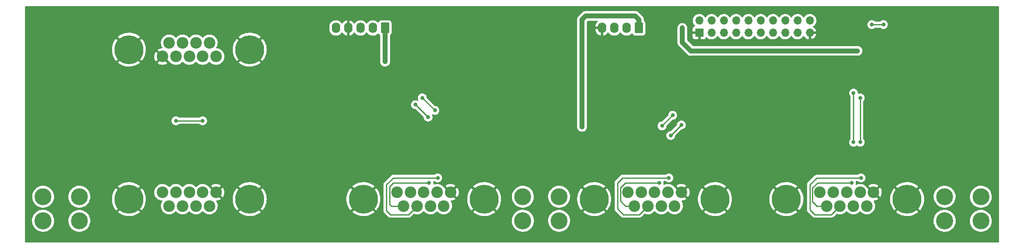
<source format=gbl>
%TF.GenerationSoftware,KiCad,Pcbnew,(5.99.0-8090-ga1d7a959f7)*%
%TF.CreationDate,2021-08-13T15:27:52+01:00*%
%TF.ProjectId,CONIO-A,434f4e49-4f2d-4412-9e6b-696361645f70,rev?*%
%TF.SameCoordinates,Original*%
%TF.FileFunction,Copper,L2,Bot*%
%TF.FilePolarity,Positive*%
%FSLAX46Y46*%
G04 Gerber Fmt 4.6, Leading zero omitted, Abs format (unit mm)*
G04 Created by KiCad (PCBNEW (5.99.0-8090-ga1d7a959f7)) date 2021-08-13 15:27:52*
%MOMM*%
%LPD*%
G01*
G04 APERTURE LIST*
G04 Aperture macros list*
%AMRoundRect*
0 Rectangle with rounded corners*
0 $1 Rounding radius*
0 $2 $3 $4 $5 $6 $7 $8 $9 X,Y pos of 4 corners*
0 Add a 4 corners polygon primitive as box body*
4,1,4,$2,$3,$4,$5,$6,$7,$8,$9,$2,$3,0*
0 Add four circle primitives for the rounded corners*
1,1,$1+$1,$2,$3,0*
1,1,$1+$1,$4,$5,0*
1,1,$1+$1,$6,$7,0*
1,1,$1+$1,$8,$9,0*
0 Add four rect primitives between the rounded corners*
20,1,$1+$1,$2,$3,$4,$5,0*
20,1,$1+$1,$4,$5,$6,$7,0*
20,1,$1+$1,$6,$7,$8,$9,0*
20,1,$1+$1,$8,$9,$2,$3,0*%
G04 Aperture macros list end*
%TA.AperFunction,ComponentPad*%
%ADD10C,6.000000*%
%TD*%
%TA.AperFunction,ComponentPad*%
%ADD11C,2.400000*%
%TD*%
%TA.AperFunction,ComponentPad*%
%ADD12R,1.700000X1.700000*%
%TD*%
%TA.AperFunction,ComponentPad*%
%ADD13O,1.700000X1.700000*%
%TD*%
%TA.AperFunction,ComponentPad*%
%ADD14C,3.500000*%
%TD*%
%TA.AperFunction,ComponentPad*%
%ADD15C,3.550000*%
%TD*%
%TA.AperFunction,ComponentPad*%
%ADD16RoundRect,0.250000X0.620000X0.845000X-0.620000X0.845000X-0.620000X-0.845000X0.620000X-0.845000X0*%
%TD*%
%TA.AperFunction,ComponentPad*%
%ADD17O,1.740000X2.190000*%
%TD*%
%TA.AperFunction,ViaPad*%
%ADD18C,0.800000*%
%TD*%
%TA.AperFunction,Conductor*%
%ADD19C,1.000000*%
%TD*%
%TA.AperFunction,Conductor*%
%ADD20C,0.250000*%
%TD*%
G04 APERTURE END LIST*
D10*
%TO.P,J6,0,PAD*%
%TO.N,GND*%
X189545000Y-110800000D03*
X164555000Y-110800000D03*
D11*
%TO.P,J6,1,1*%
%TO.N,Net-(F2-Pad2)*%
X171510000Y-109380000D03*
%TO.P,J6,2,2*%
%TO.N,/RST_BTN_3*%
X174280000Y-109380000D03*
%TO.P,J6,3,3*%
%TO.N,/PWR_BTN_3*%
X177050000Y-109380000D03*
%TO.P,J6,4,4*%
%TO.N,/PWR_LED_3*%
X179820000Y-109380000D03*
%TO.P,J6,5,5*%
%TO.N,GND*%
X182590000Y-109380000D03*
%TO.P,J6,6,6*%
%TO.N,/RX3*%
X172895000Y-112220000D03*
%TO.P,J6,7,7*%
%TO.N,/TX3*%
X175665000Y-112220000D03*
%TO.P,J6,8,8*%
%TO.N,Net-(J6-Pad8)*%
X178435000Y-112220000D03*
%TO.P,J6,9,9*%
%TO.N,Net-(J6-Pad9)*%
X181205000Y-112220000D03*
%TD*%
D12*
%TO.P,J3,1,Pin_1*%
%TO.N,GND*%
X186300000Y-76300000D03*
D13*
%TO.P,J3,2,Pin_2*%
%TO.N,+3V3*%
X186300000Y-73760000D03*
%TO.P,J3,3,Pin_3*%
%TO.N,Net-(J3-Pad3)*%
X188840000Y-76300000D03*
%TO.P,J3,4,Pin_4*%
%TO.N,Net-(J3-Pad4)*%
X188840000Y-73760000D03*
%TO.P,J3,5,Pin_5*%
%TO.N,Net-(J3-Pad5)*%
X191380000Y-76300000D03*
%TO.P,J3,6,Pin_6*%
%TO.N,Net-(J3-Pad6)*%
X191380000Y-73760000D03*
%TO.P,J3,7,Pin_7*%
%TO.N,/RX3*%
X193920000Y-76300000D03*
%TO.P,J3,8,Pin_8*%
%TO.N,/TX3*%
X193920000Y-73760000D03*
%TO.P,J3,9,Pin_9*%
%TO.N,Net-(J3-Pad9)*%
X196460000Y-76300000D03*
%TO.P,J3,10,Pin_10*%
%TO.N,Net-(J3-Pad10)*%
X196460000Y-73760000D03*
%TO.P,J3,11,Pin_11*%
%TO.N,Net-(J3-Pad11)*%
X199000000Y-76300000D03*
%TO.P,J3,12,Pin_12*%
%TO.N,Net-(J3-Pad12)*%
X199000000Y-73760000D03*
%TO.P,J3,13,Pin_13*%
%TO.N,Net-(J3-Pad13)*%
X201540000Y-76300000D03*
%TO.P,J3,14,Pin_14*%
%TO.N,Net-(J3-Pad14)*%
X201540000Y-73760000D03*
%TO.P,J3,15,Pin_15*%
%TO.N,/RX4*%
X204080000Y-76300000D03*
%TO.P,J3,16,Pin_16*%
%TO.N,/TX4*%
X204080000Y-73760000D03*
%TO.P,J3,17,Pin_17*%
%TO.N,Net-(J3-Pad17)*%
X206620000Y-76300000D03*
%TO.P,J3,18,Pin_18*%
%TO.N,Net-(J3-Pad18)*%
X206620000Y-73760000D03*
%TO.P,J3,19,Pin_19*%
%TO.N,GND*%
X209160000Y-76300000D03*
%TO.P,J3,20,Pin_20*%
%TO.N,Net-(J3-Pad20)*%
X209160000Y-73760000D03*
%TD*%
D10*
%TO.P,J8,0,PAD*%
%TO.N,GND*%
X68305000Y-110800000D03*
X93295000Y-110800000D03*
D11*
%TO.P,J8,1,1*%
%TO.N,Net-(J8-Pad1)*%
X75260000Y-109380000D03*
%TO.P,J8,2,2*%
%TO.N,Net-(J4-Pad2)*%
X78030000Y-109380000D03*
%TO.P,J8,3,3*%
%TO.N,Net-(J4-Pad3)*%
X80800000Y-109380000D03*
%TO.P,J8,4,4*%
%TO.N,Net-(J8-Pad4)*%
X83570000Y-109380000D03*
%TO.P,J8,5,5*%
%TO.N,GND*%
X86340000Y-109380000D03*
%TO.P,J8,6,6*%
%TO.N,Net-(J8-Pad6)*%
X76645000Y-112220000D03*
%TO.P,J8,7,7*%
%TO.N,Net-(J8-Pad7)*%
X79415000Y-112220000D03*
%TO.P,J8,8,8*%
%TO.N,Net-(J8-Pad8)*%
X82185000Y-112220000D03*
%TO.P,J8,9,9*%
%TO.N,Net-(J8-Pad9)*%
X84955000Y-112220000D03*
%TD*%
D14*
%TO.P,H2,1*%
%TO.N,N/C*%
X157300000Y-110300000D03*
X149800000Y-110300000D03*
D15*
X149800000Y-115300000D03*
D14*
X157300000Y-115300000D03*
%TD*%
D16*
%TO.P,J2,1,Pin_1*%
%TO.N,+3V3*%
X121300000Y-75300000D03*
D17*
%TO.P,J2,2,Pin_2*%
%TO.N,/TX2*%
X118760000Y-75300000D03*
%TO.P,J2,3,Pin_3*%
%TO.N,/RX2*%
X116220000Y-75300000D03*
%TO.P,J2,4,Pin_4*%
%TO.N,GND*%
X113680000Y-75300000D03*
%TO.P,J2,5,Pin_5*%
%TO.N,no_connect_74*%
X111140000Y-75300000D03*
%TD*%
D10*
%TO.P,J4,0,PAD*%
%TO.N,GND*%
X93295000Y-79800000D03*
X68305000Y-79800000D03*
D11*
%TO.P,J4,1,1*%
%TO.N,Net-(J4-Pad1)*%
X86340000Y-81220000D03*
%TO.P,J4,2,2*%
%TO.N,Net-(J4-Pad2)*%
X83570000Y-81220000D03*
%TO.P,J4,3,3*%
%TO.N,Net-(J4-Pad3)*%
X80800000Y-81220000D03*
%TO.P,J4,4,4*%
%TO.N,Net-(J4-Pad4)*%
X78030000Y-81220000D03*
%TO.P,J4,5,5*%
%TO.N,GND*%
X75260000Y-81220000D03*
%TO.P,J4,6,6*%
%TO.N,Net-(J4-Pad6)*%
X84955000Y-78380000D03*
%TO.P,J4,7,7*%
%TO.N,Net-(J4-Pad7)*%
X82185000Y-78380000D03*
%TO.P,J4,8,8*%
%TO.N,Net-(J4-Pad8)*%
X79415000Y-78380000D03*
%TO.P,J4,9,9*%
%TO.N,Net-(J4-Pad9)*%
X76645000Y-78380000D03*
%TD*%
D10*
%TO.P,J7,0,PAD*%
%TO.N,GND*%
X204305000Y-110800000D03*
X229295000Y-110800000D03*
D11*
%TO.P,J7,1,1*%
%TO.N,Net-(F3-Pad2)*%
X211260000Y-109380000D03*
%TO.P,J7,2,2*%
%TO.N,/RST_BTN_4*%
X214030000Y-109380000D03*
%TO.P,J7,3,3*%
%TO.N,/PWR_BTN_4*%
X216800000Y-109380000D03*
%TO.P,J7,4,4*%
%TO.N,/PWR_LED_4*%
X219570000Y-109380000D03*
%TO.P,J7,5,5*%
%TO.N,GND*%
X222340000Y-109380000D03*
%TO.P,J7,6,6*%
%TO.N,/RX4*%
X212645000Y-112220000D03*
%TO.P,J7,7,7*%
%TO.N,/TX4*%
X215415000Y-112220000D03*
%TO.P,J7,8,8*%
%TO.N,Net-(J7-Pad8)*%
X218185000Y-112220000D03*
%TO.P,J7,9,9*%
%TO.N,Net-(J7-Pad9)*%
X220955000Y-112220000D03*
%TD*%
D14*
%TO.P,H1,1*%
%TO.N,N/C*%
X58050000Y-110300000D03*
X58050000Y-115300000D03*
D15*
X50550000Y-115300000D03*
D14*
X50550000Y-110300000D03*
%TD*%
D10*
%TO.P,J5,0,PAD*%
%TO.N,GND*%
X116805000Y-110800000D03*
X141795000Y-110800000D03*
D11*
%TO.P,J5,1,1*%
%TO.N,Net-(F1-Pad2)*%
X123760000Y-109380000D03*
%TO.P,J5,2,2*%
%TO.N,/RST_BTN_2*%
X126530000Y-109380000D03*
%TO.P,J5,3,3*%
%TO.N,/PWR_BTN_2*%
X129300000Y-109380000D03*
%TO.P,J5,4,4*%
%TO.N,/PWR_LED_2*%
X132070000Y-109380000D03*
%TO.P,J5,5,5*%
%TO.N,GND*%
X134840000Y-109380000D03*
%TO.P,J5,6,6*%
%TO.N,/RX2*%
X125145000Y-112220000D03*
%TO.P,J5,7,7*%
%TO.N,/TX2*%
X127915000Y-112220000D03*
%TO.P,J5,8,8*%
%TO.N,Net-(J5-Pad8)*%
X130685000Y-112220000D03*
%TO.P,J5,9,9*%
%TO.N,Net-(J5-Pad9)*%
X133455000Y-112220000D03*
%TD*%
D16*
%TO.P,J1,1,Pin_1*%
%TO.N,+3V3*%
X173800000Y-75300000D03*
D17*
%TO.P,J1,2,Pin_2*%
%TO.N,/SCL*%
X171260000Y-75300000D03*
%TO.P,J1,3,Pin_3*%
%TO.N,/SDA*%
X168720000Y-75300000D03*
%TO.P,J1,4,Pin_4*%
%TO.N,GND*%
X166180000Y-75300000D03*
%TD*%
D14*
%TO.P,H3,1*%
%TO.N,N/C*%
X244550000Y-110300000D03*
D15*
X237050000Y-115300000D03*
D14*
X237050000Y-110300000D03*
X244550000Y-115300000D03*
%TD*%
D18*
%TO.N,GND*%
X175550000Y-100300000D03*
X146800000Y-92300000D03*
X131300000Y-100300000D03*
X141300000Y-83800000D03*
X154550000Y-80800000D03*
X127800000Y-100300000D03*
X173050000Y-82050000D03*
X182550000Y-100300000D03*
X216300000Y-90300000D03*
X133800000Y-85050000D03*
X136550000Y-85050000D03*
X219050000Y-86550000D03*
X222300000Y-100300000D03*
X230800000Y-94800000D03*
X207800000Y-83050000D03*
X216300000Y-95800000D03*
X165300000Y-88300000D03*
X177800000Y-78050000D03*
X216300000Y-93300000D03*
X218800000Y-100300000D03*
X171300000Y-84800000D03*
X213800000Y-83050000D03*
X186050000Y-83050000D03*
X178800000Y-89800000D03*
X134800000Y-100300000D03*
X179050000Y-100300000D03*
X215300000Y-100300000D03*
%TO.N,+3V3*%
X210800000Y-80050000D03*
X162050000Y-95800000D03*
X219050000Y-80050000D03*
X162050000Y-75300000D03*
X121300000Y-82300000D03*
X182800000Y-75300000D03*
%TO.N,/TX2*%
X132200000Y-106400000D03*
X129000000Y-89800000D03*
X131600000Y-92400000D03*
%TO.N,/RX2*%
X130200000Y-93800000D03*
X127600000Y-91200000D03*
X130400000Y-107400000D03*
%TO.N,/TX3*%
X180000000Y-106400000D03*
X180400000Y-97600000D03*
X182600000Y-95400000D03*
%TO.N,/RX3*%
X178600000Y-95600000D03*
X180800000Y-93400000D03*
X178000000Y-107400000D03*
%TO.N,/TX4*%
X219600000Y-99000000D03*
X219755144Y-106399116D03*
X219600000Y-89800000D03*
%TO.N,/RX4*%
X218200000Y-99000000D03*
X218200000Y-88800000D03*
X217800000Y-107400000D03*
%TO.N,/SCL*%
X222000000Y-74600000D03*
X224400000Y-74600000D03*
%TO.N,Net-(J4-Pad2)*%
X83550000Y-94550000D03*
X78030000Y-94550000D03*
%TD*%
D19*
%TO.N,+3V3*%
X173050000Y-72800000D02*
X173800000Y-73550000D01*
X162050000Y-75300000D02*
X162050000Y-95800000D01*
X210800000Y-80050000D02*
X184550000Y-80050000D01*
X162800000Y-72800000D02*
X173050000Y-72800000D01*
X173800000Y-73550000D02*
X173800000Y-75300000D01*
X182800000Y-78300000D02*
X182800000Y-75300000D01*
X162050000Y-75300000D02*
X162050000Y-73550000D01*
X121300000Y-75300000D02*
X121300000Y-82300000D01*
X219050000Y-80050000D02*
X210800000Y-80050000D01*
X184550000Y-80050000D02*
X182800000Y-78300000D01*
X162050000Y-73550000D02*
X162800000Y-72800000D01*
D20*
%TO.N,/TX2*%
X122400000Y-114000000D02*
X121600000Y-113200000D01*
X127915000Y-112220000D02*
X126135000Y-114000000D01*
X126135000Y-114000000D02*
X122400000Y-114000000D01*
X131600000Y-92400000D02*
X129000000Y-89800000D01*
X123000000Y-106400000D02*
X132200000Y-106400000D01*
X121600000Y-107800000D02*
X123000000Y-106400000D01*
X121600000Y-113200000D02*
X121600000Y-107800000D01*
%TO.N,/RX2*%
X122620000Y-112220000D02*
X122200000Y-111800000D01*
X125145000Y-112220000D02*
X122620000Y-112220000D01*
X130200000Y-93800000D02*
X127600000Y-91200000D01*
X122200000Y-111800000D02*
X122200000Y-108200000D01*
X123000000Y-107400000D02*
X130400000Y-107400000D01*
X122200000Y-108200000D02*
X123000000Y-107400000D01*
%TO.N,/TX3*%
X170400000Y-106400000D02*
X180000000Y-106400000D01*
X175665000Y-112220000D02*
X173885000Y-114000000D01*
X173885000Y-114000000D02*
X170600000Y-114000000D01*
X170600000Y-114000000D02*
X169400000Y-112800000D01*
X169400000Y-107400000D02*
X170400000Y-106400000D01*
X180400000Y-97600000D02*
X182600000Y-95400000D01*
X169400000Y-112800000D02*
X169400000Y-107400000D01*
%TO.N,/RX3*%
X172895000Y-112220000D02*
X171020000Y-112220000D01*
X171000000Y-107400000D02*
X178000000Y-107400000D01*
X171020000Y-112220000D02*
X169963536Y-111163536D01*
X169963536Y-108436464D02*
X171000000Y-107400000D01*
X178600000Y-95600000D02*
X180700000Y-93500000D01*
X180700000Y-93500000D02*
X180800000Y-93400000D01*
X169963536Y-111163536D02*
X169963536Y-108436464D01*
%TO.N,/TX4*%
X210200000Y-114000000D02*
X213600000Y-114000000D01*
X219754260Y-106400000D02*
X210600000Y-106400000D01*
X213600000Y-114000000D02*
X215380000Y-112220000D01*
X210600000Y-106400000D02*
X209200000Y-107800000D01*
X219755144Y-106399116D02*
X219754260Y-106400000D01*
X215380000Y-112220000D02*
X215415000Y-112220000D01*
X219600000Y-99000000D02*
X219600000Y-89800000D01*
X209200000Y-113000000D02*
X210200000Y-114000000D01*
X209200000Y-107800000D02*
X209200000Y-113000000D01*
%TO.N,/RX4*%
X209734989Y-108465011D02*
X210800000Y-107400000D01*
X218200000Y-99000000D02*
X218200000Y-88800000D01*
X209734989Y-111334989D02*
X209734989Y-108465011D01*
X210620000Y-112220000D02*
X209734989Y-111334989D01*
X212645000Y-112220000D02*
X210620000Y-112220000D01*
X210800000Y-107400000D02*
X217800000Y-107400000D01*
%TO.N,/SCL*%
X222000000Y-74600000D02*
X224400000Y-74600000D01*
%TO.N,Net-(J4-Pad2)*%
X78030000Y-94550000D02*
X83550000Y-94550000D01*
%TD*%
%TA.AperFunction,Conductor*%
%TO.N,GND*%
G36*
X248234121Y-70828002D02*
G01*
X248280614Y-70881658D01*
X248292000Y-70934000D01*
X248292000Y-119666000D01*
X248271998Y-119734121D01*
X248218342Y-119780614D01*
X248166000Y-119792000D01*
X46934000Y-119792000D01*
X46865879Y-119771998D01*
X46819386Y-119718342D01*
X46808000Y-119666000D01*
X46808000Y-115395832D01*
X48263507Y-115395832D01*
X48263959Y-115399991D01*
X48263959Y-115399995D01*
X48295344Y-115688896D01*
X48296267Y-115697394D01*
X48297263Y-115701451D01*
X48297264Y-115701454D01*
X48365768Y-115980348D01*
X48368623Y-115991973D01*
X48479303Y-116274396D01*
X48626363Y-116539699D01*
X48628846Y-116543042D01*
X48628849Y-116543047D01*
X48797409Y-116770011D01*
X48807220Y-116783222D01*
X49018695Y-117000687D01*
X49021973Y-117003267D01*
X49021978Y-117003271D01*
X49244820Y-117178630D01*
X49257073Y-117188272D01*
X49260679Y-117190404D01*
X49260681Y-117190406D01*
X49357906Y-117247904D01*
X49518167Y-117342683D01*
X49797389Y-117461205D01*
X50089833Y-117541758D01*
X50093978Y-117542326D01*
X50093979Y-117542326D01*
X50105003Y-117543836D01*
X50390362Y-117582925D01*
X50394538Y-117582940D01*
X50394544Y-117582940D01*
X50544649Y-117583464D01*
X50693696Y-117583984D01*
X50994505Y-117544916D01*
X51169220Y-117498101D01*
X51283468Y-117467489D01*
X51283472Y-117467488D01*
X51287505Y-117466407D01*
X51484576Y-117384374D01*
X51563688Y-117351443D01*
X51563691Y-117351442D01*
X51567548Y-117349836D01*
X51571151Y-117347739D01*
X51571155Y-117347737D01*
X51698630Y-117273544D01*
X51829713Y-117197252D01*
X52069395Y-117011336D01*
X52072336Y-117008354D01*
X52279444Y-116798334D01*
X52279449Y-116798329D01*
X52282383Y-116795353D01*
X52464935Y-116553098D01*
X52613844Y-116288828D01*
X52726493Y-116007185D01*
X52731269Y-115988313D01*
X52799877Y-115717172D01*
X52800903Y-115713118D01*
X52801426Y-115708605D01*
X52835440Y-115414626D01*
X52835768Y-115411793D01*
X52836057Y-115399995D01*
X52836184Y-115394786D01*
X55788485Y-115394786D01*
X55788937Y-115398945D01*
X55788937Y-115398949D01*
X55790508Y-115413404D01*
X55820888Y-115693053D01*
X55821884Y-115697110D01*
X55821885Y-115697113D01*
X55825704Y-115712659D01*
X55892453Y-115984414D01*
X56001924Y-116263751D01*
X56147377Y-116526157D01*
X56149860Y-116529500D01*
X56149863Y-116529505D01*
X56164684Y-116549461D01*
X56326258Y-116767019D01*
X56535423Y-116982108D01*
X56538701Y-116984688D01*
X56538706Y-116984692D01*
X56575823Y-117013900D01*
X56771197Y-117167644D01*
X56774802Y-117169776D01*
X56774805Y-117169778D01*
X56871382Y-117226893D01*
X57029439Y-117320368D01*
X57305610Y-117437596D01*
X57594860Y-117517269D01*
X57599005Y-117517837D01*
X57599006Y-117517837D01*
X57609774Y-117519312D01*
X57892106Y-117557986D01*
X57896282Y-117558001D01*
X57896288Y-117558001D01*
X58044666Y-117558518D01*
X58192126Y-117559033D01*
X58489649Y-117520392D01*
X58779448Y-117442741D01*
X58783290Y-117441142D01*
X58783298Y-117441139D01*
X59052581Y-117329047D01*
X59056432Y-117327444D01*
X59060029Y-117325350D01*
X59060036Y-117325347D01*
X59276517Y-117199351D01*
X59315733Y-117176527D01*
X59330526Y-117165053D01*
X59549480Y-116995214D01*
X59549481Y-116995213D01*
X59552797Y-116992641D01*
X59744410Y-116798334D01*
X59760519Y-116781999D01*
X59760524Y-116781994D01*
X59763458Y-116779018D01*
X59775024Y-116763669D01*
X59941504Y-116542743D01*
X59941506Y-116542740D01*
X59944016Y-116539409D01*
X60083161Y-116292467D01*
X60089248Y-116281665D01*
X60089251Y-116281659D01*
X60091298Y-116278026D01*
X60202716Y-115999460D01*
X60205640Y-115987907D01*
X60275288Y-115712659D01*
X60276314Y-115708605D01*
X60277142Y-115701454D01*
X60310470Y-115413404D01*
X60310798Y-115410571D01*
X60311057Y-115399995D01*
X60311158Y-115395832D01*
X147513507Y-115395832D01*
X147513959Y-115399991D01*
X147513959Y-115399995D01*
X147545344Y-115688896D01*
X147546267Y-115697394D01*
X147547263Y-115701451D01*
X147547264Y-115701454D01*
X147615768Y-115980348D01*
X147618623Y-115991973D01*
X147729303Y-116274396D01*
X147876363Y-116539699D01*
X147878846Y-116543042D01*
X147878849Y-116543047D01*
X148047409Y-116770011D01*
X148057220Y-116783222D01*
X148268695Y-117000687D01*
X148271973Y-117003267D01*
X148271978Y-117003271D01*
X148494820Y-117178630D01*
X148507073Y-117188272D01*
X148510679Y-117190404D01*
X148510681Y-117190406D01*
X148607906Y-117247904D01*
X148768167Y-117342683D01*
X149047389Y-117461205D01*
X149339833Y-117541758D01*
X149343978Y-117542326D01*
X149343979Y-117542326D01*
X149355003Y-117543836D01*
X149640362Y-117582925D01*
X149644538Y-117582940D01*
X149644544Y-117582940D01*
X149794649Y-117583464D01*
X149943696Y-117583984D01*
X150244505Y-117544916D01*
X150419220Y-117498101D01*
X150533468Y-117467489D01*
X150533472Y-117467488D01*
X150537505Y-117466407D01*
X150734576Y-117384374D01*
X150813688Y-117351443D01*
X150813691Y-117351442D01*
X150817548Y-117349836D01*
X150821151Y-117347739D01*
X150821155Y-117347737D01*
X150948630Y-117273544D01*
X151079713Y-117197252D01*
X151319395Y-117011336D01*
X151322336Y-117008354D01*
X151529444Y-116798334D01*
X151529449Y-116798329D01*
X151532383Y-116795353D01*
X151714935Y-116553098D01*
X151863844Y-116288828D01*
X151976493Y-116007185D01*
X151981269Y-115988313D01*
X152049877Y-115717172D01*
X152050903Y-115713118D01*
X152051426Y-115708605D01*
X152085440Y-115414626D01*
X152085768Y-115411793D01*
X152086057Y-115399995D01*
X152086184Y-115394786D01*
X155038485Y-115394786D01*
X155038937Y-115398945D01*
X155038937Y-115398949D01*
X155040508Y-115413404D01*
X155070888Y-115693053D01*
X155071884Y-115697110D01*
X155071885Y-115697113D01*
X155075704Y-115712659D01*
X155142453Y-115984414D01*
X155251924Y-116263751D01*
X155397377Y-116526157D01*
X155399860Y-116529500D01*
X155399863Y-116529505D01*
X155414684Y-116549461D01*
X155576258Y-116767019D01*
X155785423Y-116982108D01*
X155788701Y-116984688D01*
X155788706Y-116984692D01*
X155825823Y-117013900D01*
X156021197Y-117167644D01*
X156024802Y-117169776D01*
X156024805Y-117169778D01*
X156121382Y-117226893D01*
X156279439Y-117320368D01*
X156555610Y-117437596D01*
X156844860Y-117517269D01*
X156849005Y-117517837D01*
X156849006Y-117517837D01*
X156859774Y-117519312D01*
X157142106Y-117557986D01*
X157146282Y-117558001D01*
X157146288Y-117558001D01*
X157294666Y-117558518D01*
X157442126Y-117559033D01*
X157739649Y-117520392D01*
X158029448Y-117442741D01*
X158033290Y-117441142D01*
X158033298Y-117441139D01*
X158302581Y-117329047D01*
X158306432Y-117327444D01*
X158310029Y-117325350D01*
X158310036Y-117325347D01*
X158526517Y-117199351D01*
X158565733Y-117176527D01*
X158580526Y-117165053D01*
X158799480Y-116995214D01*
X158799481Y-116995213D01*
X158802797Y-116992641D01*
X158994410Y-116798334D01*
X159010519Y-116781999D01*
X159010524Y-116781994D01*
X159013458Y-116779018D01*
X159025024Y-116763669D01*
X159191504Y-116542743D01*
X159191506Y-116542740D01*
X159194016Y-116539409D01*
X159333161Y-116292467D01*
X159339248Y-116281665D01*
X159339251Y-116281659D01*
X159341298Y-116278026D01*
X159452716Y-115999460D01*
X159455640Y-115987907D01*
X159525288Y-115712659D01*
X159526314Y-115708605D01*
X159527142Y-115701454D01*
X159560470Y-115413404D01*
X159560798Y-115410571D01*
X159561057Y-115399995D01*
X159561158Y-115395832D01*
X234763507Y-115395832D01*
X234763959Y-115399991D01*
X234763959Y-115399995D01*
X234795344Y-115688896D01*
X234796267Y-115697394D01*
X234797263Y-115701451D01*
X234797264Y-115701454D01*
X234865768Y-115980348D01*
X234868623Y-115991973D01*
X234979303Y-116274396D01*
X235126363Y-116539699D01*
X235128846Y-116543042D01*
X235128849Y-116543047D01*
X235297409Y-116770011D01*
X235307220Y-116783222D01*
X235518695Y-117000687D01*
X235521973Y-117003267D01*
X235521978Y-117003271D01*
X235744820Y-117178630D01*
X235757073Y-117188272D01*
X235760679Y-117190404D01*
X235760681Y-117190406D01*
X235857906Y-117247904D01*
X236018167Y-117342683D01*
X236297389Y-117461205D01*
X236589833Y-117541758D01*
X236593978Y-117542326D01*
X236593979Y-117542326D01*
X236605003Y-117543836D01*
X236890362Y-117582925D01*
X236894538Y-117582940D01*
X236894544Y-117582940D01*
X237044649Y-117583464D01*
X237193696Y-117583984D01*
X237494505Y-117544916D01*
X237669220Y-117498101D01*
X237783468Y-117467489D01*
X237783472Y-117467488D01*
X237787505Y-117466407D01*
X237984576Y-117384374D01*
X238063688Y-117351443D01*
X238063691Y-117351442D01*
X238067548Y-117349836D01*
X238071151Y-117347739D01*
X238071155Y-117347737D01*
X238198630Y-117273544D01*
X238329713Y-117197252D01*
X238569395Y-117011336D01*
X238572336Y-117008354D01*
X238779444Y-116798334D01*
X238779449Y-116798329D01*
X238782383Y-116795353D01*
X238964935Y-116553098D01*
X239113844Y-116288828D01*
X239226493Y-116007185D01*
X239231269Y-115988313D01*
X239299877Y-115717172D01*
X239300903Y-115713118D01*
X239301426Y-115708605D01*
X239335440Y-115414626D01*
X239335768Y-115411793D01*
X239336057Y-115399995D01*
X239336184Y-115394786D01*
X242288485Y-115394786D01*
X242288937Y-115398945D01*
X242288937Y-115398949D01*
X242290508Y-115413404D01*
X242320888Y-115693053D01*
X242321884Y-115697110D01*
X242321885Y-115697113D01*
X242325704Y-115712659D01*
X242392453Y-115984414D01*
X242501924Y-116263751D01*
X242647377Y-116526157D01*
X242649860Y-116529500D01*
X242649863Y-116529505D01*
X242664684Y-116549461D01*
X242826258Y-116767019D01*
X243035423Y-116982108D01*
X243038701Y-116984688D01*
X243038706Y-116984692D01*
X243075823Y-117013900D01*
X243271197Y-117167644D01*
X243274802Y-117169776D01*
X243274805Y-117169778D01*
X243371382Y-117226893D01*
X243529439Y-117320368D01*
X243805610Y-117437596D01*
X244094860Y-117517269D01*
X244099005Y-117517837D01*
X244099006Y-117517837D01*
X244109774Y-117519312D01*
X244392106Y-117557986D01*
X244396282Y-117558001D01*
X244396288Y-117558001D01*
X244544666Y-117558518D01*
X244692126Y-117559033D01*
X244989649Y-117520392D01*
X245279448Y-117442741D01*
X245283290Y-117441142D01*
X245283298Y-117441139D01*
X245552581Y-117329047D01*
X245556432Y-117327444D01*
X245560029Y-117325350D01*
X245560036Y-117325347D01*
X245776517Y-117199351D01*
X245815733Y-117176527D01*
X245830526Y-117165053D01*
X246049480Y-116995214D01*
X246049481Y-116995213D01*
X246052797Y-116992641D01*
X246244410Y-116798334D01*
X246260519Y-116781999D01*
X246260524Y-116781994D01*
X246263458Y-116779018D01*
X246275024Y-116763669D01*
X246441504Y-116542743D01*
X246441506Y-116542740D01*
X246444016Y-116539409D01*
X246583161Y-116292467D01*
X246589248Y-116281665D01*
X246589251Y-116281659D01*
X246591298Y-116278026D01*
X246702716Y-115999460D01*
X246705640Y-115987907D01*
X246775288Y-115712659D01*
X246776314Y-115708605D01*
X246777142Y-115701454D01*
X246810470Y-115413404D01*
X246810798Y-115410571D01*
X246811057Y-115399995D01*
X246813430Y-115302855D01*
X246813500Y-115300000D01*
X246793616Y-115000638D01*
X246734315Y-114706535D01*
X246636637Y-114422858D01*
X246628694Y-114406995D01*
X246504172Y-114158331D01*
X246504171Y-114158329D01*
X246502300Y-114154593D01*
X246333662Y-113906450D01*
X246304404Y-113873726D01*
X246136475Y-113685908D01*
X246136474Y-113685907D01*
X246133688Y-113682791D01*
X245905890Y-113487545D01*
X245788221Y-113411130D01*
X245657780Y-113326420D01*
X245657775Y-113326417D01*
X245654270Y-113324141D01*
X245586504Y-113291963D01*
X245489632Y-113245965D01*
X245383250Y-113195451D01*
X245097590Y-113103736D01*
X244802310Y-113050606D01*
X244636140Y-113043060D01*
X244506767Y-113037185D01*
X244506762Y-113037185D01*
X244502597Y-113036996D01*
X244498449Y-113037359D01*
X244498445Y-113037359D01*
X244313067Y-113053578D01*
X244203717Y-113063145D01*
X244199645Y-113064055D01*
X244199640Y-113064056D01*
X243914999Y-113127681D01*
X243914996Y-113127682D01*
X243910920Y-113128593D01*
X243906997Y-113130037D01*
X243906995Y-113130037D01*
X243824714Y-113160311D01*
X243629352Y-113232190D01*
X243625664Y-113234134D01*
X243625656Y-113234138D01*
X243418478Y-113343371D01*
X243363958Y-113372116D01*
X243119402Y-113545913D01*
X243116353Y-113548757D01*
X243116346Y-113548762D01*
X243026935Y-113632140D01*
X242899980Y-113750528D01*
X242897327Y-113753757D01*
X242897323Y-113753762D01*
X242764505Y-113915457D01*
X242709546Y-113982365D01*
X242707340Y-113985922D01*
X242707337Y-113985927D01*
X242635413Y-114101929D01*
X242551448Y-114237351D01*
X242428462Y-114511007D01*
X242410171Y-114572363D01*
X242343940Y-114794528D01*
X242343938Y-114794536D01*
X242342749Y-114798525D01*
X242342097Y-114802642D01*
X242342096Y-114802646D01*
X242296470Y-115090722D01*
X242295816Y-115094853D01*
X242288485Y-115394786D01*
X239336184Y-115394786D01*
X239338430Y-115302855D01*
X239338500Y-115300000D01*
X239318397Y-114997331D01*
X239277505Y-114794528D01*
X239259266Y-114704076D01*
X239259266Y-114704075D01*
X239258440Y-114699980D01*
X239184863Y-114486297D01*
X239161049Y-114417135D01*
X239161049Y-114417134D01*
X239159684Y-114413171D01*
X239156592Y-114406995D01*
X239025735Y-114145680D01*
X239025734Y-114145678D01*
X239023863Y-114141942D01*
X238853363Y-113891059D01*
X238850578Y-113887944D01*
X238653965Y-113668043D01*
X238653959Y-113668037D01*
X238651180Y-113664929D01*
X238624584Y-113642133D01*
X238445651Y-113488769D01*
X238420866Y-113467526D01*
X238417013Y-113465024D01*
X238169966Y-113304590D01*
X238169963Y-113304588D01*
X238166467Y-113302318D01*
X237892453Y-113172207D01*
X237888470Y-113170928D01*
X237888467Y-113170927D01*
X237676887Y-113102996D01*
X237603638Y-113079478D01*
X237305097Y-113025762D01*
X237136887Y-113018124D01*
X237006243Y-113012191D01*
X237006238Y-113012191D01*
X237002073Y-113012002D01*
X236997925Y-113012365D01*
X236997920Y-113012365D01*
X236875998Y-113023032D01*
X236699892Y-113038439D01*
X236503514Y-113082335D01*
X236411083Y-113102996D01*
X236403862Y-113104610D01*
X236399939Y-113106054D01*
X236399937Y-113106054D01*
X236298509Y-113143372D01*
X236119183Y-113209351D01*
X236115483Y-113211302D01*
X236115478Y-113211304D01*
X235864992Y-113343371D01*
X235850858Y-113350823D01*
X235603601Y-113526540D01*
X235381755Y-113733414D01*
X235189219Y-113967812D01*
X235029374Y-114225614D01*
X235027658Y-114229431D01*
X235027657Y-114229434D01*
X235024099Y-114237351D01*
X234905030Y-114502293D01*
X234818371Y-114792986D01*
X234770919Y-115092587D01*
X234767885Y-115216708D01*
X234765780Y-115302855D01*
X234763507Y-115395832D01*
X159561158Y-115395832D01*
X159563430Y-115302855D01*
X159563500Y-115300000D01*
X159543616Y-115000638D01*
X159484315Y-114706535D01*
X159386637Y-114422858D01*
X159378694Y-114406995D01*
X159254172Y-114158331D01*
X159254171Y-114158329D01*
X159252300Y-114154593D01*
X159083662Y-113906450D01*
X159054404Y-113873726D01*
X158886475Y-113685908D01*
X158886474Y-113685907D01*
X158883688Y-113682791D01*
X158655890Y-113487545D01*
X158605240Y-113454652D01*
X162265805Y-113454652D01*
X162272264Y-113464013D01*
X162380015Y-113558509D01*
X162385261Y-113562637D01*
X162685466Y-113774016D01*
X162691120Y-113777563D01*
X163012073Y-113955836D01*
X163018085Y-113958768D01*
X163356170Y-114101929D01*
X163362454Y-114104203D01*
X163713821Y-114210622D01*
X163720322Y-114212220D01*
X164081022Y-114280700D01*
X164087644Y-114281595D01*
X164453560Y-114311357D01*
X164460266Y-114311545D01*
X164827272Y-114302256D01*
X164833954Y-114301730D01*
X165197900Y-114253492D01*
X165204480Y-114252261D01*
X165561232Y-114165623D01*
X165567660Y-114163695D01*
X165913176Y-114039642D01*
X165919372Y-114037037D01*
X166249740Y-113876976D01*
X166255627Y-113873726D01*
X166567129Y-113679455D01*
X166572612Y-113675616D01*
X166838144Y-113467786D01*
X166846614Y-113455950D01*
X166840087Y-113444297D01*
X164567812Y-111172022D01*
X164553868Y-111164408D01*
X164552035Y-111164539D01*
X164545420Y-111168790D01*
X162273319Y-113440891D01*
X162265805Y-113454652D01*
X158605240Y-113454652D01*
X158538221Y-113411130D01*
X158407780Y-113326420D01*
X158407775Y-113326417D01*
X158404270Y-113324141D01*
X158336504Y-113291963D01*
X158239632Y-113245965D01*
X158133250Y-113195451D01*
X157847590Y-113103736D01*
X157552310Y-113050606D01*
X157386140Y-113043060D01*
X157256767Y-113037185D01*
X157256762Y-113037185D01*
X157252597Y-113036996D01*
X157248449Y-113037359D01*
X157248445Y-113037359D01*
X157063067Y-113053578D01*
X156953717Y-113063145D01*
X156949645Y-113064055D01*
X156949640Y-113064056D01*
X156664999Y-113127681D01*
X156664996Y-113127682D01*
X156660920Y-113128593D01*
X156656997Y-113130037D01*
X156656995Y-113130037D01*
X156574714Y-113160311D01*
X156379352Y-113232190D01*
X156375664Y-113234134D01*
X156375656Y-113234138D01*
X156168478Y-113343371D01*
X156113958Y-113372116D01*
X155869402Y-113545913D01*
X155866353Y-113548757D01*
X155866346Y-113548762D01*
X155776935Y-113632140D01*
X155649980Y-113750528D01*
X155647327Y-113753757D01*
X155647323Y-113753762D01*
X155514505Y-113915457D01*
X155459546Y-113982365D01*
X155457340Y-113985922D01*
X155457337Y-113985927D01*
X155385413Y-114101929D01*
X155301448Y-114237351D01*
X155178462Y-114511007D01*
X155160171Y-114572363D01*
X155093940Y-114794528D01*
X155093938Y-114794536D01*
X155092749Y-114798525D01*
X155092097Y-114802642D01*
X155092096Y-114802646D01*
X155046470Y-115090722D01*
X155045816Y-115094853D01*
X155038485Y-115394786D01*
X152086184Y-115394786D01*
X152088430Y-115302855D01*
X152088500Y-115300000D01*
X152068397Y-114997331D01*
X152027505Y-114794528D01*
X152009266Y-114704076D01*
X152009266Y-114704075D01*
X152008440Y-114699980D01*
X151934863Y-114486297D01*
X151911049Y-114417135D01*
X151911049Y-114417134D01*
X151909684Y-114413171D01*
X151906592Y-114406995D01*
X151775735Y-114145680D01*
X151775734Y-114145678D01*
X151773863Y-114141942D01*
X151603363Y-113891059D01*
X151600578Y-113887944D01*
X151403965Y-113668043D01*
X151403959Y-113668037D01*
X151401180Y-113664929D01*
X151374584Y-113642133D01*
X151195651Y-113488769D01*
X151170866Y-113467526D01*
X151167013Y-113465024D01*
X150919966Y-113304590D01*
X150919963Y-113304588D01*
X150916467Y-113302318D01*
X150642453Y-113172207D01*
X150638470Y-113170928D01*
X150638467Y-113170927D01*
X150426887Y-113102996D01*
X150353638Y-113079478D01*
X150055097Y-113025762D01*
X149886887Y-113018124D01*
X149756243Y-113012191D01*
X149756238Y-113012191D01*
X149752073Y-113012002D01*
X149747925Y-113012365D01*
X149747920Y-113012365D01*
X149625998Y-113023032D01*
X149449892Y-113038439D01*
X149253514Y-113082335D01*
X149161083Y-113102996D01*
X149153862Y-113104610D01*
X149149939Y-113106054D01*
X149149937Y-113106054D01*
X149048509Y-113143372D01*
X148869183Y-113209351D01*
X148865483Y-113211302D01*
X148865478Y-113211304D01*
X148614992Y-113343371D01*
X148600858Y-113350823D01*
X148353601Y-113526540D01*
X148131755Y-113733414D01*
X147939219Y-113967812D01*
X147779374Y-114225614D01*
X147777658Y-114229431D01*
X147777657Y-114229434D01*
X147774099Y-114237351D01*
X147655030Y-114502293D01*
X147568371Y-114792986D01*
X147520919Y-115092587D01*
X147517885Y-115216708D01*
X147515780Y-115302855D01*
X147513507Y-115395832D01*
X60311158Y-115395832D01*
X60313430Y-115302855D01*
X60313500Y-115300000D01*
X60293616Y-115000638D01*
X60234315Y-114706535D01*
X60136637Y-114422858D01*
X60128694Y-114406995D01*
X60004172Y-114158331D01*
X60004171Y-114158329D01*
X60002300Y-114154593D01*
X59833662Y-113906450D01*
X59804404Y-113873726D01*
X59636475Y-113685908D01*
X59636474Y-113685907D01*
X59633688Y-113682791D01*
X59405890Y-113487545D01*
X59355240Y-113454652D01*
X66015805Y-113454652D01*
X66022264Y-113464013D01*
X66130015Y-113558509D01*
X66135261Y-113562637D01*
X66435466Y-113774016D01*
X66441120Y-113777563D01*
X66762073Y-113955836D01*
X66768085Y-113958768D01*
X67106170Y-114101929D01*
X67112454Y-114104203D01*
X67463821Y-114210622D01*
X67470322Y-114212220D01*
X67831022Y-114280700D01*
X67837644Y-114281595D01*
X68203560Y-114311357D01*
X68210266Y-114311545D01*
X68577272Y-114302256D01*
X68583954Y-114301730D01*
X68947900Y-114253492D01*
X68954480Y-114252261D01*
X69311232Y-114165623D01*
X69317660Y-114163695D01*
X69663176Y-114039642D01*
X69669372Y-114037037D01*
X69999740Y-113876976D01*
X70005627Y-113873726D01*
X70317129Y-113679455D01*
X70322612Y-113675616D01*
X70588144Y-113467786D01*
X70596614Y-113455950D01*
X70590087Y-113444297D01*
X68317812Y-111172022D01*
X68303868Y-111164408D01*
X68302035Y-111164539D01*
X68295420Y-111168790D01*
X66023319Y-113440891D01*
X66015805Y-113454652D01*
X59355240Y-113454652D01*
X59288221Y-113411130D01*
X59157780Y-113326420D01*
X59157775Y-113326417D01*
X59154270Y-113324141D01*
X59086504Y-113291963D01*
X58989632Y-113245965D01*
X58883250Y-113195451D01*
X58597590Y-113103736D01*
X58302310Y-113050606D01*
X58136140Y-113043060D01*
X58006767Y-113037185D01*
X58006762Y-113037185D01*
X58002597Y-113036996D01*
X57998449Y-113037359D01*
X57998445Y-113037359D01*
X57813067Y-113053578D01*
X57703717Y-113063145D01*
X57699645Y-113064055D01*
X57699640Y-113064056D01*
X57414999Y-113127681D01*
X57414996Y-113127682D01*
X57410920Y-113128593D01*
X57406997Y-113130037D01*
X57406995Y-113130037D01*
X57324714Y-113160311D01*
X57129352Y-113232190D01*
X57125664Y-113234134D01*
X57125656Y-113234138D01*
X56918478Y-113343371D01*
X56863958Y-113372116D01*
X56619402Y-113545913D01*
X56616353Y-113548757D01*
X56616346Y-113548762D01*
X56526935Y-113632140D01*
X56399980Y-113750528D01*
X56397327Y-113753757D01*
X56397323Y-113753762D01*
X56264505Y-113915457D01*
X56209546Y-113982365D01*
X56207340Y-113985922D01*
X56207337Y-113985927D01*
X56135413Y-114101929D01*
X56051448Y-114237351D01*
X55928462Y-114511007D01*
X55910171Y-114572363D01*
X55843940Y-114794528D01*
X55843938Y-114794536D01*
X55842749Y-114798525D01*
X55842097Y-114802642D01*
X55842096Y-114802646D01*
X55796470Y-115090722D01*
X55795816Y-115094853D01*
X55788485Y-115394786D01*
X52836184Y-115394786D01*
X52838430Y-115302855D01*
X52838500Y-115300000D01*
X52818397Y-114997331D01*
X52777505Y-114794528D01*
X52759266Y-114704076D01*
X52759266Y-114704075D01*
X52758440Y-114699980D01*
X52684863Y-114486297D01*
X52661049Y-114417135D01*
X52661049Y-114417134D01*
X52659684Y-114413171D01*
X52656592Y-114406995D01*
X52525735Y-114145680D01*
X52525734Y-114145678D01*
X52523863Y-114141942D01*
X52353363Y-113891059D01*
X52350578Y-113887944D01*
X52153965Y-113668043D01*
X52153959Y-113668037D01*
X52151180Y-113664929D01*
X52124584Y-113642133D01*
X51945651Y-113488769D01*
X51920866Y-113467526D01*
X51917013Y-113465024D01*
X51669966Y-113304590D01*
X51669963Y-113304588D01*
X51666467Y-113302318D01*
X51392453Y-113172207D01*
X51388470Y-113170928D01*
X51388467Y-113170927D01*
X51176887Y-113102996D01*
X51103638Y-113079478D01*
X50805097Y-113025762D01*
X50636887Y-113018124D01*
X50506243Y-113012191D01*
X50506238Y-113012191D01*
X50502073Y-113012002D01*
X50497925Y-113012365D01*
X50497920Y-113012365D01*
X50375998Y-113023032D01*
X50199892Y-113038439D01*
X50003514Y-113082335D01*
X49911083Y-113102996D01*
X49903862Y-113104610D01*
X49899939Y-113106054D01*
X49899937Y-113106054D01*
X49798509Y-113143372D01*
X49619183Y-113209351D01*
X49615483Y-113211302D01*
X49615478Y-113211304D01*
X49364992Y-113343371D01*
X49350858Y-113350823D01*
X49103601Y-113526540D01*
X48881755Y-113733414D01*
X48689219Y-113967812D01*
X48529374Y-114225614D01*
X48527658Y-114229431D01*
X48527657Y-114229434D01*
X48524099Y-114237351D01*
X48405030Y-114502293D01*
X48318371Y-114792986D01*
X48270919Y-115092587D01*
X48267885Y-115216708D01*
X48265780Y-115302855D01*
X48263507Y-115395832D01*
X46808000Y-115395832D01*
X46808000Y-110394786D01*
X48288485Y-110394786D01*
X48288937Y-110398945D01*
X48288937Y-110398949D01*
X48312233Y-110613380D01*
X48320888Y-110693053D01*
X48321884Y-110697110D01*
X48321885Y-110697113D01*
X48376752Y-110920489D01*
X48392453Y-110984414D01*
X48501924Y-111263751D01*
X48647377Y-111526157D01*
X48649860Y-111529500D01*
X48649863Y-111529505D01*
X48823770Y-111763669D01*
X48826258Y-111767019D01*
X49035423Y-111982108D01*
X49038701Y-111984688D01*
X49038706Y-111984692D01*
X49267904Y-112165053D01*
X49271197Y-112167644D01*
X49529439Y-112320368D01*
X49805610Y-112437596D01*
X50094860Y-112517269D01*
X50099005Y-112517837D01*
X50099006Y-112517837D01*
X50109774Y-112519312D01*
X50392106Y-112557986D01*
X50396282Y-112558001D01*
X50396288Y-112558001D01*
X50544666Y-112558518D01*
X50692126Y-112559033D01*
X50989649Y-112520392D01*
X51279448Y-112442741D01*
X51283290Y-112441142D01*
X51283298Y-112441139D01*
X51552581Y-112329047D01*
X51556432Y-112327444D01*
X51560029Y-112325350D01*
X51560036Y-112325347D01*
X51746692Y-112216710D01*
X51815733Y-112176527D01*
X51830526Y-112165053D01*
X52049480Y-111995214D01*
X52049481Y-111995213D01*
X52052797Y-111992641D01*
X52257376Y-111785186D01*
X52260519Y-111781999D01*
X52260524Y-111781994D01*
X52263458Y-111779018D01*
X52320632Y-111703146D01*
X52441504Y-111542743D01*
X52441506Y-111542740D01*
X52444016Y-111539409D01*
X52571206Y-111313684D01*
X52589248Y-111281665D01*
X52589251Y-111281659D01*
X52591298Y-111278026D01*
X52702716Y-110999460D01*
X52707513Y-110980505D01*
X52754672Y-110794131D01*
X52776314Y-110708605D01*
X52778114Y-110693053D01*
X52808410Y-110431210D01*
X52810798Y-110410571D01*
X52811183Y-110394786D01*
X55788485Y-110394786D01*
X55788937Y-110398945D01*
X55788937Y-110398949D01*
X55812233Y-110613380D01*
X55820888Y-110693053D01*
X55821884Y-110697110D01*
X55821885Y-110697113D01*
X55876752Y-110920489D01*
X55892453Y-110984414D01*
X56001924Y-111263751D01*
X56147377Y-111526157D01*
X56149860Y-111529500D01*
X56149863Y-111529505D01*
X56323770Y-111763669D01*
X56326258Y-111767019D01*
X56535423Y-111982108D01*
X56538701Y-111984688D01*
X56538706Y-111984692D01*
X56767904Y-112165053D01*
X56771197Y-112167644D01*
X57029439Y-112320368D01*
X57305610Y-112437596D01*
X57594860Y-112517269D01*
X57599005Y-112517837D01*
X57599006Y-112517837D01*
X57609774Y-112519312D01*
X57892106Y-112557986D01*
X57896282Y-112558001D01*
X57896288Y-112558001D01*
X58044666Y-112558518D01*
X58192126Y-112559033D01*
X58489649Y-112520392D01*
X58779448Y-112442741D01*
X58783290Y-112441142D01*
X58783298Y-112441139D01*
X59052581Y-112329047D01*
X59056432Y-112327444D01*
X59060029Y-112325350D01*
X59060036Y-112325347D01*
X59246692Y-112216710D01*
X59315733Y-112176527D01*
X59330526Y-112165053D01*
X59549480Y-111995214D01*
X59549481Y-111995213D01*
X59552797Y-111992641D01*
X59757376Y-111785186D01*
X59760519Y-111781999D01*
X59760524Y-111781994D01*
X59763458Y-111779018D01*
X59820632Y-111703146D01*
X59941504Y-111542743D01*
X59941506Y-111542740D01*
X59944016Y-111539409D01*
X60071206Y-111313684D01*
X60089248Y-111281665D01*
X60089251Y-111281659D01*
X60091298Y-111278026D01*
X60202716Y-110999460D01*
X60207513Y-110980505D01*
X64796817Y-110980505D01*
X64797167Y-110987191D01*
X64835861Y-111352271D01*
X64836921Y-111358886D01*
X64914194Y-111717804D01*
X64915944Y-111724247D01*
X65030920Y-112072921D01*
X65033352Y-112079158D01*
X65184722Y-112413625D01*
X65187803Y-112419571D01*
X65373855Y-112736056D01*
X65377564Y-112741659D01*
X65596189Y-113036575D01*
X65600457Y-113041734D01*
X65637856Y-113082335D01*
X65651473Y-113090513D01*
X65651932Y-113090499D01*
X65660636Y-113085154D01*
X67932978Y-110812812D01*
X67939355Y-110801132D01*
X68669408Y-110801132D01*
X68669539Y-110802965D01*
X68673790Y-110809580D01*
X70946287Y-113082077D01*
X70959595Y-113089344D01*
X70969634Y-113082222D01*
X71119489Y-112902041D01*
X71123500Y-112896660D01*
X71326926Y-112591058D01*
X71330338Y-112585289D01*
X71500148Y-112259781D01*
X71502918Y-112253703D01*
X71637177Y-111911991D01*
X71639288Y-111905644D01*
X71736472Y-111551615D01*
X71737900Y-111545066D01*
X71796914Y-111182705D01*
X71797636Y-111176060D01*
X71817902Y-110807818D01*
X71817996Y-110804435D01*
X71817999Y-110801700D01*
X71817910Y-110798311D01*
X71798287Y-110430029D01*
X71797578Y-110423395D01*
X71739196Y-110060931D01*
X71737778Y-110054373D01*
X71641217Y-109700191D01*
X71639107Y-109693812D01*
X71547994Y-109460717D01*
X73548402Y-109460717D01*
X73555117Y-109515013D01*
X73579310Y-109710638D01*
X73580305Y-109718686D01*
X73581603Y-109723289D01*
X73581604Y-109723293D01*
X73586525Y-109740741D01*
X73650862Y-109968861D01*
X73758449Y-110205485D01*
X73900589Y-110423113D01*
X73913288Y-110437291D01*
X74065008Y-110606682D01*
X74074013Y-110616736D01*
X74161706Y-110688896D01*
X74271023Y-110778851D01*
X74271028Y-110778854D01*
X74274729Y-110781900D01*
X74498118Y-110914802D01*
X74568373Y-110943258D01*
X74734599Y-111010587D01*
X74734603Y-111010588D01*
X74739039Y-111012385D01*
X74991950Y-111072404D01*
X74996721Y-111072792D01*
X74996727Y-111072793D01*
X75121568Y-111082947D01*
X75187843Y-111108406D01*
X75229833Y-111165654D01*
X75234206Y-111236516D01*
X75212706Y-111283388D01*
X75193457Y-111309449D01*
X75191229Y-111313684D01*
X75095251Y-111496107D01*
X75072427Y-111539487D01*
X74987587Y-111785186D01*
X74940887Y-112040890D01*
X74940749Y-112045672D01*
X74940749Y-112045674D01*
X74938337Y-112129405D01*
X74933402Y-112300717D01*
X74946870Y-112409617D01*
X74962793Y-112538370D01*
X74965305Y-112558686D01*
X74966603Y-112563289D01*
X74966604Y-112563293D01*
X74971555Y-112580846D01*
X75035862Y-112808861D01*
X75047721Y-112834943D01*
X75140080Y-113038075D01*
X75143449Y-113045485D01*
X75285589Y-113263113D01*
X75353284Y-113338692D01*
X75447872Y-113444297D01*
X75459013Y-113456736D01*
X75528624Y-113514017D01*
X75656023Y-113618851D01*
X75656028Y-113618854D01*
X75659729Y-113621900D01*
X75883118Y-113754802D01*
X76003579Y-113803594D01*
X76119599Y-113850587D01*
X76119603Y-113850588D01*
X76124039Y-113852385D01*
X76376950Y-113912404D01*
X76381721Y-113912792D01*
X76381727Y-113912793D01*
X76622805Y-113932401D01*
X76636028Y-113933477D01*
X76640802Y-113933139D01*
X76890529Y-113915457D01*
X76890532Y-113915456D01*
X76895313Y-113915118D01*
X76907307Y-113912404D01*
X77144177Y-113858806D01*
X77144181Y-113858805D01*
X77148838Y-113857751D01*
X77390768Y-113762696D01*
X77394900Y-113760296D01*
X77394904Y-113760294D01*
X77611400Y-113634543D01*
X77615537Y-113632140D01*
X77817971Y-113469088D01*
X77927938Y-113348870D01*
X77937291Y-113338645D01*
X77998028Y-113301881D01*
X78068999Y-113303790D01*
X78124115Y-113339620D01*
X78229013Y-113456736D01*
X78298624Y-113514017D01*
X78426023Y-113618851D01*
X78426028Y-113618854D01*
X78429729Y-113621900D01*
X78653118Y-113754802D01*
X78773579Y-113803594D01*
X78889599Y-113850587D01*
X78889603Y-113850588D01*
X78894039Y-113852385D01*
X79146950Y-113912404D01*
X79151721Y-113912792D01*
X79151727Y-113912793D01*
X79392805Y-113932401D01*
X79406028Y-113933477D01*
X79410802Y-113933139D01*
X79660529Y-113915457D01*
X79660532Y-113915456D01*
X79665313Y-113915118D01*
X79677307Y-113912404D01*
X79914177Y-113858806D01*
X79914181Y-113858805D01*
X79918838Y-113857751D01*
X80160768Y-113762696D01*
X80164900Y-113760296D01*
X80164904Y-113760294D01*
X80381400Y-113634543D01*
X80385537Y-113632140D01*
X80587971Y-113469088D01*
X80697938Y-113348870D01*
X80707291Y-113338645D01*
X80768028Y-113301881D01*
X80838999Y-113303790D01*
X80894115Y-113339620D01*
X80999013Y-113456736D01*
X81068624Y-113514017D01*
X81196023Y-113618851D01*
X81196028Y-113618854D01*
X81199729Y-113621900D01*
X81423118Y-113754802D01*
X81543579Y-113803594D01*
X81659599Y-113850587D01*
X81659603Y-113850588D01*
X81664039Y-113852385D01*
X81916950Y-113912404D01*
X81921721Y-113912792D01*
X81921727Y-113912793D01*
X82162805Y-113932401D01*
X82176028Y-113933477D01*
X82180802Y-113933139D01*
X82430529Y-113915457D01*
X82430532Y-113915456D01*
X82435313Y-113915118D01*
X82447307Y-113912404D01*
X82684177Y-113858806D01*
X82684181Y-113858805D01*
X82688838Y-113857751D01*
X82930768Y-113762696D01*
X82934900Y-113760296D01*
X82934904Y-113760294D01*
X83151400Y-113634543D01*
X83155537Y-113632140D01*
X83357971Y-113469088D01*
X83467938Y-113348870D01*
X83477291Y-113338645D01*
X83538028Y-113301881D01*
X83608999Y-113303790D01*
X83664115Y-113339620D01*
X83769013Y-113456736D01*
X83838624Y-113514017D01*
X83966023Y-113618851D01*
X83966028Y-113618854D01*
X83969729Y-113621900D01*
X84193118Y-113754802D01*
X84313579Y-113803594D01*
X84429599Y-113850587D01*
X84429603Y-113850588D01*
X84434039Y-113852385D01*
X84686950Y-113912404D01*
X84691721Y-113912792D01*
X84691727Y-113912793D01*
X84932805Y-113932401D01*
X84946028Y-113933477D01*
X84950802Y-113933139D01*
X85200529Y-113915457D01*
X85200532Y-113915456D01*
X85205313Y-113915118D01*
X85217307Y-113912404D01*
X85454177Y-113858806D01*
X85454181Y-113858805D01*
X85458838Y-113857751D01*
X85700768Y-113762696D01*
X85704900Y-113760296D01*
X85704904Y-113760294D01*
X85921400Y-113634543D01*
X85925537Y-113632140D01*
X86127971Y-113469088D01*
X86141176Y-113454652D01*
X91005805Y-113454652D01*
X91012264Y-113464013D01*
X91120015Y-113558509D01*
X91125261Y-113562637D01*
X91425466Y-113774016D01*
X91431120Y-113777563D01*
X91752073Y-113955836D01*
X91758085Y-113958768D01*
X92096170Y-114101929D01*
X92102454Y-114104203D01*
X92453821Y-114210622D01*
X92460322Y-114212220D01*
X92821022Y-114280700D01*
X92827644Y-114281595D01*
X93193560Y-114311357D01*
X93200266Y-114311545D01*
X93567272Y-114302256D01*
X93573954Y-114301730D01*
X93937900Y-114253492D01*
X93944480Y-114252261D01*
X94301232Y-114165623D01*
X94307660Y-114163695D01*
X94653176Y-114039642D01*
X94659372Y-114037037D01*
X94989740Y-113876976D01*
X94995627Y-113873726D01*
X95307129Y-113679455D01*
X95312612Y-113675616D01*
X95578144Y-113467786D01*
X95586614Y-113455950D01*
X95585887Y-113454652D01*
X114515805Y-113454652D01*
X114522264Y-113464013D01*
X114630015Y-113558509D01*
X114635261Y-113562637D01*
X114935466Y-113774016D01*
X114941120Y-113777563D01*
X115262073Y-113955836D01*
X115268085Y-113958768D01*
X115606170Y-114101929D01*
X115612454Y-114104203D01*
X115963821Y-114210622D01*
X115970322Y-114212220D01*
X116331022Y-114280700D01*
X116337644Y-114281595D01*
X116703560Y-114311357D01*
X116710266Y-114311545D01*
X117077272Y-114302256D01*
X117083954Y-114301730D01*
X117447900Y-114253492D01*
X117454480Y-114252261D01*
X117811232Y-114165623D01*
X117817660Y-114163695D01*
X118163176Y-114039642D01*
X118169372Y-114037037D01*
X118499740Y-113876976D01*
X118505627Y-113873726D01*
X118817129Y-113679455D01*
X118822612Y-113675616D01*
X119088144Y-113467786D01*
X119096614Y-113455950D01*
X119090087Y-113444297D01*
X116817812Y-111172022D01*
X116803868Y-111164408D01*
X116802035Y-111164539D01*
X116795420Y-111168790D01*
X114523319Y-113440891D01*
X114515805Y-113454652D01*
X95585887Y-113454652D01*
X95580087Y-113444297D01*
X93307812Y-111172022D01*
X93293868Y-111164408D01*
X93292035Y-111164539D01*
X93285420Y-111168790D01*
X91013319Y-113440891D01*
X91005805Y-113454652D01*
X86141176Y-113454652D01*
X86303413Y-113277291D01*
X86447825Y-113061164D01*
X86451371Y-113053578D01*
X86555854Y-112830021D01*
X86555855Y-112830018D01*
X86557883Y-112825679D01*
X86560830Y-112815635D01*
X86629710Y-112580846D01*
X86629711Y-112580843D01*
X86631056Y-112576257D01*
X86631692Y-112571523D01*
X86665222Y-112321891D01*
X86665222Y-112321887D01*
X86665659Y-112318636D01*
X86666039Y-112305469D01*
X86668405Y-112223296D01*
X86668500Y-112220000D01*
X86664680Y-112169778D01*
X86649147Y-111965582D01*
X86649146Y-111965577D01*
X86648784Y-111960815D01*
X86590091Y-111707594D01*
X86493770Y-111466164D01*
X86385309Y-111281665D01*
X86379636Y-111272015D01*
X86362357Y-111203153D01*
X86385050Y-111135881D01*
X86440510Y-111091557D01*
X86479358Y-111082475D01*
X86585457Y-111074963D01*
X86594915Y-111073566D01*
X86839030Y-111018328D01*
X86848137Y-111015526D01*
X86937271Y-110980505D01*
X89786817Y-110980505D01*
X89787167Y-110987191D01*
X89825861Y-111352271D01*
X89826921Y-111358886D01*
X89904194Y-111717804D01*
X89905944Y-111724247D01*
X90020920Y-112072921D01*
X90023352Y-112079158D01*
X90174722Y-112413625D01*
X90177803Y-112419571D01*
X90363855Y-112736056D01*
X90367564Y-112741659D01*
X90586189Y-113036575D01*
X90590457Y-113041734D01*
X90627856Y-113082335D01*
X90641473Y-113090513D01*
X90641932Y-113090499D01*
X90650636Y-113085154D01*
X92922978Y-110812812D01*
X92929355Y-110801132D01*
X93659408Y-110801132D01*
X93659539Y-110802965D01*
X93663790Y-110809580D01*
X95936287Y-113082077D01*
X95949595Y-113089344D01*
X95959634Y-113082222D01*
X96109489Y-112902041D01*
X96113500Y-112896660D01*
X96316926Y-112591058D01*
X96320338Y-112585289D01*
X96490148Y-112259781D01*
X96492918Y-112253703D01*
X96627177Y-111911991D01*
X96629288Y-111905644D01*
X96726472Y-111551615D01*
X96727900Y-111545066D01*
X96786914Y-111182705D01*
X96787636Y-111176060D01*
X96798398Y-110980505D01*
X113296817Y-110980505D01*
X113297167Y-110987191D01*
X113335861Y-111352271D01*
X113336921Y-111358886D01*
X113414194Y-111717804D01*
X113415944Y-111724247D01*
X113530920Y-112072921D01*
X113533352Y-112079158D01*
X113684722Y-112413625D01*
X113687803Y-112419571D01*
X113873855Y-112736056D01*
X113877564Y-112741659D01*
X114096189Y-113036575D01*
X114100457Y-113041734D01*
X114137856Y-113082335D01*
X114151473Y-113090513D01*
X114151932Y-113090499D01*
X114160636Y-113085154D01*
X116432978Y-110812812D01*
X116439355Y-110801132D01*
X117169408Y-110801132D01*
X117169539Y-110802965D01*
X117173790Y-110809580D01*
X119446287Y-113082077D01*
X119459595Y-113089344D01*
X119469634Y-113082222D01*
X119619489Y-112902041D01*
X119623500Y-112896660D01*
X119826926Y-112591058D01*
X119830338Y-112585289D01*
X120000148Y-112259781D01*
X120002918Y-112253703D01*
X120137177Y-111911991D01*
X120139288Y-111905644D01*
X120236472Y-111551615D01*
X120237900Y-111545066D01*
X120296914Y-111182705D01*
X120297636Y-111176060D01*
X120317902Y-110807818D01*
X120317996Y-110804435D01*
X120317999Y-110801700D01*
X120317910Y-110798311D01*
X120298287Y-110430029D01*
X120297578Y-110423395D01*
X120239196Y-110060931D01*
X120237778Y-110054373D01*
X120141217Y-109700191D01*
X120139107Y-109693812D01*
X120005456Y-109351895D01*
X120002683Y-109345782D01*
X119833446Y-109019988D01*
X119830054Y-109014230D01*
X119627153Y-108708259D01*
X119623152Y-108702872D01*
X119470746Y-108518973D01*
X119458204Y-108510518D01*
X119447497Y-108516713D01*
X117177022Y-110787188D01*
X117169408Y-110801132D01*
X116439355Y-110801132D01*
X116440592Y-110798868D01*
X116440461Y-110797035D01*
X116436210Y-110790420D01*
X114162802Y-108517012D01*
X114148858Y-108509398D01*
X114148342Y-108509434D01*
X114139944Y-108515068D01*
X114104384Y-108553537D01*
X114100091Y-108558708D01*
X113880949Y-108853246D01*
X113877244Y-108858821D01*
X113690637Y-109174986D01*
X113687543Y-109180930D01*
X113535586Y-109515142D01*
X113533147Y-109521367D01*
X113417568Y-109869823D01*
X113415797Y-109876298D01*
X113337902Y-110235059D01*
X113336831Y-110241671D01*
X113297501Y-110606682D01*
X113297138Y-110613380D01*
X113296817Y-110980505D01*
X96798398Y-110980505D01*
X96807902Y-110807818D01*
X96807996Y-110804435D01*
X96807999Y-110801700D01*
X96807910Y-110798311D01*
X96788287Y-110430029D01*
X96787578Y-110423395D01*
X96729196Y-110060931D01*
X96727778Y-110054373D01*
X96631217Y-109700191D01*
X96629107Y-109693812D01*
X96495456Y-109351895D01*
X96492683Y-109345782D01*
X96323446Y-109019988D01*
X96320054Y-109014230D01*
X96117153Y-108708259D01*
X96113152Y-108702872D01*
X95960746Y-108518973D01*
X95948204Y-108510518D01*
X95937497Y-108516713D01*
X93667022Y-110787188D01*
X93659408Y-110801132D01*
X92929355Y-110801132D01*
X92930592Y-110798868D01*
X92930461Y-110797035D01*
X92926210Y-110790420D01*
X90652802Y-108517012D01*
X90638858Y-108509398D01*
X90638342Y-108509434D01*
X90629944Y-108515068D01*
X90594384Y-108553537D01*
X90590091Y-108558708D01*
X90370949Y-108853246D01*
X90367244Y-108858821D01*
X90180637Y-109174986D01*
X90177543Y-109180930D01*
X90025586Y-109515142D01*
X90023147Y-109521367D01*
X89907568Y-109869823D01*
X89905797Y-109876298D01*
X89827902Y-110235059D01*
X89826831Y-110241671D01*
X89787501Y-110606682D01*
X89787138Y-110613380D01*
X89786817Y-110980505D01*
X86937271Y-110980505D01*
X87081101Y-110923994D01*
X87089687Y-110919844D01*
X87306117Y-110794131D01*
X87313977Y-110788729D01*
X87341711Y-110766391D01*
X87350177Y-110754203D01*
X87343813Y-110743023D01*
X85981922Y-109381132D01*
X86704408Y-109381132D01*
X86704539Y-109382965D01*
X86708790Y-109389580D01*
X87702514Y-110383304D01*
X87713860Y-110389500D01*
X87726349Y-110379618D01*
X87829729Y-110224899D01*
X87834416Y-110216581D01*
X87940392Y-109989832D01*
X87943760Y-109980920D01*
X88014221Y-109740741D01*
X88016204Y-109731413D01*
X88049723Y-109481861D01*
X88050255Y-109475323D01*
X88052905Y-109383295D01*
X88052750Y-109376710D01*
X88033653Y-109125657D01*
X88032211Y-109116234D01*
X87975695Y-108872407D01*
X87972839Y-108863295D01*
X87880096Y-108630834D01*
X87875893Y-108622254D01*
X87749059Y-108406501D01*
X87743600Y-108398648D01*
X87726750Y-108377950D01*
X87714427Y-108369484D01*
X87703423Y-108375787D01*
X86712022Y-109367188D01*
X86704408Y-109381132D01*
X85981922Y-109381132D01*
X84978849Y-108378059D01*
X84962087Y-108368906D01*
X84924762Y-108337870D01*
X84915441Y-108326420D01*
X84812929Y-108200504D01*
X84620216Y-108026069D01*
X84606737Y-108017164D01*
X84590333Y-108006327D01*
X85331431Y-108006327D01*
X85338308Y-108019098D01*
X86327188Y-109007978D01*
X86341132Y-109015592D01*
X86342965Y-109015461D01*
X86349580Y-109011210D01*
X87213192Y-108147598D01*
X91005774Y-108147598D01*
X91011631Y-108157421D01*
X93282188Y-110427978D01*
X93296132Y-110435592D01*
X93297965Y-110435461D01*
X93304580Y-110431210D01*
X95579389Y-108156401D01*
X95584196Y-108147598D01*
X114515774Y-108147598D01*
X114521631Y-108157421D01*
X116792188Y-110427978D01*
X116806132Y-110435592D01*
X116807965Y-110435461D01*
X116814580Y-110431210D01*
X119089389Y-108156401D01*
X119096383Y-108143593D01*
X119088541Y-108132859D01*
X118827631Y-107927912D01*
X118822151Y-107924061D01*
X118591966Y-107779945D01*
X120961816Y-107779945D01*
X120962562Y-107787837D01*
X120965942Y-107823593D01*
X120966501Y-107835451D01*
X120966500Y-113121617D01*
X120965986Y-113132521D01*
X120964334Y-113139912D01*
X120964583Y-113147837D01*
X120964583Y-113147838D01*
X120966438Y-113206853D01*
X120966500Y-113210811D01*
X120966500Y-113239577D01*
X120967041Y-113243856D01*
X120967973Y-113255696D01*
X120969362Y-113299883D01*
X120971572Y-113307491D01*
X120971573Y-113307496D01*
X120975013Y-113319338D01*
X120979021Y-113338692D01*
X120981560Y-113358787D01*
X120984477Y-113366155D01*
X120984479Y-113366162D01*
X120997837Y-113399900D01*
X121001682Y-113411130D01*
X121010690Y-113442135D01*
X121014014Y-113453578D01*
X121022263Y-113467526D01*
X121024324Y-113471011D01*
X121033018Y-113488758D01*
X121040478Y-113507599D01*
X121045137Y-113514011D01*
X121045140Y-113514017D01*
X121066468Y-113543372D01*
X121072985Y-113553294D01*
X121092471Y-113586242D01*
X121095487Y-113591341D01*
X121095855Y-113591759D01*
X121109938Y-113605842D01*
X121122778Y-113620875D01*
X121134554Y-113637083D01*
X121168340Y-113665033D01*
X121177111Y-113673015D01*
X121896623Y-114392528D01*
X121903972Y-114400606D01*
X121908027Y-114406995D01*
X121913802Y-114412418D01*
X121956862Y-114452854D01*
X121959704Y-114455609D01*
X121980033Y-114475938D01*
X121983453Y-114478590D01*
X121992467Y-114486289D01*
X122024699Y-114516557D01*
X122031643Y-114520374D01*
X122031648Y-114520378D01*
X122042450Y-114526316D01*
X122058977Y-114537172D01*
X122074977Y-114549583D01*
X122082251Y-114552731D01*
X122082253Y-114552732D01*
X122115552Y-114567142D01*
X122126198Y-114572357D01*
X122164952Y-114593662D01*
X122184581Y-114598702D01*
X122203271Y-114605101D01*
X122221864Y-114613147D01*
X122251071Y-114617773D01*
X122265528Y-114620063D01*
X122277149Y-114622470D01*
X122314218Y-114631987D01*
X122319975Y-114633465D01*
X122320531Y-114633500D01*
X122340453Y-114633500D01*
X122360162Y-114635051D01*
X122379944Y-114638184D01*
X122387836Y-114637438D01*
X122423582Y-114634059D01*
X122435440Y-114633500D01*
X126056617Y-114633500D01*
X126067521Y-114634014D01*
X126074912Y-114635666D01*
X126082837Y-114635417D01*
X126082838Y-114635417D01*
X126141853Y-114633562D01*
X126145811Y-114633500D01*
X126174578Y-114633500D01*
X126178502Y-114633004D01*
X126178504Y-114633004D01*
X126178852Y-114632960D01*
X126190698Y-114632027D01*
X126234883Y-114630638D01*
X126254339Y-114624986D01*
X126273679Y-114620981D01*
X126293788Y-114618440D01*
X126301158Y-114615522D01*
X126301162Y-114615521D01*
X126334900Y-114602163D01*
X126346130Y-114598318D01*
X126380968Y-114588197D01*
X126380969Y-114588197D01*
X126388578Y-114585986D01*
X126406012Y-114575676D01*
X126423764Y-114566980D01*
X126435225Y-114562442D01*
X126435224Y-114562442D01*
X126442600Y-114559522D01*
X126478375Y-114533530D01*
X126488294Y-114527014D01*
X126489474Y-114526316D01*
X126526341Y-114504513D01*
X126526759Y-114504145D01*
X126540842Y-114490062D01*
X126555867Y-114477228D01*
X126572083Y-114465446D01*
X126600030Y-114431664D01*
X126608019Y-114422885D01*
X127181621Y-113849283D01*
X127243933Y-113815257D01*
X127318018Y-113821594D01*
X127389604Y-113850589D01*
X127389608Y-113850590D01*
X127394039Y-113852385D01*
X127646950Y-113912404D01*
X127651721Y-113912792D01*
X127651727Y-113912793D01*
X127892805Y-113932401D01*
X127906028Y-113933477D01*
X127910802Y-113933139D01*
X128160529Y-113915457D01*
X128160532Y-113915456D01*
X128165313Y-113915118D01*
X128177307Y-113912404D01*
X128414177Y-113858806D01*
X128414181Y-113858805D01*
X128418838Y-113857751D01*
X128660768Y-113762696D01*
X128664900Y-113760296D01*
X128664904Y-113760294D01*
X128881400Y-113634543D01*
X128885537Y-113632140D01*
X129087971Y-113469088D01*
X129197938Y-113348870D01*
X129207291Y-113338645D01*
X129268028Y-113301881D01*
X129338999Y-113303790D01*
X129394115Y-113339620D01*
X129499013Y-113456736D01*
X129568624Y-113514017D01*
X129696023Y-113618851D01*
X129696028Y-113618854D01*
X129699729Y-113621900D01*
X129923118Y-113754802D01*
X130043579Y-113803594D01*
X130159599Y-113850587D01*
X130159603Y-113850588D01*
X130164039Y-113852385D01*
X130416950Y-113912404D01*
X130421721Y-113912792D01*
X130421727Y-113912793D01*
X130662805Y-113932401D01*
X130676028Y-113933477D01*
X130680802Y-113933139D01*
X130930529Y-113915457D01*
X130930532Y-113915456D01*
X130935313Y-113915118D01*
X130947307Y-113912404D01*
X131184177Y-113858806D01*
X131184181Y-113858805D01*
X131188838Y-113857751D01*
X131430768Y-113762696D01*
X131434900Y-113760296D01*
X131434904Y-113760294D01*
X131651400Y-113634543D01*
X131655537Y-113632140D01*
X131857971Y-113469088D01*
X131967938Y-113348870D01*
X131977291Y-113338645D01*
X132038028Y-113301881D01*
X132108999Y-113303790D01*
X132164115Y-113339620D01*
X132269013Y-113456736D01*
X132338624Y-113514017D01*
X132466023Y-113618851D01*
X132466028Y-113618854D01*
X132469729Y-113621900D01*
X132693118Y-113754802D01*
X132813579Y-113803594D01*
X132929599Y-113850587D01*
X132929603Y-113850588D01*
X132934039Y-113852385D01*
X133186950Y-113912404D01*
X133191721Y-113912792D01*
X133191727Y-113912793D01*
X133432805Y-113932401D01*
X133446028Y-113933477D01*
X133450802Y-113933139D01*
X133700529Y-113915457D01*
X133700532Y-113915456D01*
X133705313Y-113915118D01*
X133717307Y-113912404D01*
X133954177Y-113858806D01*
X133954181Y-113858805D01*
X133958838Y-113857751D01*
X134200768Y-113762696D01*
X134204900Y-113760296D01*
X134204904Y-113760294D01*
X134421400Y-113634543D01*
X134425537Y-113632140D01*
X134627971Y-113469088D01*
X134641176Y-113454652D01*
X139505805Y-113454652D01*
X139512264Y-113464013D01*
X139620015Y-113558509D01*
X139625261Y-113562637D01*
X139925466Y-113774016D01*
X139931120Y-113777563D01*
X140252073Y-113955836D01*
X140258085Y-113958768D01*
X140596170Y-114101929D01*
X140602454Y-114104203D01*
X140953821Y-114210622D01*
X140960322Y-114212220D01*
X141321022Y-114280700D01*
X141327644Y-114281595D01*
X141693560Y-114311357D01*
X141700266Y-114311545D01*
X142067272Y-114302256D01*
X142073954Y-114301730D01*
X142437900Y-114253492D01*
X142444480Y-114252261D01*
X142801232Y-114165623D01*
X142807660Y-114163695D01*
X143153176Y-114039642D01*
X143159372Y-114037037D01*
X143489740Y-113876976D01*
X143495627Y-113873726D01*
X143807129Y-113679455D01*
X143812612Y-113675616D01*
X144078144Y-113467786D01*
X144086614Y-113455950D01*
X144080087Y-113444297D01*
X141807812Y-111172022D01*
X141793868Y-111164408D01*
X141792035Y-111164539D01*
X141785420Y-111168790D01*
X139513319Y-113440891D01*
X139505805Y-113454652D01*
X134641176Y-113454652D01*
X134803413Y-113277291D01*
X134947825Y-113061164D01*
X134951371Y-113053578D01*
X135055854Y-112830021D01*
X135055855Y-112830018D01*
X135057883Y-112825679D01*
X135060830Y-112815635D01*
X135129710Y-112580846D01*
X135129711Y-112580843D01*
X135131056Y-112576257D01*
X135131692Y-112571523D01*
X135165222Y-112321891D01*
X135165222Y-112321887D01*
X135165659Y-112318636D01*
X135166039Y-112305469D01*
X135168405Y-112223296D01*
X135168500Y-112220000D01*
X135164680Y-112169778D01*
X135149147Y-111965582D01*
X135149146Y-111965577D01*
X135148784Y-111960815D01*
X135090091Y-111707594D01*
X134993770Y-111466164D01*
X134885309Y-111281665D01*
X134879636Y-111272015D01*
X134862357Y-111203153D01*
X134885050Y-111135881D01*
X134940510Y-111091557D01*
X134979358Y-111082475D01*
X135085457Y-111074963D01*
X135094915Y-111073566D01*
X135339030Y-111018328D01*
X135348137Y-111015526D01*
X135437271Y-110980505D01*
X138286817Y-110980505D01*
X138287167Y-110987191D01*
X138325861Y-111352271D01*
X138326921Y-111358886D01*
X138404194Y-111717804D01*
X138405944Y-111724247D01*
X138520920Y-112072921D01*
X138523352Y-112079158D01*
X138674722Y-112413625D01*
X138677803Y-112419571D01*
X138863855Y-112736056D01*
X138867564Y-112741659D01*
X139086189Y-113036575D01*
X139090457Y-113041734D01*
X139127856Y-113082335D01*
X139141473Y-113090513D01*
X139141932Y-113090499D01*
X139150636Y-113085154D01*
X141422978Y-110812812D01*
X141429355Y-110801132D01*
X142159408Y-110801132D01*
X142159539Y-110802965D01*
X142163790Y-110809580D01*
X144436287Y-113082077D01*
X144449595Y-113089344D01*
X144459634Y-113082222D01*
X144609489Y-112902041D01*
X144613500Y-112896660D01*
X144816926Y-112591058D01*
X144820338Y-112585289D01*
X144990148Y-112259781D01*
X144992918Y-112253703D01*
X145127177Y-111911991D01*
X145129288Y-111905644D01*
X145226472Y-111551615D01*
X145227900Y-111545066D01*
X145286914Y-111182705D01*
X145287636Y-111176060D01*
X145307902Y-110807818D01*
X145307996Y-110804435D01*
X145307999Y-110801700D01*
X145307910Y-110798311D01*
X145288287Y-110430029D01*
X145287578Y-110423395D01*
X145282970Y-110394786D01*
X147538485Y-110394786D01*
X147538937Y-110398945D01*
X147538937Y-110398949D01*
X147562233Y-110613380D01*
X147570888Y-110693053D01*
X147571884Y-110697110D01*
X147571885Y-110697113D01*
X147626752Y-110920489D01*
X147642453Y-110984414D01*
X147751924Y-111263751D01*
X147897377Y-111526157D01*
X147899860Y-111529500D01*
X147899863Y-111529505D01*
X148073770Y-111763669D01*
X148076258Y-111767019D01*
X148285423Y-111982108D01*
X148288701Y-111984688D01*
X148288706Y-111984692D01*
X148517904Y-112165053D01*
X148521197Y-112167644D01*
X148779439Y-112320368D01*
X149055610Y-112437596D01*
X149344860Y-112517269D01*
X149349005Y-112517837D01*
X149349006Y-112517837D01*
X149359774Y-112519312D01*
X149642106Y-112557986D01*
X149646282Y-112558001D01*
X149646288Y-112558001D01*
X149794666Y-112558518D01*
X149942126Y-112559033D01*
X150239649Y-112520392D01*
X150529448Y-112442741D01*
X150533290Y-112441142D01*
X150533298Y-112441139D01*
X150802581Y-112329047D01*
X150806432Y-112327444D01*
X150810029Y-112325350D01*
X150810036Y-112325347D01*
X150996692Y-112216710D01*
X151065733Y-112176527D01*
X151080526Y-112165053D01*
X151299480Y-111995214D01*
X151299481Y-111995213D01*
X151302797Y-111992641D01*
X151507376Y-111785186D01*
X151510519Y-111781999D01*
X151510524Y-111781994D01*
X151513458Y-111779018D01*
X151570632Y-111703146D01*
X151691504Y-111542743D01*
X151691506Y-111542740D01*
X151694016Y-111539409D01*
X151821206Y-111313684D01*
X151839248Y-111281665D01*
X151839251Y-111281659D01*
X151841298Y-111278026D01*
X151952716Y-110999460D01*
X151957513Y-110980505D01*
X152004672Y-110794131D01*
X152026314Y-110708605D01*
X152028114Y-110693053D01*
X152058410Y-110431210D01*
X152060798Y-110410571D01*
X152061183Y-110394786D01*
X155038485Y-110394786D01*
X155038937Y-110398945D01*
X155038937Y-110398949D01*
X155062233Y-110613380D01*
X155070888Y-110693053D01*
X155071884Y-110697110D01*
X155071885Y-110697113D01*
X155126752Y-110920489D01*
X155142453Y-110984414D01*
X155251924Y-111263751D01*
X155397377Y-111526157D01*
X155399860Y-111529500D01*
X155399863Y-111529505D01*
X155573770Y-111763669D01*
X155576258Y-111767019D01*
X155785423Y-111982108D01*
X155788701Y-111984688D01*
X155788706Y-111984692D01*
X156017904Y-112165053D01*
X156021197Y-112167644D01*
X156279439Y-112320368D01*
X156555610Y-112437596D01*
X156844860Y-112517269D01*
X156849005Y-112517837D01*
X156849006Y-112517837D01*
X156859774Y-112519312D01*
X157142106Y-112557986D01*
X157146282Y-112558001D01*
X157146288Y-112558001D01*
X157294666Y-112558518D01*
X157442126Y-112559033D01*
X157739649Y-112520392D01*
X158029448Y-112442741D01*
X158033290Y-112441142D01*
X158033298Y-112441139D01*
X158302581Y-112329047D01*
X158306432Y-112327444D01*
X158310029Y-112325350D01*
X158310036Y-112325347D01*
X158496692Y-112216710D01*
X158565733Y-112176527D01*
X158580526Y-112165053D01*
X158799480Y-111995214D01*
X158799481Y-111995213D01*
X158802797Y-111992641D01*
X159007376Y-111785186D01*
X159010519Y-111781999D01*
X159010524Y-111781994D01*
X159013458Y-111779018D01*
X159070632Y-111703146D01*
X159191504Y-111542743D01*
X159191506Y-111542740D01*
X159194016Y-111539409D01*
X159321206Y-111313684D01*
X159339248Y-111281665D01*
X159339251Y-111281659D01*
X159341298Y-111278026D01*
X159452716Y-110999460D01*
X159457513Y-110980505D01*
X161046817Y-110980505D01*
X161047167Y-110987191D01*
X161085861Y-111352271D01*
X161086921Y-111358886D01*
X161164194Y-111717804D01*
X161165944Y-111724247D01*
X161280920Y-112072921D01*
X161283352Y-112079158D01*
X161434722Y-112413625D01*
X161437803Y-112419571D01*
X161623855Y-112736056D01*
X161627564Y-112741659D01*
X161846189Y-113036575D01*
X161850457Y-113041734D01*
X161887856Y-113082335D01*
X161901473Y-113090513D01*
X161901932Y-113090499D01*
X161910636Y-113085154D01*
X164182978Y-110812812D01*
X164189355Y-110801132D01*
X164919408Y-110801132D01*
X164919539Y-110802965D01*
X164923790Y-110809580D01*
X167196287Y-113082077D01*
X167209595Y-113089344D01*
X167219634Y-113082222D01*
X167369489Y-112902041D01*
X167373500Y-112896660D01*
X167576926Y-112591058D01*
X167580338Y-112585289D01*
X167750148Y-112259781D01*
X167752918Y-112253703D01*
X167887177Y-111911991D01*
X167889288Y-111905644D01*
X167986472Y-111551615D01*
X167987900Y-111545066D01*
X168046914Y-111182705D01*
X168047636Y-111176060D01*
X168067902Y-110807818D01*
X168067996Y-110804435D01*
X168067999Y-110801700D01*
X168067910Y-110798311D01*
X168048287Y-110430029D01*
X168047578Y-110423395D01*
X167989196Y-110060931D01*
X167987778Y-110054373D01*
X167891217Y-109700191D01*
X167889107Y-109693812D01*
X167755456Y-109351895D01*
X167752683Y-109345782D01*
X167583446Y-109019988D01*
X167580054Y-109014230D01*
X167377153Y-108708259D01*
X167373152Y-108702872D01*
X167220746Y-108518973D01*
X167208204Y-108510518D01*
X167197497Y-108516713D01*
X164927022Y-110787188D01*
X164919408Y-110801132D01*
X164189355Y-110801132D01*
X164190592Y-110798868D01*
X164190461Y-110797035D01*
X164186210Y-110790420D01*
X161912802Y-108517012D01*
X161898858Y-108509398D01*
X161898342Y-108509434D01*
X161889944Y-108515068D01*
X161854384Y-108553537D01*
X161850091Y-108558708D01*
X161630949Y-108853246D01*
X161627244Y-108858821D01*
X161440637Y-109174986D01*
X161437543Y-109180930D01*
X161285586Y-109515142D01*
X161283147Y-109521367D01*
X161167568Y-109869823D01*
X161165797Y-109876298D01*
X161087902Y-110235059D01*
X161086831Y-110241671D01*
X161047501Y-110606682D01*
X161047138Y-110613380D01*
X161046817Y-110980505D01*
X159457513Y-110980505D01*
X159504672Y-110794131D01*
X159526314Y-110708605D01*
X159528114Y-110693053D01*
X159558410Y-110431210D01*
X159560798Y-110410571D01*
X159563500Y-110300000D01*
X159543616Y-110000638D01*
X159484315Y-109706535D01*
X159386637Y-109422858D01*
X159366826Y-109383295D01*
X159254172Y-109158331D01*
X159254171Y-109158329D01*
X159252300Y-109154593D01*
X159083662Y-108906450D01*
X158901643Y-108702872D01*
X158886475Y-108685908D01*
X158886474Y-108685907D01*
X158883688Y-108682791D01*
X158655890Y-108487545D01*
X158519001Y-108398648D01*
X158407780Y-108326420D01*
X158407775Y-108326417D01*
X158404270Y-108324141D01*
X158133250Y-108195451D01*
X157984205Y-108147598D01*
X162265774Y-108147598D01*
X162271631Y-108157421D01*
X164542188Y-110427978D01*
X164556132Y-110435592D01*
X164557965Y-110435461D01*
X164564580Y-110431210D01*
X166839389Y-108156401D01*
X166846383Y-108143593D01*
X166838541Y-108132859D01*
X166577631Y-107927912D01*
X166572151Y-107924061D01*
X166260981Y-107729242D01*
X166255115Y-107725991D01*
X165925004Y-107565342D01*
X165918844Y-107562739D01*
X165573529Y-107438078D01*
X165567105Y-107436138D01*
X165337466Y-107379945D01*
X168761816Y-107379945D01*
X168762562Y-107387837D01*
X168765942Y-107423593D01*
X168766501Y-107435451D01*
X168766500Y-112721617D01*
X168765986Y-112732521D01*
X168764334Y-112739912D01*
X168764583Y-112747837D01*
X168764583Y-112747838D01*
X168766438Y-112806853D01*
X168766500Y-112810811D01*
X168766500Y-112839577D01*
X168767041Y-112843856D01*
X168767973Y-112855696D01*
X168769362Y-112899883D01*
X168771572Y-112907491D01*
X168771573Y-112907496D01*
X168775013Y-112919338D01*
X168779021Y-112938692D01*
X168781560Y-112958787D01*
X168784477Y-112966155D01*
X168784479Y-112966162D01*
X168797837Y-112999900D01*
X168801682Y-113011130D01*
X168809252Y-113037185D01*
X168814014Y-113053578D01*
X168819457Y-113062781D01*
X168824324Y-113071011D01*
X168833018Y-113088758D01*
X168840478Y-113107599D01*
X168845137Y-113114011D01*
X168845140Y-113114017D01*
X168866468Y-113143372D01*
X168872985Y-113153294D01*
X168885233Y-113174003D01*
X168895487Y-113191341D01*
X168895855Y-113191759D01*
X168909938Y-113205842D01*
X168922778Y-113220875D01*
X168934554Y-113237083D01*
X168962741Y-113260401D01*
X168968335Y-113265029D01*
X168977115Y-113273019D01*
X170096609Y-114392513D01*
X170103969Y-114400601D01*
X170108027Y-114406995D01*
X170113802Y-114412418D01*
X170113804Y-114412420D01*
X170156878Y-114452869D01*
X170159705Y-114455609D01*
X170180033Y-114475937D01*
X170183437Y-114478577D01*
X170192464Y-114486286D01*
X170224699Y-114516557D01*
X170231644Y-114520375D01*
X170231647Y-114520377D01*
X170242452Y-114526317D01*
X170258979Y-114537173D01*
X170268714Y-114544725D01*
X170268717Y-114544727D01*
X170274976Y-114549582D01*
X170315547Y-114567139D01*
X170326200Y-114572358D01*
X170358010Y-114589846D01*
X170358013Y-114589847D01*
X170364952Y-114593662D01*
X170384581Y-114598702D01*
X170403271Y-114605101D01*
X170421864Y-114613147D01*
X170451071Y-114617773D01*
X170465528Y-114620063D01*
X170477149Y-114622470D01*
X170514218Y-114631987D01*
X170519975Y-114633465D01*
X170520531Y-114633500D01*
X170540453Y-114633500D01*
X170560162Y-114635051D01*
X170579944Y-114638184D01*
X170587836Y-114637438D01*
X170623582Y-114634059D01*
X170635440Y-114633500D01*
X173806617Y-114633500D01*
X173817521Y-114634014D01*
X173824912Y-114635666D01*
X173832837Y-114635417D01*
X173832838Y-114635417D01*
X173891853Y-114633562D01*
X173895811Y-114633500D01*
X173924578Y-114633500D01*
X173928502Y-114633004D01*
X173928504Y-114633004D01*
X173928852Y-114632960D01*
X173940698Y-114632027D01*
X173984883Y-114630638D01*
X174004339Y-114624986D01*
X174023679Y-114620981D01*
X174043788Y-114618440D01*
X174051158Y-114615522D01*
X174051162Y-114615521D01*
X174084900Y-114602163D01*
X174096130Y-114598318D01*
X174130968Y-114588197D01*
X174130969Y-114588197D01*
X174138578Y-114585986D01*
X174156012Y-114575676D01*
X174173764Y-114566980D01*
X174185225Y-114562442D01*
X174185224Y-114562442D01*
X174192600Y-114559522D01*
X174228375Y-114533530D01*
X174238294Y-114527014D01*
X174239474Y-114526316D01*
X174276341Y-114504513D01*
X174276759Y-114504145D01*
X174290842Y-114490062D01*
X174305867Y-114477228D01*
X174322083Y-114465446D01*
X174350030Y-114431664D01*
X174358019Y-114422885D01*
X174931621Y-113849283D01*
X174993933Y-113815257D01*
X175068018Y-113821594D01*
X175139604Y-113850589D01*
X175139608Y-113850590D01*
X175144039Y-113852385D01*
X175396950Y-113912404D01*
X175401721Y-113912792D01*
X175401727Y-113912793D01*
X175642805Y-113932401D01*
X175656028Y-113933477D01*
X175660802Y-113933139D01*
X175910529Y-113915457D01*
X175910532Y-113915456D01*
X175915313Y-113915118D01*
X175927307Y-113912404D01*
X176164177Y-113858806D01*
X176164181Y-113858805D01*
X176168838Y-113857751D01*
X176410768Y-113762696D01*
X176414900Y-113760296D01*
X176414904Y-113760294D01*
X176631400Y-113634543D01*
X176635537Y-113632140D01*
X176837971Y-113469088D01*
X176947938Y-113348870D01*
X176957291Y-113338645D01*
X177018028Y-113301881D01*
X177088999Y-113303790D01*
X177144115Y-113339620D01*
X177249013Y-113456736D01*
X177318624Y-113514017D01*
X177446023Y-113618851D01*
X177446028Y-113618854D01*
X177449729Y-113621900D01*
X177673118Y-113754802D01*
X177793579Y-113803594D01*
X177909599Y-113850587D01*
X177909603Y-113850588D01*
X177914039Y-113852385D01*
X178166950Y-113912404D01*
X178171721Y-113912792D01*
X178171727Y-113912793D01*
X178412805Y-113932401D01*
X178426028Y-113933477D01*
X178430802Y-113933139D01*
X178680529Y-113915457D01*
X178680532Y-113915456D01*
X178685313Y-113915118D01*
X178697307Y-113912404D01*
X178934177Y-113858806D01*
X178934181Y-113858805D01*
X178938838Y-113857751D01*
X179180768Y-113762696D01*
X179184900Y-113760296D01*
X179184904Y-113760294D01*
X179401400Y-113634543D01*
X179405537Y-113632140D01*
X179607971Y-113469088D01*
X179717938Y-113348870D01*
X179727291Y-113338645D01*
X179788028Y-113301881D01*
X179858999Y-113303790D01*
X179914115Y-113339620D01*
X180019013Y-113456736D01*
X180088624Y-113514017D01*
X180216023Y-113618851D01*
X180216028Y-113618854D01*
X180219729Y-113621900D01*
X180443118Y-113754802D01*
X180563579Y-113803594D01*
X180679599Y-113850587D01*
X180679603Y-113850588D01*
X180684039Y-113852385D01*
X180936950Y-113912404D01*
X180941721Y-113912792D01*
X180941727Y-113912793D01*
X181182805Y-113932401D01*
X181196028Y-113933477D01*
X181200802Y-113933139D01*
X181450529Y-113915457D01*
X181450532Y-113915456D01*
X181455313Y-113915118D01*
X181467307Y-113912404D01*
X181704177Y-113858806D01*
X181704181Y-113858805D01*
X181708838Y-113857751D01*
X181950768Y-113762696D01*
X181954900Y-113760296D01*
X181954904Y-113760294D01*
X182171400Y-113634543D01*
X182175537Y-113632140D01*
X182377971Y-113469088D01*
X182391176Y-113454652D01*
X187255805Y-113454652D01*
X187262264Y-113464013D01*
X187370015Y-113558509D01*
X187375261Y-113562637D01*
X187675466Y-113774016D01*
X187681120Y-113777563D01*
X188002073Y-113955836D01*
X188008085Y-113958768D01*
X188346170Y-114101929D01*
X188352454Y-114104203D01*
X188703821Y-114210622D01*
X188710322Y-114212220D01*
X189071022Y-114280700D01*
X189077644Y-114281595D01*
X189443560Y-114311357D01*
X189450266Y-114311545D01*
X189817272Y-114302256D01*
X189823954Y-114301730D01*
X190187900Y-114253492D01*
X190194480Y-114252261D01*
X190551232Y-114165623D01*
X190557660Y-114163695D01*
X190903176Y-114039642D01*
X190909372Y-114037037D01*
X191239740Y-113876976D01*
X191245627Y-113873726D01*
X191557129Y-113679455D01*
X191562612Y-113675616D01*
X191828144Y-113467786D01*
X191836614Y-113455950D01*
X191835887Y-113454652D01*
X202015805Y-113454652D01*
X202022264Y-113464013D01*
X202130015Y-113558509D01*
X202135261Y-113562637D01*
X202435466Y-113774016D01*
X202441120Y-113777563D01*
X202762073Y-113955836D01*
X202768085Y-113958768D01*
X203106170Y-114101929D01*
X203112454Y-114104203D01*
X203463821Y-114210622D01*
X203470322Y-114212220D01*
X203831022Y-114280700D01*
X203837644Y-114281595D01*
X204203560Y-114311357D01*
X204210266Y-114311545D01*
X204577272Y-114302256D01*
X204583954Y-114301730D01*
X204947900Y-114253492D01*
X204954480Y-114252261D01*
X205311232Y-114165623D01*
X205317660Y-114163695D01*
X205663176Y-114039642D01*
X205669372Y-114037037D01*
X205999740Y-113876976D01*
X206005627Y-113873726D01*
X206317129Y-113679455D01*
X206322612Y-113675616D01*
X206588144Y-113467786D01*
X206596614Y-113455950D01*
X206590087Y-113444297D01*
X204317812Y-111172022D01*
X204303868Y-111164408D01*
X204302035Y-111164539D01*
X204295420Y-111168790D01*
X202023319Y-113440891D01*
X202015805Y-113454652D01*
X191835887Y-113454652D01*
X191830087Y-113444297D01*
X189557812Y-111172022D01*
X189543868Y-111164408D01*
X189542035Y-111164539D01*
X189535420Y-111168790D01*
X187263319Y-113440891D01*
X187255805Y-113454652D01*
X182391176Y-113454652D01*
X182553413Y-113277291D01*
X182697825Y-113061164D01*
X182701371Y-113053578D01*
X182805854Y-112830021D01*
X182805855Y-112830018D01*
X182807883Y-112825679D01*
X182810830Y-112815635D01*
X182879710Y-112580846D01*
X182879711Y-112580843D01*
X182881056Y-112576257D01*
X182881692Y-112571523D01*
X182915222Y-112321891D01*
X182915222Y-112321887D01*
X182915659Y-112318636D01*
X182916039Y-112305469D01*
X182918405Y-112223296D01*
X182918500Y-112220000D01*
X182914680Y-112169778D01*
X182899147Y-111965582D01*
X182899146Y-111965577D01*
X182898784Y-111960815D01*
X182840091Y-111707594D01*
X182743770Y-111466164D01*
X182635309Y-111281665D01*
X182629636Y-111272015D01*
X182612357Y-111203153D01*
X182635050Y-111135881D01*
X182690510Y-111091557D01*
X182729358Y-111082475D01*
X182835457Y-111074963D01*
X182844915Y-111073566D01*
X183089030Y-111018328D01*
X183098137Y-111015526D01*
X183187271Y-110980505D01*
X186036817Y-110980505D01*
X186037167Y-110987191D01*
X186075861Y-111352271D01*
X186076921Y-111358886D01*
X186154194Y-111717804D01*
X186155944Y-111724247D01*
X186270920Y-112072921D01*
X186273352Y-112079158D01*
X186424722Y-112413625D01*
X186427803Y-112419571D01*
X186613855Y-112736056D01*
X186617564Y-112741659D01*
X186836189Y-113036575D01*
X186840457Y-113041734D01*
X186877856Y-113082335D01*
X186891473Y-113090513D01*
X186891932Y-113090499D01*
X186900636Y-113085154D01*
X189172978Y-110812812D01*
X189179355Y-110801132D01*
X189909408Y-110801132D01*
X189909539Y-110802965D01*
X189913790Y-110809580D01*
X192186287Y-113082077D01*
X192199595Y-113089344D01*
X192209634Y-113082222D01*
X192359489Y-112902041D01*
X192363500Y-112896660D01*
X192566926Y-112591058D01*
X192570338Y-112585289D01*
X192740148Y-112259781D01*
X192742918Y-112253703D01*
X192877177Y-111911991D01*
X192879288Y-111905644D01*
X192976472Y-111551615D01*
X192977900Y-111545066D01*
X193036914Y-111182705D01*
X193037636Y-111176060D01*
X193048398Y-110980505D01*
X200796817Y-110980505D01*
X200797167Y-110987191D01*
X200835861Y-111352271D01*
X200836921Y-111358886D01*
X200914194Y-111717804D01*
X200915944Y-111724247D01*
X201030920Y-112072921D01*
X201033352Y-112079158D01*
X201184722Y-112413625D01*
X201187803Y-112419571D01*
X201373855Y-112736056D01*
X201377564Y-112741659D01*
X201596189Y-113036575D01*
X201600457Y-113041734D01*
X201637856Y-113082335D01*
X201651473Y-113090513D01*
X201651932Y-113090499D01*
X201660636Y-113085154D01*
X203932978Y-110812812D01*
X203939355Y-110801132D01*
X204669408Y-110801132D01*
X204669539Y-110802965D01*
X204673790Y-110809580D01*
X206946287Y-113082077D01*
X206959595Y-113089344D01*
X206969634Y-113082222D01*
X207119489Y-112902041D01*
X207123500Y-112896660D01*
X207326926Y-112591058D01*
X207330338Y-112585289D01*
X207500148Y-112259781D01*
X207502918Y-112253703D01*
X207637177Y-111911991D01*
X207639288Y-111905644D01*
X207736472Y-111551615D01*
X207737900Y-111545066D01*
X207796914Y-111182705D01*
X207797636Y-111176060D01*
X207817902Y-110807818D01*
X207817996Y-110804435D01*
X207817999Y-110801700D01*
X207817910Y-110798311D01*
X207798287Y-110430029D01*
X207797578Y-110423395D01*
X207739196Y-110060931D01*
X207737778Y-110054373D01*
X207641217Y-109700191D01*
X207639107Y-109693812D01*
X207505456Y-109351895D01*
X207502683Y-109345782D01*
X207333446Y-109019988D01*
X207330054Y-109014230D01*
X207127153Y-108708259D01*
X207123152Y-108702872D01*
X206970746Y-108518973D01*
X206958204Y-108510518D01*
X206947497Y-108516713D01*
X204677022Y-110787188D01*
X204669408Y-110801132D01*
X203939355Y-110801132D01*
X203940592Y-110798868D01*
X203940461Y-110797035D01*
X203936210Y-110790420D01*
X201662802Y-108517012D01*
X201648858Y-108509398D01*
X201648342Y-108509434D01*
X201639944Y-108515068D01*
X201604384Y-108553537D01*
X201600091Y-108558708D01*
X201380949Y-108853246D01*
X201377244Y-108858821D01*
X201190637Y-109174986D01*
X201187543Y-109180930D01*
X201035586Y-109515142D01*
X201033147Y-109521367D01*
X200917568Y-109869823D01*
X200915797Y-109876298D01*
X200837902Y-110235059D01*
X200836831Y-110241671D01*
X200797501Y-110606682D01*
X200797138Y-110613380D01*
X200796817Y-110980505D01*
X193048398Y-110980505D01*
X193057902Y-110807818D01*
X193057996Y-110804435D01*
X193057999Y-110801700D01*
X193057910Y-110798311D01*
X193038287Y-110430029D01*
X193037578Y-110423395D01*
X192979196Y-110060931D01*
X192977778Y-110054373D01*
X192881217Y-109700191D01*
X192879107Y-109693812D01*
X192745456Y-109351895D01*
X192742683Y-109345782D01*
X192573446Y-109019988D01*
X192570054Y-109014230D01*
X192367153Y-108708259D01*
X192363152Y-108702872D01*
X192210746Y-108518973D01*
X192198204Y-108510518D01*
X192187497Y-108516713D01*
X189917022Y-110787188D01*
X189909408Y-110801132D01*
X189179355Y-110801132D01*
X189180592Y-110798868D01*
X189180461Y-110797035D01*
X189176210Y-110790420D01*
X186902802Y-108517012D01*
X186888858Y-108509398D01*
X186888342Y-108509434D01*
X186879944Y-108515068D01*
X186844384Y-108553537D01*
X186840091Y-108558708D01*
X186620949Y-108853246D01*
X186617244Y-108858821D01*
X186430637Y-109174986D01*
X186427543Y-109180930D01*
X186275586Y-109515142D01*
X186273147Y-109521367D01*
X186157568Y-109869823D01*
X186155797Y-109876298D01*
X186077902Y-110235059D01*
X186076831Y-110241671D01*
X186037501Y-110606682D01*
X186037138Y-110613380D01*
X186036817Y-110980505D01*
X183187271Y-110980505D01*
X183331101Y-110923994D01*
X183339687Y-110919844D01*
X183556117Y-110794131D01*
X183563977Y-110788729D01*
X183591711Y-110766391D01*
X183600177Y-110754203D01*
X183593813Y-110743023D01*
X182231922Y-109381132D01*
X182954408Y-109381132D01*
X182954539Y-109382965D01*
X182958790Y-109389580D01*
X183952514Y-110383304D01*
X183963860Y-110389500D01*
X183976349Y-110379618D01*
X184079729Y-110224899D01*
X184084416Y-110216581D01*
X184190392Y-109989832D01*
X184193760Y-109980920D01*
X184264221Y-109740741D01*
X184266204Y-109731413D01*
X184299723Y-109481861D01*
X184300255Y-109475323D01*
X184302905Y-109383295D01*
X184302750Y-109376710D01*
X184283653Y-109125657D01*
X184282211Y-109116234D01*
X184225695Y-108872407D01*
X184222839Y-108863295D01*
X184130096Y-108630834D01*
X184125893Y-108622254D01*
X183999059Y-108406501D01*
X183993600Y-108398648D01*
X183976750Y-108377950D01*
X183964427Y-108369484D01*
X183953423Y-108375787D01*
X182962022Y-109367188D01*
X182954408Y-109381132D01*
X182231922Y-109381132D01*
X181228849Y-108378059D01*
X181212087Y-108368906D01*
X181174762Y-108337870D01*
X181165441Y-108326420D01*
X181062929Y-108200504D01*
X180870216Y-108026069D01*
X180856737Y-108017164D01*
X180840333Y-108006327D01*
X181581431Y-108006327D01*
X181588308Y-108019098D01*
X182577188Y-109007978D01*
X182591132Y-109015592D01*
X182592965Y-109015461D01*
X182599580Y-109011210D01*
X183463192Y-108147598D01*
X187255774Y-108147598D01*
X187261631Y-108157421D01*
X189532188Y-110427978D01*
X189546132Y-110435592D01*
X189547965Y-110435461D01*
X189554580Y-110431210D01*
X191829389Y-108156401D01*
X191834196Y-108147598D01*
X202015774Y-108147598D01*
X202021631Y-108157421D01*
X204292188Y-110427978D01*
X204306132Y-110435592D01*
X204307965Y-110435461D01*
X204314580Y-110431210D01*
X206589389Y-108156401D01*
X206596383Y-108143593D01*
X206588541Y-108132859D01*
X206327631Y-107927912D01*
X206322151Y-107924061D01*
X206091966Y-107779945D01*
X208561816Y-107779945D01*
X208562562Y-107787837D01*
X208565941Y-107823583D01*
X208566500Y-107835441D01*
X208566501Y-110379618D01*
X208566501Y-112921605D01*
X208565987Y-112932519D01*
X208564334Y-112939912D01*
X208564583Y-112947837D01*
X208564583Y-112947838D01*
X208566439Y-113006884D01*
X208566501Y-113010842D01*
X208566501Y-113039578D01*
X208566996Y-113043495D01*
X208567040Y-113043844D01*
X208567972Y-113055678D01*
X208569362Y-113099883D01*
X208571575Y-113107499D01*
X208571575Y-113107501D01*
X208575014Y-113119339D01*
X208579023Y-113138698D01*
X208580221Y-113148177D01*
X208581561Y-113158788D01*
X208584481Y-113166163D01*
X208597833Y-113199889D01*
X208601678Y-113211118D01*
X208609945Y-113239571D01*
X208614014Y-113253578D01*
X208618049Y-113260401D01*
X208624327Y-113271017D01*
X208633023Y-113288769D01*
X208640479Y-113307600D01*
X208651193Y-113322346D01*
X208666468Y-113343371D01*
X208672983Y-113353289D01*
X208695487Y-113391341D01*
X208695855Y-113391759D01*
X208709938Y-113405842D01*
X208722779Y-113420875D01*
X208734555Y-113437083D01*
X208767108Y-113464013D01*
X208768330Y-113465024D01*
X208777110Y-113473014D01*
X209696609Y-114392513D01*
X209703969Y-114400601D01*
X209708027Y-114406995D01*
X209713802Y-114412418D01*
X209713804Y-114412420D01*
X209756878Y-114452869D01*
X209759705Y-114455609D01*
X209780034Y-114475938D01*
X209783443Y-114478582D01*
X209792465Y-114486287D01*
X209824699Y-114516557D01*
X209831643Y-114520374D01*
X209831645Y-114520376D01*
X209842453Y-114526318D01*
X209858977Y-114537172D01*
X209874977Y-114549583D01*
X209882248Y-114552730D01*
X209882249Y-114552730D01*
X209915551Y-114567141D01*
X209926207Y-114572362D01*
X209964952Y-114593662D01*
X209972635Y-114595634D01*
X209972636Y-114595635D01*
X209984568Y-114598699D01*
X210003272Y-114605103D01*
X210014585Y-114609999D01*
X210014592Y-114610001D01*
X210021864Y-114613148D01*
X210029688Y-114614387D01*
X210029691Y-114614388D01*
X210065535Y-114620065D01*
X210077156Y-114622472D01*
X210114218Y-114631987D01*
X210119975Y-114633465D01*
X210120531Y-114633500D01*
X210140452Y-114633500D01*
X210160162Y-114635051D01*
X210172114Y-114636944D01*
X210172115Y-114636944D01*
X210179944Y-114638184D01*
X210187836Y-114637438D01*
X210223582Y-114634059D01*
X210235440Y-114633500D01*
X213521617Y-114633500D01*
X213532521Y-114634014D01*
X213539912Y-114635666D01*
X213547837Y-114635417D01*
X213547838Y-114635417D01*
X213606853Y-114633562D01*
X213610811Y-114633500D01*
X213639578Y-114633500D01*
X213643502Y-114633004D01*
X213643504Y-114633004D01*
X213643852Y-114632960D01*
X213655698Y-114632027D01*
X213699883Y-114630638D01*
X213719339Y-114624986D01*
X213738679Y-114620981D01*
X213758788Y-114618440D01*
X213766158Y-114615522D01*
X213766162Y-114615521D01*
X213799900Y-114602163D01*
X213811130Y-114598318D01*
X213845968Y-114588197D01*
X213845969Y-114588197D01*
X213853578Y-114585986D01*
X213871012Y-114575676D01*
X213888764Y-114566980D01*
X213900225Y-114562442D01*
X213900224Y-114562442D01*
X213907600Y-114559522D01*
X213943375Y-114533530D01*
X213953294Y-114527014D01*
X213954474Y-114526316D01*
X213991341Y-114504513D01*
X213991759Y-114504145D01*
X214005842Y-114490062D01*
X214020867Y-114477228D01*
X214037083Y-114465446D01*
X214065030Y-114431664D01*
X214073019Y-114422885D01*
X214656711Y-113839193D01*
X214719023Y-113805167D01*
X214793108Y-113811504D01*
X214889599Y-113850587D01*
X214889603Y-113850588D01*
X214894039Y-113852385D01*
X215146950Y-113912404D01*
X215151721Y-113912792D01*
X215151727Y-113912793D01*
X215392805Y-113932401D01*
X215406028Y-113933477D01*
X215410802Y-113933139D01*
X215660529Y-113915457D01*
X215660532Y-113915456D01*
X215665313Y-113915118D01*
X215677307Y-113912404D01*
X215914177Y-113858806D01*
X215914181Y-113858805D01*
X215918838Y-113857751D01*
X216160768Y-113762696D01*
X216164900Y-113760296D01*
X216164904Y-113760294D01*
X216381400Y-113634543D01*
X216385537Y-113632140D01*
X216587971Y-113469088D01*
X216697938Y-113348870D01*
X216707291Y-113338645D01*
X216768028Y-113301881D01*
X216838999Y-113303790D01*
X216894115Y-113339620D01*
X216999013Y-113456736D01*
X217068624Y-113514017D01*
X217196023Y-113618851D01*
X217196028Y-113618854D01*
X217199729Y-113621900D01*
X217423118Y-113754802D01*
X217543579Y-113803594D01*
X217659599Y-113850587D01*
X217659603Y-113850588D01*
X217664039Y-113852385D01*
X217916950Y-113912404D01*
X217921721Y-113912792D01*
X217921727Y-113912793D01*
X218162805Y-113932401D01*
X218176028Y-113933477D01*
X218180802Y-113933139D01*
X218430529Y-113915457D01*
X218430532Y-113915456D01*
X218435313Y-113915118D01*
X218447307Y-113912404D01*
X218684177Y-113858806D01*
X218684181Y-113858805D01*
X218688838Y-113857751D01*
X218930768Y-113762696D01*
X218934900Y-113760296D01*
X218934904Y-113760294D01*
X219151400Y-113634543D01*
X219155537Y-113632140D01*
X219357971Y-113469088D01*
X219467938Y-113348870D01*
X219477291Y-113338645D01*
X219538028Y-113301881D01*
X219608999Y-113303790D01*
X219664115Y-113339620D01*
X219769013Y-113456736D01*
X219838624Y-113514017D01*
X219966023Y-113618851D01*
X219966028Y-113618854D01*
X219969729Y-113621900D01*
X220193118Y-113754802D01*
X220313579Y-113803594D01*
X220429599Y-113850587D01*
X220429603Y-113850588D01*
X220434039Y-113852385D01*
X220686950Y-113912404D01*
X220691721Y-113912792D01*
X220691727Y-113912793D01*
X220932805Y-113932401D01*
X220946028Y-113933477D01*
X220950802Y-113933139D01*
X221200529Y-113915457D01*
X221200532Y-113915456D01*
X221205313Y-113915118D01*
X221217307Y-113912404D01*
X221454177Y-113858806D01*
X221454181Y-113858805D01*
X221458838Y-113857751D01*
X221700768Y-113762696D01*
X221704900Y-113760296D01*
X221704904Y-113760294D01*
X221921400Y-113634543D01*
X221925537Y-113632140D01*
X222127971Y-113469088D01*
X222141176Y-113454652D01*
X227005805Y-113454652D01*
X227012264Y-113464013D01*
X227120015Y-113558509D01*
X227125261Y-113562637D01*
X227425466Y-113774016D01*
X227431120Y-113777563D01*
X227752073Y-113955836D01*
X227758085Y-113958768D01*
X228096170Y-114101929D01*
X228102454Y-114104203D01*
X228453821Y-114210622D01*
X228460322Y-114212220D01*
X228821022Y-114280700D01*
X228827644Y-114281595D01*
X229193560Y-114311357D01*
X229200266Y-114311545D01*
X229567272Y-114302256D01*
X229573954Y-114301730D01*
X229937900Y-114253492D01*
X229944480Y-114252261D01*
X230301232Y-114165623D01*
X230307660Y-114163695D01*
X230653176Y-114039642D01*
X230659372Y-114037037D01*
X230989740Y-113876976D01*
X230995627Y-113873726D01*
X231307129Y-113679455D01*
X231312612Y-113675616D01*
X231578144Y-113467786D01*
X231586614Y-113455950D01*
X231580087Y-113444297D01*
X229307812Y-111172022D01*
X229293868Y-111164408D01*
X229292035Y-111164539D01*
X229285420Y-111168790D01*
X227013319Y-113440891D01*
X227005805Y-113454652D01*
X222141176Y-113454652D01*
X222303413Y-113277291D01*
X222447825Y-113061164D01*
X222451371Y-113053578D01*
X222555854Y-112830021D01*
X222555855Y-112830018D01*
X222557883Y-112825679D01*
X222560830Y-112815635D01*
X222629710Y-112580846D01*
X222629711Y-112580843D01*
X222631056Y-112576257D01*
X222631692Y-112571523D01*
X222665222Y-112321891D01*
X222665222Y-112321887D01*
X222665659Y-112318636D01*
X222666039Y-112305469D01*
X222668405Y-112223296D01*
X222668500Y-112220000D01*
X222664680Y-112169778D01*
X222649147Y-111965582D01*
X222649146Y-111965577D01*
X222648784Y-111960815D01*
X222590091Y-111707594D01*
X222493770Y-111466164D01*
X222385309Y-111281665D01*
X222379636Y-111272015D01*
X222362357Y-111203153D01*
X222385050Y-111135881D01*
X222440510Y-111091557D01*
X222479358Y-111082475D01*
X222585457Y-111074963D01*
X222594915Y-111073566D01*
X222839030Y-111018328D01*
X222848137Y-111015526D01*
X222937271Y-110980505D01*
X225786817Y-110980505D01*
X225787167Y-110987191D01*
X225825861Y-111352271D01*
X225826921Y-111358886D01*
X225904194Y-111717804D01*
X225905944Y-111724247D01*
X226020920Y-112072921D01*
X226023352Y-112079158D01*
X226174722Y-112413625D01*
X226177803Y-112419571D01*
X226363855Y-112736056D01*
X226367564Y-112741659D01*
X226586189Y-113036575D01*
X226590457Y-113041734D01*
X226627856Y-113082335D01*
X226641473Y-113090513D01*
X226641932Y-113090499D01*
X226650636Y-113085154D01*
X228922978Y-110812812D01*
X228929355Y-110801132D01*
X229659408Y-110801132D01*
X229659539Y-110802965D01*
X229663790Y-110809580D01*
X231936287Y-113082077D01*
X231949595Y-113089344D01*
X231959634Y-113082222D01*
X232109489Y-112902041D01*
X232113500Y-112896660D01*
X232316926Y-112591058D01*
X232320338Y-112585289D01*
X232490148Y-112259781D01*
X232492918Y-112253703D01*
X232627177Y-111911991D01*
X232629288Y-111905644D01*
X232726472Y-111551615D01*
X232727900Y-111545066D01*
X232786914Y-111182705D01*
X232787636Y-111176060D01*
X232807902Y-110807818D01*
X232807996Y-110804435D01*
X232807999Y-110801700D01*
X232807910Y-110798311D01*
X232788287Y-110430029D01*
X232787578Y-110423395D01*
X232782970Y-110394786D01*
X234788485Y-110394786D01*
X234788937Y-110398945D01*
X234788937Y-110398949D01*
X234812233Y-110613380D01*
X234820888Y-110693053D01*
X234821884Y-110697110D01*
X234821885Y-110697113D01*
X234876752Y-110920489D01*
X234892453Y-110984414D01*
X235001924Y-111263751D01*
X235147377Y-111526157D01*
X235149860Y-111529500D01*
X235149863Y-111529505D01*
X235323770Y-111763669D01*
X235326258Y-111767019D01*
X235535423Y-111982108D01*
X235538701Y-111984688D01*
X235538706Y-111984692D01*
X235767904Y-112165053D01*
X235771197Y-112167644D01*
X236029439Y-112320368D01*
X236305610Y-112437596D01*
X236594860Y-112517269D01*
X236599005Y-112517837D01*
X236599006Y-112517837D01*
X236609774Y-112519312D01*
X236892106Y-112557986D01*
X236896282Y-112558001D01*
X236896288Y-112558001D01*
X237044666Y-112558518D01*
X237192126Y-112559033D01*
X237489649Y-112520392D01*
X237779448Y-112442741D01*
X237783290Y-112441142D01*
X237783298Y-112441139D01*
X238052581Y-112329047D01*
X238056432Y-112327444D01*
X238060029Y-112325350D01*
X238060036Y-112325347D01*
X238246692Y-112216710D01*
X238315733Y-112176527D01*
X238330526Y-112165053D01*
X238549480Y-111995214D01*
X238549481Y-111995213D01*
X238552797Y-111992641D01*
X238757376Y-111785186D01*
X238760519Y-111781999D01*
X238760524Y-111781994D01*
X238763458Y-111779018D01*
X238820632Y-111703146D01*
X238941504Y-111542743D01*
X238941506Y-111542740D01*
X238944016Y-111539409D01*
X239071206Y-111313684D01*
X239089248Y-111281665D01*
X239089251Y-111281659D01*
X239091298Y-111278026D01*
X239202716Y-110999460D01*
X239207513Y-110980505D01*
X239254672Y-110794131D01*
X239276314Y-110708605D01*
X239278114Y-110693053D01*
X239308410Y-110431210D01*
X239310798Y-110410571D01*
X239311183Y-110394786D01*
X242288485Y-110394786D01*
X242288937Y-110398945D01*
X242288937Y-110398949D01*
X242312233Y-110613380D01*
X242320888Y-110693053D01*
X242321884Y-110697110D01*
X242321885Y-110697113D01*
X242376752Y-110920489D01*
X242392453Y-110984414D01*
X242501924Y-111263751D01*
X242647377Y-111526157D01*
X242649860Y-111529500D01*
X242649863Y-111529505D01*
X242823770Y-111763669D01*
X242826258Y-111767019D01*
X243035423Y-111982108D01*
X243038701Y-111984688D01*
X243038706Y-111984692D01*
X243267904Y-112165053D01*
X243271197Y-112167644D01*
X243529439Y-112320368D01*
X243805610Y-112437596D01*
X244094860Y-112517269D01*
X244099005Y-112517837D01*
X244099006Y-112517837D01*
X244109774Y-112519312D01*
X244392106Y-112557986D01*
X244396282Y-112558001D01*
X244396288Y-112558001D01*
X244544666Y-112558518D01*
X244692126Y-112559033D01*
X244989649Y-112520392D01*
X245279448Y-112442741D01*
X245283290Y-112441142D01*
X245283298Y-112441139D01*
X245552581Y-112329047D01*
X245556432Y-112327444D01*
X245560029Y-112325350D01*
X245560036Y-112325347D01*
X245746692Y-112216710D01*
X245815733Y-112176527D01*
X245830526Y-112165053D01*
X246049480Y-111995214D01*
X246049481Y-111995213D01*
X246052797Y-111992641D01*
X246257376Y-111785186D01*
X246260519Y-111781999D01*
X246260524Y-111781994D01*
X246263458Y-111779018D01*
X246320632Y-111703146D01*
X246441504Y-111542743D01*
X246441506Y-111542740D01*
X246444016Y-111539409D01*
X246571206Y-111313684D01*
X246589248Y-111281665D01*
X246589251Y-111281659D01*
X246591298Y-111278026D01*
X246702716Y-110999460D01*
X246707513Y-110980505D01*
X246754672Y-110794131D01*
X246776314Y-110708605D01*
X246778114Y-110693053D01*
X246808410Y-110431210D01*
X246810798Y-110410571D01*
X246813500Y-110300000D01*
X246793616Y-110000638D01*
X246734315Y-109706535D01*
X246636637Y-109422858D01*
X246616826Y-109383295D01*
X246504172Y-109158331D01*
X246504171Y-109158329D01*
X246502300Y-109154593D01*
X246333662Y-108906450D01*
X246151643Y-108702872D01*
X246136475Y-108685908D01*
X246136474Y-108685907D01*
X246133688Y-108682791D01*
X245905890Y-108487545D01*
X245769001Y-108398648D01*
X245657780Y-108326420D01*
X245657775Y-108326417D01*
X245654270Y-108324141D01*
X245383250Y-108195451D01*
X245097590Y-108103736D01*
X244802310Y-108050606D01*
X244636140Y-108043060D01*
X244506767Y-108037185D01*
X244506762Y-108037185D01*
X244502597Y-108036996D01*
X244498449Y-108037359D01*
X244498445Y-108037359D01*
X244313935Y-108053502D01*
X244203717Y-108063145D01*
X244199645Y-108064055D01*
X244199640Y-108064056D01*
X243914999Y-108127681D01*
X243914996Y-108127682D01*
X243910920Y-108128593D01*
X243629352Y-108232190D01*
X243625664Y-108234134D01*
X243625656Y-108234138D01*
X243458355Y-108322346D01*
X243363958Y-108372116D01*
X243119402Y-108545913D01*
X243116353Y-108548757D01*
X243116346Y-108548762D01*
X242980041Y-108675869D01*
X242899980Y-108750528D01*
X242897327Y-108753757D01*
X242897323Y-108753762D01*
X242743796Y-108940668D01*
X242709546Y-108982365D01*
X242707340Y-108985922D01*
X242707337Y-108985927D01*
X242626544Y-109116234D01*
X242551448Y-109237351D01*
X242428462Y-109511007D01*
X242425374Y-109521367D01*
X242343940Y-109794528D01*
X242343938Y-109794536D01*
X242342749Y-109798525D01*
X242342097Y-109802642D01*
X242342096Y-109802646D01*
X242296470Y-110090722D01*
X242295816Y-110094853D01*
X242295714Y-110099038D01*
X242288766Y-110383304D01*
X242288485Y-110394786D01*
X239311183Y-110394786D01*
X239313500Y-110300000D01*
X239293616Y-110000638D01*
X239234315Y-109706535D01*
X239136637Y-109422858D01*
X239116826Y-109383295D01*
X239004172Y-109158331D01*
X239004171Y-109158329D01*
X239002300Y-109154593D01*
X238833662Y-108906450D01*
X238651643Y-108702872D01*
X238636475Y-108685908D01*
X238636474Y-108685907D01*
X238633688Y-108682791D01*
X238405890Y-108487545D01*
X238269001Y-108398648D01*
X238157780Y-108326420D01*
X238157775Y-108326417D01*
X238154270Y-108324141D01*
X237883250Y-108195451D01*
X237597590Y-108103736D01*
X237302310Y-108050606D01*
X237136140Y-108043060D01*
X237006767Y-108037185D01*
X237006762Y-108037185D01*
X237002597Y-108036996D01*
X236998449Y-108037359D01*
X236998445Y-108037359D01*
X236813935Y-108053502D01*
X236703717Y-108063145D01*
X236699645Y-108064055D01*
X236699640Y-108064056D01*
X236414999Y-108127681D01*
X236414996Y-108127682D01*
X236410920Y-108128593D01*
X236129352Y-108232190D01*
X236125664Y-108234134D01*
X236125656Y-108234138D01*
X235958355Y-108322346D01*
X235863958Y-108372116D01*
X235619402Y-108545913D01*
X235616353Y-108548757D01*
X235616346Y-108548762D01*
X235480041Y-108675869D01*
X235399980Y-108750528D01*
X235397327Y-108753757D01*
X235397323Y-108753762D01*
X235243796Y-108940668D01*
X235209546Y-108982365D01*
X235207340Y-108985922D01*
X235207337Y-108985927D01*
X235126544Y-109116234D01*
X235051448Y-109237351D01*
X234928462Y-109511007D01*
X234925374Y-109521367D01*
X234843940Y-109794528D01*
X234843938Y-109794536D01*
X234842749Y-109798525D01*
X234842097Y-109802642D01*
X234842096Y-109802646D01*
X234796470Y-110090722D01*
X234795816Y-110094853D01*
X234795714Y-110099038D01*
X234788766Y-110383304D01*
X234788485Y-110394786D01*
X232782970Y-110394786D01*
X232729196Y-110060931D01*
X232727778Y-110054373D01*
X232631217Y-109700191D01*
X232629107Y-109693812D01*
X232495456Y-109351895D01*
X232492683Y-109345782D01*
X232323446Y-109019988D01*
X232320054Y-109014230D01*
X232117153Y-108708259D01*
X232113152Y-108702872D01*
X231960746Y-108518973D01*
X231948204Y-108510518D01*
X231937497Y-108516713D01*
X229667022Y-110787188D01*
X229659408Y-110801132D01*
X228929355Y-110801132D01*
X228930592Y-110798868D01*
X228930461Y-110797035D01*
X228926210Y-110790420D01*
X226652802Y-108517012D01*
X226638858Y-108509398D01*
X226638342Y-108509434D01*
X226629944Y-108515068D01*
X226594384Y-108553537D01*
X226590091Y-108558708D01*
X226370949Y-108853246D01*
X226367244Y-108858821D01*
X226180637Y-109174986D01*
X226177543Y-109180930D01*
X226025586Y-109515142D01*
X226023147Y-109521367D01*
X225907568Y-109869823D01*
X225905797Y-109876298D01*
X225827902Y-110235059D01*
X225826831Y-110241671D01*
X225787501Y-110606682D01*
X225787138Y-110613380D01*
X225786817Y-110980505D01*
X222937271Y-110980505D01*
X223081101Y-110923994D01*
X223089687Y-110919844D01*
X223306117Y-110794131D01*
X223313977Y-110788729D01*
X223341711Y-110766391D01*
X223350177Y-110754203D01*
X223343813Y-110743023D01*
X221981922Y-109381132D01*
X222704408Y-109381132D01*
X222704539Y-109382965D01*
X222708790Y-109389580D01*
X223702514Y-110383304D01*
X223713860Y-110389500D01*
X223726349Y-110379618D01*
X223829729Y-110224899D01*
X223834416Y-110216581D01*
X223940392Y-109989832D01*
X223943760Y-109980920D01*
X224014221Y-109740741D01*
X224016204Y-109731413D01*
X224049723Y-109481861D01*
X224050255Y-109475323D01*
X224052905Y-109383295D01*
X224052750Y-109376710D01*
X224033653Y-109125657D01*
X224032211Y-109116234D01*
X223975695Y-108872407D01*
X223972839Y-108863295D01*
X223880096Y-108630834D01*
X223875893Y-108622254D01*
X223749059Y-108406501D01*
X223743600Y-108398648D01*
X223726750Y-108377950D01*
X223714427Y-108369484D01*
X223703423Y-108375787D01*
X222712022Y-109367188D01*
X222704408Y-109381132D01*
X221981922Y-109381132D01*
X220978849Y-108378059D01*
X220962087Y-108368906D01*
X220924762Y-108337870D01*
X220915441Y-108326420D01*
X220812929Y-108200504D01*
X220620216Y-108026069D01*
X220606737Y-108017164D01*
X220590333Y-108006327D01*
X221331431Y-108006327D01*
X221338308Y-108019098D01*
X222327188Y-109007978D01*
X222341132Y-109015592D01*
X222342965Y-109015461D01*
X222349580Y-109011210D01*
X223213192Y-108147598D01*
X227005774Y-108147598D01*
X227011631Y-108157421D01*
X229282188Y-110427978D01*
X229296132Y-110435592D01*
X229297965Y-110435461D01*
X229304580Y-110431210D01*
X231579389Y-108156401D01*
X231586383Y-108143593D01*
X231578541Y-108132859D01*
X231317631Y-107927912D01*
X231312151Y-107924061D01*
X231000981Y-107729242D01*
X230995115Y-107725991D01*
X230665004Y-107565342D01*
X230658844Y-107562739D01*
X230313529Y-107438078D01*
X230307105Y-107436138D01*
X229950510Y-107348879D01*
X229943921Y-107347634D01*
X229580050Y-107298761D01*
X229573396Y-107298226D01*
X229206395Y-107288295D01*
X229199694Y-107288470D01*
X228833732Y-107317593D01*
X228827085Y-107318480D01*
X228466272Y-107386330D01*
X228459785Y-107387912D01*
X228108228Y-107493719D01*
X228101919Y-107495990D01*
X227763606Y-107638552D01*
X227757580Y-107641477D01*
X227436334Y-107819181D01*
X227430646Y-107822735D01*
X227130093Y-108033575D01*
X227124827Y-108037704D01*
X227014177Y-108134401D01*
X227005774Y-108147598D01*
X223213192Y-108147598D01*
X223343626Y-108017164D01*
X223350386Y-108004784D01*
X223343825Y-107996019D01*
X223177085Y-107885865D01*
X223168747Y-107881224D01*
X222941456Y-107776442D01*
X222932502Y-107773112D01*
X222691968Y-107703912D01*
X222682635Y-107701980D01*
X222434388Y-107669959D01*
X222424874Y-107669461D01*
X222174644Y-107675357D01*
X222165161Y-107676304D01*
X221918703Y-107719982D01*
X221909463Y-107722355D01*
X221672455Y-107802809D01*
X221663684Y-107806550D01*
X221441567Y-107921931D01*
X221433467Y-107926953D01*
X221339859Y-107995338D01*
X221331431Y-108006327D01*
X220590333Y-108006327D01*
X220407329Y-107885429D01*
X220403336Y-107882791D01*
X220398996Y-107880790D01*
X220398992Y-107880788D01*
X220171630Y-107775973D01*
X220171627Y-107775972D01*
X220167278Y-107773967D01*
X220162676Y-107772643D01*
X219922069Y-107703423D01*
X219922065Y-107703422D01*
X219917476Y-107702102D01*
X219912741Y-107701491D01*
X219912735Y-107701490D01*
X219664415Y-107669459D01*
X219659678Y-107668848D01*
X219521912Y-107672095D01*
X219404596Y-107674859D01*
X219404591Y-107674859D01*
X219399816Y-107674972D01*
X219357944Y-107682393D01*
X219148574Y-107719499D01*
X219148570Y-107719500D01*
X219143870Y-107720333D01*
X219139343Y-107721870D01*
X219139342Y-107721870D01*
X219133748Y-107723769D01*
X218897730Y-107803886D01*
X218841409Y-107833143D01*
X218771740Y-107846794D01*
X218705748Y-107820612D01*
X218664386Y-107762908D01*
X218660788Y-107692002D01*
X218663495Y-107682393D01*
X218691497Y-107596209D01*
X218691498Y-107596206D01*
X218693538Y-107589927D01*
X218713500Y-107400000D01*
X218703738Y-107307124D01*
X218694228Y-107216637D01*
X218694228Y-107216636D01*
X218693538Y-107210073D01*
X218689757Y-107198435D01*
X218687730Y-107127468D01*
X218724393Y-107066670D01*
X218788105Y-107035345D01*
X218809590Y-107033500D01*
X219047746Y-107033500D01*
X219115867Y-107053502D01*
X219134189Y-107069076D01*
X219134569Y-107068654D01*
X219139471Y-107073068D01*
X219143893Y-107077979D01*
X219149235Y-107081860D01*
X219149237Y-107081862D01*
X219274161Y-107172624D01*
X219298394Y-107190230D01*
X219304422Y-107192914D01*
X219304424Y-107192915D01*
X219357705Y-107216637D01*
X219472857Y-107267906D01*
X219566257Y-107287759D01*
X219653200Y-107306240D01*
X219653205Y-107306240D01*
X219659657Y-107307612D01*
X219850631Y-107307612D01*
X219857083Y-107306240D01*
X219857088Y-107306240D01*
X219944031Y-107287759D01*
X220037431Y-107267906D01*
X220152583Y-107216637D01*
X220205864Y-107192915D01*
X220205866Y-107192914D01*
X220211894Y-107190230D01*
X220236127Y-107172624D01*
X220361051Y-107081862D01*
X220361053Y-107081860D01*
X220366395Y-107077979D01*
X220388434Y-107053502D01*
X220489762Y-106940966D01*
X220489763Y-106940965D01*
X220494181Y-106936058D01*
X220552455Y-106835124D01*
X220586364Y-106776393D01*
X220586365Y-106776392D01*
X220589668Y-106770670D01*
X220648682Y-106589043D01*
X220668644Y-106399116D01*
X220648682Y-106209189D01*
X220589668Y-106027562D01*
X220494181Y-105862174D01*
X220366395Y-105720253D01*
X220361053Y-105716372D01*
X220361051Y-105716370D01*
X220217236Y-105611883D01*
X220217235Y-105611882D01*
X220211894Y-105608002D01*
X220205866Y-105605318D01*
X220205864Y-105605317D01*
X220043462Y-105533011D01*
X220043461Y-105533011D01*
X220037431Y-105530326D01*
X219944031Y-105510473D01*
X219857088Y-105491992D01*
X219857083Y-105491992D01*
X219850631Y-105490620D01*
X219659657Y-105490620D01*
X219653205Y-105491992D01*
X219653200Y-105491992D01*
X219566257Y-105510473D01*
X219472857Y-105530326D01*
X219466827Y-105533011D01*
X219466826Y-105533011D01*
X219304424Y-105605317D01*
X219304422Y-105605318D01*
X219298394Y-105608002D01*
X219293053Y-105611882D01*
X219293052Y-105611883D01*
X219149237Y-105716370D01*
X219149235Y-105716372D01*
X219143893Y-105720253D01*
X219139472Y-105725163D01*
X219134569Y-105729578D01*
X219133671Y-105728580D01*
X219079346Y-105762049D01*
X219046154Y-105766500D01*
X210678383Y-105766500D01*
X210667479Y-105765986D01*
X210660088Y-105764334D01*
X210652163Y-105764583D01*
X210652162Y-105764583D01*
X210593147Y-105766438D01*
X210589189Y-105766500D01*
X210560422Y-105766500D01*
X210556137Y-105767041D01*
X210544303Y-105767973D01*
X210518286Y-105768791D01*
X210508036Y-105769113D01*
X210508035Y-105769113D01*
X210500116Y-105769362D01*
X210492508Y-105771572D01*
X210492503Y-105771573D01*
X210480661Y-105775013D01*
X210461307Y-105779021D01*
X210449079Y-105780566D01*
X210441212Y-105781560D01*
X210433844Y-105784477D01*
X210433837Y-105784479D01*
X210400099Y-105797837D01*
X210388869Y-105801682D01*
X210354031Y-105811803D01*
X210354030Y-105811804D01*
X210346421Y-105814014D01*
X210339597Y-105818050D01*
X210328988Y-105824324D01*
X210311241Y-105833018D01*
X210292400Y-105840478D01*
X210285985Y-105845139D01*
X210256629Y-105866467D01*
X210246712Y-105872982D01*
X210208658Y-105895487D01*
X210208240Y-105895855D01*
X210194158Y-105909937D01*
X210179125Y-105922778D01*
X210162917Y-105934554D01*
X210157868Y-105940657D01*
X210157867Y-105940658D01*
X210134970Y-105968336D01*
X210126980Y-105977115D01*
X208807486Y-107296610D01*
X208799399Y-107303969D01*
X208793005Y-107308027D01*
X208787580Y-107313804D01*
X208787579Y-107313805D01*
X208747137Y-107356872D01*
X208744393Y-107359703D01*
X208724062Y-107380034D01*
X208721638Y-107383159D01*
X208721631Y-107383167D01*
X208721411Y-107383451D01*
X208713703Y-107392476D01*
X208706638Y-107400000D01*
X208683443Y-107424700D01*
X208673688Y-107442445D01*
X208673687Y-107442446D01*
X208662836Y-107458965D01*
X208655278Y-107468709D01*
X208655275Y-107468714D01*
X208650417Y-107474977D01*
X208647268Y-107482255D01*
X208632861Y-107515547D01*
X208627638Y-107526208D01*
X208606338Y-107564953D01*
X208604366Y-107572635D01*
X208604365Y-107572636D01*
X208601298Y-107584578D01*
X208594898Y-107603273D01*
X208586853Y-107621865D01*
X208585613Y-107629693D01*
X208585613Y-107629694D01*
X208579937Y-107665529D01*
X208577530Y-107677150D01*
X208571124Y-107702102D01*
X208566535Y-107719976D01*
X208566500Y-107720532D01*
X208566500Y-107740454D01*
X208564950Y-107760158D01*
X208561816Y-107779945D01*
X206091966Y-107779945D01*
X206010981Y-107729242D01*
X206005115Y-107725991D01*
X205675004Y-107565342D01*
X205668844Y-107562739D01*
X205323529Y-107438078D01*
X205317105Y-107436138D01*
X204960510Y-107348879D01*
X204953921Y-107347634D01*
X204590050Y-107298761D01*
X204583396Y-107298226D01*
X204216395Y-107288295D01*
X204209694Y-107288470D01*
X203843732Y-107317593D01*
X203837085Y-107318480D01*
X203476272Y-107386330D01*
X203469785Y-107387912D01*
X203118228Y-107493719D01*
X203111919Y-107495990D01*
X202773606Y-107638552D01*
X202767580Y-107641477D01*
X202446334Y-107819181D01*
X202440646Y-107822735D01*
X202140093Y-108033575D01*
X202134827Y-108037704D01*
X202024177Y-108134401D01*
X202015774Y-108147598D01*
X191834196Y-108147598D01*
X191836383Y-108143593D01*
X191828541Y-108132859D01*
X191567631Y-107927912D01*
X191562151Y-107924061D01*
X191250981Y-107729242D01*
X191245115Y-107725991D01*
X190915004Y-107565342D01*
X190908844Y-107562739D01*
X190563529Y-107438078D01*
X190557105Y-107436138D01*
X190200510Y-107348879D01*
X190193921Y-107347634D01*
X189830050Y-107298761D01*
X189823396Y-107298226D01*
X189456395Y-107288295D01*
X189449694Y-107288470D01*
X189083732Y-107317593D01*
X189077085Y-107318480D01*
X188716272Y-107386330D01*
X188709785Y-107387912D01*
X188358228Y-107493719D01*
X188351919Y-107495990D01*
X188013606Y-107638552D01*
X188007580Y-107641477D01*
X187686334Y-107819181D01*
X187680646Y-107822735D01*
X187380093Y-108033575D01*
X187374827Y-108037704D01*
X187264177Y-108134401D01*
X187255774Y-108147598D01*
X183463192Y-108147598D01*
X183593626Y-108017164D01*
X183600386Y-108004784D01*
X183593825Y-107996019D01*
X183427085Y-107885865D01*
X183418747Y-107881224D01*
X183191456Y-107776442D01*
X183182502Y-107773112D01*
X182941968Y-107703912D01*
X182932635Y-107701980D01*
X182684388Y-107669959D01*
X182674874Y-107669461D01*
X182424644Y-107675357D01*
X182415161Y-107676304D01*
X182168703Y-107719982D01*
X182159463Y-107722355D01*
X181922455Y-107802809D01*
X181913684Y-107806550D01*
X181691567Y-107921931D01*
X181683467Y-107926953D01*
X181589859Y-107995338D01*
X181581431Y-108006327D01*
X180840333Y-108006327D01*
X180657329Y-107885429D01*
X180653336Y-107882791D01*
X180648996Y-107880790D01*
X180648992Y-107880788D01*
X180421630Y-107775973D01*
X180421627Y-107775972D01*
X180417278Y-107773967D01*
X180412676Y-107772643D01*
X180172069Y-107703423D01*
X180172065Y-107703422D01*
X180167476Y-107702102D01*
X180162741Y-107701491D01*
X180162735Y-107701490D01*
X179914415Y-107669459D01*
X179909678Y-107668848D01*
X179771912Y-107672095D01*
X179654596Y-107674859D01*
X179654591Y-107674859D01*
X179649816Y-107674972D01*
X179607944Y-107682393D01*
X179398574Y-107719499D01*
X179398570Y-107719500D01*
X179393870Y-107720333D01*
X179389343Y-107721870D01*
X179389342Y-107721870D01*
X179383748Y-107723769D01*
X179147730Y-107803886D01*
X179143485Y-107806091D01*
X179143483Y-107806092D01*
X179031257Y-107864388D01*
X178961586Y-107878040D01*
X178895594Y-107851857D01*
X178854233Y-107794152D01*
X178850635Y-107723247D01*
X178853342Y-107713638D01*
X178891498Y-107596206D01*
X178891498Y-107596205D01*
X178893538Y-107589927D01*
X178913500Y-107400000D01*
X178903738Y-107307124D01*
X178894228Y-107216637D01*
X178894228Y-107216636D01*
X178893538Y-107210073D01*
X178889757Y-107198435D01*
X178887730Y-107127468D01*
X178924393Y-107066670D01*
X178988105Y-107035345D01*
X179009590Y-107033500D01*
X179291806Y-107033500D01*
X179359927Y-107053502D01*
X179379151Y-107069842D01*
X179379425Y-107069538D01*
X179384327Y-107073952D01*
X179388749Y-107078863D01*
X179394091Y-107082744D01*
X179394093Y-107082746D01*
X179537908Y-107187233D01*
X179543250Y-107191114D01*
X179549278Y-107193798D01*
X179549280Y-107193799D01*
X179709697Y-107265221D01*
X179717713Y-107268790D01*
X179809476Y-107288295D01*
X179898056Y-107307124D01*
X179898061Y-107307124D01*
X179904513Y-107308496D01*
X180095487Y-107308496D01*
X180101939Y-107307124D01*
X180101944Y-107307124D01*
X180190524Y-107288295D01*
X180282287Y-107268790D01*
X180290303Y-107265221D01*
X180450720Y-107193799D01*
X180450722Y-107193798D01*
X180456750Y-107191114D01*
X180462092Y-107187233D01*
X180605907Y-107082746D01*
X180605909Y-107082744D01*
X180611251Y-107078863D01*
X180653768Y-107031643D01*
X180734618Y-106941850D01*
X180734619Y-106941849D01*
X180739037Y-106936942D01*
X180834524Y-106771554D01*
X180893538Y-106589927D01*
X180913500Y-106400000D01*
X180893538Y-106210073D01*
X180834524Y-106028446D01*
X180830710Y-106021839D01*
X180777627Y-105929898D01*
X180739037Y-105863058D01*
X180716081Y-105837562D01*
X180615673Y-105726048D01*
X180615672Y-105726047D01*
X180611251Y-105721137D01*
X180605909Y-105717256D01*
X180605907Y-105717254D01*
X180462092Y-105612767D01*
X180462091Y-105612766D01*
X180456750Y-105608886D01*
X180450722Y-105606202D01*
X180450720Y-105606201D01*
X180288318Y-105533895D01*
X180288317Y-105533895D01*
X180282287Y-105531210D01*
X180188887Y-105511357D01*
X180101944Y-105492876D01*
X180101939Y-105492876D01*
X180095487Y-105491504D01*
X179904513Y-105491504D01*
X179898061Y-105492876D01*
X179898056Y-105492876D01*
X179811113Y-105511357D01*
X179717713Y-105531210D01*
X179711683Y-105533895D01*
X179711682Y-105533895D01*
X179549280Y-105606201D01*
X179549278Y-105606202D01*
X179543250Y-105608886D01*
X179537909Y-105612766D01*
X179537908Y-105612767D01*
X179394093Y-105717254D01*
X179394091Y-105717256D01*
X179388749Y-105721137D01*
X179384328Y-105726047D01*
X179379425Y-105730462D01*
X179378299Y-105729211D01*
X179325000Y-105762049D01*
X179291806Y-105766500D01*
X170478383Y-105766500D01*
X170467479Y-105765986D01*
X170460088Y-105764334D01*
X170452162Y-105764583D01*
X170452161Y-105764583D01*
X170393134Y-105766438D01*
X170389176Y-105766500D01*
X170360422Y-105766500D01*
X170356155Y-105767039D01*
X170344313Y-105767972D01*
X170312665Y-105768967D01*
X170308040Y-105769112D01*
X170300117Y-105769361D01*
X170280667Y-105775012D01*
X170261305Y-105779022D01*
X170241212Y-105781560D01*
X170207349Y-105794967D01*
X170200108Y-105797834D01*
X170188878Y-105801679D01*
X170154034Y-105811802D01*
X170154032Y-105811803D01*
X170146421Y-105814014D01*
X170131067Y-105823094D01*
X170128989Y-105824323D01*
X170111236Y-105833020D01*
X170092400Y-105840478D01*
X170085985Y-105845139D01*
X170056626Y-105866469D01*
X170046707Y-105872984D01*
X170013758Y-105892471D01*
X170013755Y-105892473D01*
X170008659Y-105895487D01*
X170008241Y-105895855D01*
X169994158Y-105909938D01*
X169979133Y-105922772D01*
X169962917Y-105934554D01*
X169934971Y-105968335D01*
X169926981Y-105977115D01*
X169007478Y-106896618D01*
X168999400Y-106903969D01*
X168993006Y-106908027D01*
X168987579Y-106913806D01*
X168987578Y-106913807D01*
X168947148Y-106956861D01*
X168944393Y-106959703D01*
X168924062Y-106980034D01*
X168921628Y-106983171D01*
X168921626Y-106983174D01*
X168921403Y-106983461D01*
X168913707Y-106992471D01*
X168890251Y-107017450D01*
X168883444Y-107024699D01*
X168879628Y-107031640D01*
X168879626Y-107031643D01*
X168873688Y-107042445D01*
X168862834Y-107058968D01*
X168855278Y-107068710D01*
X168850417Y-107074977D01*
X168847269Y-107082252D01*
X168832859Y-107115551D01*
X168827637Y-107126211D01*
X168806339Y-107164952D01*
X168801301Y-107184572D01*
X168794902Y-107203264D01*
X168786853Y-107221865D01*
X168785613Y-107229692D01*
X168785613Y-107229693D01*
X168779937Y-107265531D01*
X168777530Y-107277154D01*
X168766536Y-107319975D01*
X168766501Y-107320531D01*
X168766501Y-107340447D01*
X168764950Y-107360157D01*
X168761816Y-107379945D01*
X165337466Y-107379945D01*
X165210510Y-107348879D01*
X165203921Y-107347634D01*
X164840050Y-107298761D01*
X164833396Y-107298226D01*
X164466395Y-107288295D01*
X164459694Y-107288470D01*
X164093732Y-107317593D01*
X164087085Y-107318480D01*
X163726272Y-107386330D01*
X163719785Y-107387912D01*
X163368228Y-107493719D01*
X163361919Y-107495990D01*
X163023606Y-107638552D01*
X163017580Y-107641477D01*
X162696334Y-107819181D01*
X162690646Y-107822735D01*
X162390093Y-108033575D01*
X162384827Y-108037704D01*
X162274177Y-108134401D01*
X162265774Y-108147598D01*
X157984205Y-108147598D01*
X157847590Y-108103736D01*
X157552310Y-108050606D01*
X157386140Y-108043060D01*
X157256767Y-108037185D01*
X157256762Y-108037185D01*
X157252597Y-108036996D01*
X157248449Y-108037359D01*
X157248445Y-108037359D01*
X157063935Y-108053502D01*
X156953717Y-108063145D01*
X156949645Y-108064055D01*
X156949640Y-108064056D01*
X156664999Y-108127681D01*
X156664996Y-108127682D01*
X156660920Y-108128593D01*
X156379352Y-108232190D01*
X156375664Y-108234134D01*
X156375656Y-108234138D01*
X156208355Y-108322346D01*
X156113958Y-108372116D01*
X155869402Y-108545913D01*
X155866353Y-108548757D01*
X155866346Y-108548762D01*
X155730041Y-108675869D01*
X155649980Y-108750528D01*
X155647327Y-108753757D01*
X155647323Y-108753762D01*
X155493796Y-108940668D01*
X155459546Y-108982365D01*
X155457340Y-108985922D01*
X155457337Y-108985927D01*
X155376544Y-109116234D01*
X155301448Y-109237351D01*
X155178462Y-109511007D01*
X155175374Y-109521367D01*
X155093940Y-109794528D01*
X155093938Y-109794536D01*
X155092749Y-109798525D01*
X155092097Y-109802642D01*
X155092096Y-109802646D01*
X155046470Y-110090722D01*
X155045816Y-110094853D01*
X155045714Y-110099038D01*
X155038766Y-110383304D01*
X155038485Y-110394786D01*
X152061183Y-110394786D01*
X152063500Y-110300000D01*
X152043616Y-110000638D01*
X151984315Y-109706535D01*
X151886637Y-109422858D01*
X151866826Y-109383295D01*
X151754172Y-109158331D01*
X151754171Y-109158329D01*
X151752300Y-109154593D01*
X151583662Y-108906450D01*
X151401643Y-108702872D01*
X151386475Y-108685908D01*
X151386474Y-108685907D01*
X151383688Y-108682791D01*
X151155890Y-108487545D01*
X151019001Y-108398648D01*
X150907780Y-108326420D01*
X150907775Y-108326417D01*
X150904270Y-108324141D01*
X150633250Y-108195451D01*
X150347590Y-108103736D01*
X150052310Y-108050606D01*
X149886140Y-108043060D01*
X149756767Y-108037185D01*
X149756762Y-108037185D01*
X149752597Y-108036996D01*
X149748449Y-108037359D01*
X149748445Y-108037359D01*
X149563935Y-108053502D01*
X149453717Y-108063145D01*
X149449645Y-108064055D01*
X149449640Y-108064056D01*
X149164999Y-108127681D01*
X149164996Y-108127682D01*
X149160920Y-108128593D01*
X148879352Y-108232190D01*
X148875664Y-108234134D01*
X148875656Y-108234138D01*
X148708355Y-108322346D01*
X148613958Y-108372116D01*
X148369402Y-108545913D01*
X148366353Y-108548757D01*
X148366346Y-108548762D01*
X148230041Y-108675869D01*
X148149980Y-108750528D01*
X148147327Y-108753757D01*
X148147323Y-108753762D01*
X147993796Y-108940668D01*
X147959546Y-108982365D01*
X147957340Y-108985922D01*
X147957337Y-108985927D01*
X147876544Y-109116234D01*
X147801448Y-109237351D01*
X147678462Y-109511007D01*
X147675374Y-109521367D01*
X147593940Y-109794528D01*
X147593938Y-109794536D01*
X147592749Y-109798525D01*
X147592097Y-109802642D01*
X147592096Y-109802646D01*
X147546470Y-110090722D01*
X147545816Y-110094853D01*
X147545714Y-110099038D01*
X147538766Y-110383304D01*
X147538485Y-110394786D01*
X145282970Y-110394786D01*
X145229196Y-110060931D01*
X145227778Y-110054373D01*
X145131217Y-109700191D01*
X145129107Y-109693812D01*
X144995456Y-109351895D01*
X144992683Y-109345782D01*
X144823446Y-109019988D01*
X144820054Y-109014230D01*
X144617153Y-108708259D01*
X144613152Y-108702872D01*
X144460746Y-108518973D01*
X144448204Y-108510518D01*
X144437497Y-108516713D01*
X142167022Y-110787188D01*
X142159408Y-110801132D01*
X141429355Y-110801132D01*
X141430592Y-110798868D01*
X141430461Y-110797035D01*
X141426210Y-110790420D01*
X139152802Y-108517012D01*
X139138858Y-108509398D01*
X139138342Y-108509434D01*
X139129944Y-108515068D01*
X139094384Y-108553537D01*
X139090091Y-108558708D01*
X138870949Y-108853246D01*
X138867244Y-108858821D01*
X138680637Y-109174986D01*
X138677543Y-109180930D01*
X138525586Y-109515142D01*
X138523147Y-109521367D01*
X138407568Y-109869823D01*
X138405797Y-109876298D01*
X138327902Y-110235059D01*
X138326831Y-110241671D01*
X138287501Y-110606682D01*
X138287138Y-110613380D01*
X138286817Y-110980505D01*
X135437271Y-110980505D01*
X135581101Y-110923994D01*
X135589687Y-110919844D01*
X135806117Y-110794131D01*
X135813977Y-110788729D01*
X135841711Y-110766391D01*
X135850177Y-110754203D01*
X135843813Y-110743023D01*
X134481922Y-109381132D01*
X135204408Y-109381132D01*
X135204539Y-109382965D01*
X135208790Y-109389580D01*
X136202514Y-110383304D01*
X136213860Y-110389500D01*
X136226349Y-110379618D01*
X136329729Y-110224899D01*
X136334416Y-110216581D01*
X136440392Y-109989832D01*
X136443760Y-109980920D01*
X136514221Y-109740741D01*
X136516204Y-109731413D01*
X136549723Y-109481861D01*
X136550255Y-109475323D01*
X136552905Y-109383295D01*
X136552750Y-109376710D01*
X136533653Y-109125657D01*
X136532211Y-109116234D01*
X136475695Y-108872407D01*
X136472839Y-108863295D01*
X136380096Y-108630834D01*
X136375893Y-108622254D01*
X136249059Y-108406501D01*
X136243600Y-108398648D01*
X136226750Y-108377950D01*
X136214427Y-108369484D01*
X136203423Y-108375787D01*
X135212022Y-109367188D01*
X135204408Y-109381132D01*
X134481922Y-109381132D01*
X133478849Y-108378059D01*
X133462087Y-108368906D01*
X133424762Y-108337870D01*
X133415441Y-108326420D01*
X133312929Y-108200504D01*
X133120216Y-108026069D01*
X133106737Y-108017164D01*
X133090333Y-108006327D01*
X133831431Y-108006327D01*
X133838308Y-108019098D01*
X134827188Y-109007978D01*
X134841132Y-109015592D01*
X134842965Y-109015461D01*
X134849580Y-109011210D01*
X135713192Y-108147598D01*
X139505774Y-108147598D01*
X139511631Y-108157421D01*
X141782188Y-110427978D01*
X141796132Y-110435592D01*
X141797965Y-110435461D01*
X141804580Y-110431210D01*
X144079389Y-108156401D01*
X144086383Y-108143593D01*
X144078541Y-108132859D01*
X143817631Y-107927912D01*
X143812151Y-107924061D01*
X143500981Y-107729242D01*
X143495115Y-107725991D01*
X143165004Y-107565342D01*
X143158844Y-107562739D01*
X142813529Y-107438078D01*
X142807105Y-107436138D01*
X142450510Y-107348879D01*
X142443921Y-107347634D01*
X142080050Y-107298761D01*
X142073396Y-107298226D01*
X141706395Y-107288295D01*
X141699694Y-107288470D01*
X141333732Y-107317593D01*
X141327085Y-107318480D01*
X140966272Y-107386330D01*
X140959785Y-107387912D01*
X140608228Y-107493719D01*
X140601919Y-107495990D01*
X140263606Y-107638552D01*
X140257580Y-107641477D01*
X139936334Y-107819181D01*
X139930646Y-107822735D01*
X139630093Y-108033575D01*
X139624827Y-108037704D01*
X139514177Y-108134401D01*
X139505774Y-108147598D01*
X135713192Y-108147598D01*
X135843626Y-108017164D01*
X135850386Y-108004784D01*
X135843825Y-107996019D01*
X135677085Y-107885865D01*
X135668747Y-107881224D01*
X135441456Y-107776442D01*
X135432502Y-107773112D01*
X135191968Y-107703912D01*
X135182635Y-107701980D01*
X134934388Y-107669959D01*
X134924874Y-107669461D01*
X134674644Y-107675357D01*
X134665161Y-107676304D01*
X134418703Y-107719982D01*
X134409463Y-107722355D01*
X134172455Y-107802809D01*
X134163684Y-107806550D01*
X133941567Y-107921931D01*
X133933467Y-107926953D01*
X133839859Y-107995338D01*
X133831431Y-108006327D01*
X133090333Y-108006327D01*
X132907329Y-107885429D01*
X132903336Y-107882791D01*
X132898996Y-107880790D01*
X132898992Y-107880788D01*
X132671630Y-107775973D01*
X132671627Y-107775972D01*
X132667278Y-107773967D01*
X132662676Y-107772643D01*
X132422069Y-107703423D01*
X132422065Y-107703422D01*
X132417476Y-107702102D01*
X132412741Y-107701491D01*
X132412735Y-107701490D01*
X132164415Y-107669459D01*
X132159678Y-107668848D01*
X132021912Y-107672095D01*
X131904596Y-107674859D01*
X131904591Y-107674859D01*
X131899816Y-107674972D01*
X131857944Y-107682393D01*
X131648574Y-107719499D01*
X131648570Y-107719500D01*
X131643870Y-107720333D01*
X131639343Y-107721870D01*
X131639342Y-107721870D01*
X131440487Y-107789372D01*
X131369552Y-107792328D01*
X131308280Y-107756465D01*
X131276123Y-107693168D01*
X131280153Y-107631124D01*
X131291497Y-107596210D01*
X131291498Y-107596206D01*
X131293538Y-107589927D01*
X131313500Y-107400000D01*
X131303738Y-107307124D01*
X131294228Y-107216637D01*
X131294228Y-107216636D01*
X131293538Y-107210073D01*
X131289757Y-107198435D01*
X131287730Y-107127468D01*
X131324393Y-107066670D01*
X131388105Y-107035345D01*
X131409590Y-107033500D01*
X131491806Y-107033500D01*
X131559927Y-107053502D01*
X131579151Y-107069842D01*
X131579425Y-107069538D01*
X131584327Y-107073952D01*
X131588749Y-107078863D01*
X131594091Y-107082744D01*
X131594093Y-107082746D01*
X131737908Y-107187233D01*
X131743250Y-107191114D01*
X131749278Y-107193798D01*
X131749280Y-107193799D01*
X131909697Y-107265221D01*
X131917713Y-107268790D01*
X132009476Y-107288295D01*
X132098056Y-107307124D01*
X132098061Y-107307124D01*
X132104513Y-107308496D01*
X132295487Y-107308496D01*
X132301939Y-107307124D01*
X132301944Y-107307124D01*
X132390524Y-107288295D01*
X132482287Y-107268790D01*
X132490303Y-107265221D01*
X132650720Y-107193799D01*
X132650722Y-107193798D01*
X132656750Y-107191114D01*
X132662092Y-107187233D01*
X132805907Y-107082746D01*
X132805909Y-107082744D01*
X132811251Y-107078863D01*
X132853768Y-107031643D01*
X132934618Y-106941850D01*
X132934619Y-106941849D01*
X132939037Y-106936942D01*
X133034524Y-106771554D01*
X133093538Y-106589927D01*
X133113500Y-106400000D01*
X133093538Y-106210073D01*
X133034524Y-106028446D01*
X133030710Y-106021839D01*
X132977627Y-105929898D01*
X132939037Y-105863058D01*
X132916081Y-105837562D01*
X132815673Y-105726048D01*
X132815672Y-105726047D01*
X132811251Y-105721137D01*
X132805909Y-105717256D01*
X132805907Y-105717254D01*
X132662092Y-105612767D01*
X132662091Y-105612766D01*
X132656750Y-105608886D01*
X132650722Y-105606202D01*
X132650720Y-105606201D01*
X132488318Y-105533895D01*
X132488317Y-105533895D01*
X132482287Y-105531210D01*
X132388887Y-105511357D01*
X132301944Y-105492876D01*
X132301939Y-105492876D01*
X132295487Y-105491504D01*
X132104513Y-105491504D01*
X132098061Y-105492876D01*
X132098056Y-105492876D01*
X132011113Y-105511357D01*
X131917713Y-105531210D01*
X131911683Y-105533895D01*
X131911682Y-105533895D01*
X131749280Y-105606201D01*
X131749278Y-105606202D01*
X131743250Y-105608886D01*
X131737909Y-105612766D01*
X131737908Y-105612767D01*
X131594093Y-105717254D01*
X131594091Y-105717256D01*
X131588749Y-105721137D01*
X131584328Y-105726047D01*
X131579425Y-105730462D01*
X131578299Y-105729211D01*
X131525000Y-105762049D01*
X131491806Y-105766500D01*
X123078383Y-105766500D01*
X123067479Y-105765986D01*
X123060088Y-105764334D01*
X123052163Y-105764583D01*
X123052162Y-105764583D01*
X122993147Y-105766438D01*
X122989189Y-105766500D01*
X122960422Y-105766500D01*
X122956137Y-105767041D01*
X122944303Y-105767973D01*
X122918286Y-105768791D01*
X122908036Y-105769113D01*
X122908035Y-105769113D01*
X122900116Y-105769362D01*
X122892508Y-105771572D01*
X122892503Y-105771573D01*
X122880661Y-105775013D01*
X122861307Y-105779021D01*
X122849079Y-105780566D01*
X122841212Y-105781560D01*
X122833844Y-105784477D01*
X122833837Y-105784479D01*
X122800099Y-105797837D01*
X122788869Y-105801682D01*
X122754031Y-105811803D01*
X122754030Y-105811804D01*
X122746421Y-105814014D01*
X122739597Y-105818050D01*
X122728988Y-105824324D01*
X122711241Y-105833018D01*
X122692400Y-105840478D01*
X122685985Y-105845139D01*
X122656629Y-105866467D01*
X122646712Y-105872982D01*
X122608658Y-105895487D01*
X122608240Y-105895855D01*
X122594158Y-105909937D01*
X122579125Y-105922778D01*
X122562917Y-105934554D01*
X122557868Y-105940657D01*
X122557867Y-105940658D01*
X122534970Y-105968336D01*
X122526980Y-105977115D01*
X121207478Y-107296618D01*
X121199400Y-107303969D01*
X121193006Y-107308027D01*
X121187580Y-107313805D01*
X121187578Y-107313807D01*
X121147148Y-107356861D01*
X121144393Y-107359703D01*
X121124062Y-107380034D01*
X121121632Y-107383167D01*
X121121626Y-107383174D01*
X121121403Y-107383461D01*
X121113707Y-107392471D01*
X121090251Y-107417450D01*
X121083444Y-107424699D01*
X121079628Y-107431640D01*
X121079626Y-107431643D01*
X121073688Y-107442445D01*
X121062834Y-107458968D01*
X121055279Y-107468709D01*
X121050417Y-107474977D01*
X121047269Y-107482252D01*
X121032859Y-107515551D01*
X121027637Y-107526211D01*
X121010158Y-107558006D01*
X121006339Y-107564952D01*
X121001301Y-107584572D01*
X120994902Y-107603264D01*
X120986853Y-107621865D01*
X120985613Y-107629692D01*
X120985613Y-107629693D01*
X120979937Y-107665531D01*
X120977531Y-107677150D01*
X120966536Y-107719975D01*
X120966501Y-107720531D01*
X120966501Y-107740447D01*
X120964950Y-107760157D01*
X120961816Y-107779945D01*
X118591966Y-107779945D01*
X118510981Y-107729242D01*
X118505115Y-107725991D01*
X118175004Y-107565342D01*
X118168844Y-107562739D01*
X117823529Y-107438078D01*
X117817105Y-107436138D01*
X117460510Y-107348879D01*
X117453921Y-107347634D01*
X117090050Y-107298761D01*
X117083396Y-107298226D01*
X116716395Y-107288295D01*
X116709694Y-107288470D01*
X116343732Y-107317593D01*
X116337085Y-107318480D01*
X115976272Y-107386330D01*
X115969785Y-107387912D01*
X115618228Y-107493719D01*
X115611919Y-107495990D01*
X115273606Y-107638552D01*
X115267580Y-107641477D01*
X114946334Y-107819181D01*
X114940646Y-107822735D01*
X114640093Y-108033575D01*
X114634827Y-108037704D01*
X114524177Y-108134401D01*
X114515774Y-108147598D01*
X95584196Y-108147598D01*
X95586383Y-108143593D01*
X95578541Y-108132859D01*
X95317631Y-107927912D01*
X95312151Y-107924061D01*
X95000981Y-107729242D01*
X94995115Y-107725991D01*
X94665004Y-107565342D01*
X94658844Y-107562739D01*
X94313529Y-107438078D01*
X94307105Y-107436138D01*
X93950510Y-107348879D01*
X93943921Y-107347634D01*
X93580050Y-107298761D01*
X93573396Y-107298226D01*
X93206395Y-107288295D01*
X93199694Y-107288470D01*
X92833732Y-107317593D01*
X92827085Y-107318480D01*
X92466272Y-107386330D01*
X92459785Y-107387912D01*
X92108228Y-107493719D01*
X92101919Y-107495990D01*
X91763606Y-107638552D01*
X91757580Y-107641477D01*
X91436334Y-107819181D01*
X91430646Y-107822735D01*
X91130093Y-108033575D01*
X91124827Y-108037704D01*
X91014177Y-108134401D01*
X91005774Y-108147598D01*
X87213192Y-108147598D01*
X87343626Y-108017164D01*
X87350386Y-108004784D01*
X87343825Y-107996019D01*
X87177085Y-107885865D01*
X87168747Y-107881224D01*
X86941456Y-107776442D01*
X86932502Y-107773112D01*
X86691968Y-107703912D01*
X86682635Y-107701980D01*
X86434388Y-107669959D01*
X86424874Y-107669461D01*
X86174644Y-107675357D01*
X86165161Y-107676304D01*
X85918703Y-107719982D01*
X85909463Y-107722355D01*
X85672455Y-107802809D01*
X85663684Y-107806550D01*
X85441567Y-107921931D01*
X85433467Y-107926953D01*
X85339859Y-107995338D01*
X85331431Y-108006327D01*
X84590333Y-108006327D01*
X84407329Y-107885429D01*
X84403336Y-107882791D01*
X84398996Y-107880790D01*
X84398992Y-107880788D01*
X84171630Y-107775973D01*
X84171627Y-107775972D01*
X84167278Y-107773967D01*
X84162676Y-107772643D01*
X83922069Y-107703423D01*
X83922065Y-107703422D01*
X83917476Y-107702102D01*
X83912741Y-107701491D01*
X83912735Y-107701490D01*
X83664415Y-107669459D01*
X83659678Y-107668848D01*
X83521912Y-107672095D01*
X83404596Y-107674859D01*
X83404591Y-107674859D01*
X83399816Y-107674972D01*
X83357944Y-107682393D01*
X83148574Y-107719499D01*
X83148570Y-107719500D01*
X83143870Y-107720333D01*
X83139343Y-107721870D01*
X83139342Y-107721870D01*
X83133748Y-107723769D01*
X82897730Y-107803886D01*
X82667061Y-107923709D01*
X82457171Y-108077044D01*
X82453779Y-108080418D01*
X82453777Y-108080420D01*
X82376372Y-108157421D01*
X82272889Y-108260364D01*
X82271617Y-108259085D01*
X82218410Y-108293422D01*
X82147413Y-108293556D01*
X82084971Y-108252144D01*
X82045951Y-108204216D01*
X82042929Y-108200504D01*
X81850216Y-108026069D01*
X81836737Y-108017164D01*
X81637329Y-107885429D01*
X81633336Y-107882791D01*
X81628996Y-107880790D01*
X81628992Y-107880788D01*
X81401630Y-107775973D01*
X81401627Y-107775972D01*
X81397278Y-107773967D01*
X81392676Y-107772643D01*
X81152069Y-107703423D01*
X81152065Y-107703422D01*
X81147476Y-107702102D01*
X81142741Y-107701491D01*
X81142735Y-107701490D01*
X80894415Y-107669459D01*
X80889678Y-107668848D01*
X80751912Y-107672095D01*
X80634596Y-107674859D01*
X80634591Y-107674859D01*
X80629816Y-107674972D01*
X80587944Y-107682393D01*
X80378574Y-107719499D01*
X80378570Y-107719500D01*
X80373870Y-107720333D01*
X80369343Y-107721870D01*
X80369342Y-107721870D01*
X80363748Y-107723769D01*
X80127730Y-107803886D01*
X79897061Y-107923709D01*
X79687171Y-108077044D01*
X79683779Y-108080418D01*
X79683777Y-108080420D01*
X79606372Y-108157421D01*
X79502889Y-108260364D01*
X79501617Y-108259085D01*
X79448410Y-108293422D01*
X79377413Y-108293556D01*
X79314971Y-108252144D01*
X79275951Y-108204216D01*
X79272929Y-108200504D01*
X79080216Y-108026069D01*
X79066737Y-108017164D01*
X78867329Y-107885429D01*
X78863336Y-107882791D01*
X78858996Y-107880790D01*
X78858992Y-107880788D01*
X78631630Y-107775973D01*
X78631627Y-107775972D01*
X78627278Y-107773967D01*
X78622676Y-107772643D01*
X78382069Y-107703423D01*
X78382065Y-107703422D01*
X78377476Y-107702102D01*
X78372741Y-107701491D01*
X78372735Y-107701490D01*
X78124415Y-107669459D01*
X78119678Y-107668848D01*
X77981912Y-107672095D01*
X77864596Y-107674859D01*
X77864591Y-107674859D01*
X77859816Y-107674972D01*
X77817944Y-107682393D01*
X77608574Y-107719499D01*
X77608570Y-107719500D01*
X77603870Y-107720333D01*
X77599343Y-107721870D01*
X77599342Y-107721870D01*
X77593748Y-107723769D01*
X77357730Y-107803886D01*
X77127061Y-107923709D01*
X76917171Y-108077044D01*
X76913779Y-108080418D01*
X76913777Y-108080420D01*
X76836372Y-108157421D01*
X76732889Y-108260364D01*
X76731617Y-108259085D01*
X76678410Y-108293422D01*
X76607413Y-108293556D01*
X76544971Y-108252144D01*
X76505951Y-108204216D01*
X76502929Y-108200504D01*
X76310216Y-108026069D01*
X76296737Y-108017164D01*
X76097329Y-107885429D01*
X76093336Y-107882791D01*
X76088996Y-107880790D01*
X76088992Y-107880788D01*
X75861630Y-107775973D01*
X75861627Y-107775972D01*
X75857278Y-107773967D01*
X75852676Y-107772643D01*
X75612069Y-107703423D01*
X75612065Y-107703422D01*
X75607476Y-107702102D01*
X75602741Y-107701491D01*
X75602735Y-107701490D01*
X75354415Y-107669459D01*
X75349678Y-107668848D01*
X75211912Y-107672095D01*
X75094596Y-107674859D01*
X75094591Y-107674859D01*
X75089816Y-107674972D01*
X75047944Y-107682393D01*
X74838574Y-107719499D01*
X74838570Y-107719500D01*
X74833870Y-107720333D01*
X74829343Y-107721870D01*
X74829342Y-107721870D01*
X74823748Y-107723769D01*
X74587730Y-107803886D01*
X74357061Y-107923709D01*
X74147171Y-108077044D01*
X74143779Y-108080418D01*
X74143777Y-108080420D01*
X73966282Y-108256988D01*
X73966278Y-108256993D01*
X73962889Y-108260364D01*
X73808457Y-108469449D01*
X73687427Y-108699487D01*
X73602587Y-108945186D01*
X73555887Y-109200890D01*
X73548402Y-109460717D01*
X71547994Y-109460717D01*
X71505456Y-109351895D01*
X71502683Y-109345782D01*
X71333446Y-109019988D01*
X71330054Y-109014230D01*
X71127153Y-108708259D01*
X71123152Y-108702872D01*
X70970746Y-108518973D01*
X70958204Y-108510518D01*
X70947497Y-108516713D01*
X68677022Y-110787188D01*
X68669408Y-110801132D01*
X67939355Y-110801132D01*
X67940592Y-110798868D01*
X67940461Y-110797035D01*
X67936210Y-110790420D01*
X65662802Y-108517012D01*
X65648858Y-108509398D01*
X65648342Y-108509434D01*
X65639944Y-108515068D01*
X65604384Y-108553537D01*
X65600091Y-108558708D01*
X65380949Y-108853246D01*
X65377244Y-108858821D01*
X65190637Y-109174986D01*
X65187543Y-109180930D01*
X65035586Y-109515142D01*
X65033147Y-109521367D01*
X64917568Y-109869823D01*
X64915797Y-109876298D01*
X64837902Y-110235059D01*
X64836831Y-110241671D01*
X64797501Y-110606682D01*
X64797138Y-110613380D01*
X64796817Y-110980505D01*
X60207513Y-110980505D01*
X60254672Y-110794131D01*
X60276314Y-110708605D01*
X60278114Y-110693053D01*
X60308410Y-110431210D01*
X60310798Y-110410571D01*
X60313500Y-110300000D01*
X60293616Y-110000638D01*
X60234315Y-109706535D01*
X60136637Y-109422858D01*
X60116826Y-109383295D01*
X60004172Y-109158331D01*
X60004171Y-109158329D01*
X60002300Y-109154593D01*
X59833662Y-108906450D01*
X59651643Y-108702872D01*
X59636475Y-108685908D01*
X59636474Y-108685907D01*
X59633688Y-108682791D01*
X59405890Y-108487545D01*
X59269001Y-108398648D01*
X59157780Y-108326420D01*
X59157775Y-108326417D01*
X59154270Y-108324141D01*
X58883250Y-108195451D01*
X58734205Y-108147598D01*
X66015774Y-108147598D01*
X66021631Y-108157421D01*
X68292188Y-110427978D01*
X68306132Y-110435592D01*
X68307965Y-110435461D01*
X68314580Y-110431210D01*
X70589389Y-108156401D01*
X70596383Y-108143593D01*
X70588541Y-108132859D01*
X70327631Y-107927912D01*
X70322151Y-107924061D01*
X70010981Y-107729242D01*
X70005115Y-107725991D01*
X69675004Y-107565342D01*
X69668844Y-107562739D01*
X69323529Y-107438078D01*
X69317105Y-107436138D01*
X68960510Y-107348879D01*
X68953921Y-107347634D01*
X68590050Y-107298761D01*
X68583396Y-107298226D01*
X68216395Y-107288295D01*
X68209694Y-107288470D01*
X67843732Y-107317593D01*
X67837085Y-107318480D01*
X67476272Y-107386330D01*
X67469785Y-107387912D01*
X67118228Y-107493719D01*
X67111919Y-107495990D01*
X66773606Y-107638552D01*
X66767580Y-107641477D01*
X66446334Y-107819181D01*
X66440646Y-107822735D01*
X66140093Y-108033575D01*
X66134827Y-108037704D01*
X66024177Y-108134401D01*
X66015774Y-108147598D01*
X58734205Y-108147598D01*
X58597590Y-108103736D01*
X58302310Y-108050606D01*
X58136140Y-108043060D01*
X58006767Y-108037185D01*
X58006762Y-108037185D01*
X58002597Y-108036996D01*
X57998449Y-108037359D01*
X57998445Y-108037359D01*
X57813935Y-108053502D01*
X57703717Y-108063145D01*
X57699645Y-108064055D01*
X57699640Y-108064056D01*
X57414999Y-108127681D01*
X57414996Y-108127682D01*
X57410920Y-108128593D01*
X57129352Y-108232190D01*
X57125664Y-108234134D01*
X57125656Y-108234138D01*
X56958355Y-108322346D01*
X56863958Y-108372116D01*
X56619402Y-108545913D01*
X56616353Y-108548757D01*
X56616346Y-108548762D01*
X56480041Y-108675869D01*
X56399980Y-108750528D01*
X56397327Y-108753757D01*
X56397323Y-108753762D01*
X56243796Y-108940668D01*
X56209546Y-108982365D01*
X56207340Y-108985922D01*
X56207337Y-108985927D01*
X56126544Y-109116234D01*
X56051448Y-109237351D01*
X55928462Y-109511007D01*
X55925374Y-109521367D01*
X55843940Y-109794528D01*
X55843938Y-109794536D01*
X55842749Y-109798525D01*
X55842097Y-109802642D01*
X55842096Y-109802646D01*
X55796470Y-110090722D01*
X55795816Y-110094853D01*
X55795714Y-110099038D01*
X55788766Y-110383304D01*
X55788485Y-110394786D01*
X52811183Y-110394786D01*
X52813500Y-110300000D01*
X52793616Y-110000638D01*
X52734315Y-109706535D01*
X52636637Y-109422858D01*
X52616826Y-109383295D01*
X52504172Y-109158331D01*
X52504171Y-109158329D01*
X52502300Y-109154593D01*
X52333662Y-108906450D01*
X52151643Y-108702872D01*
X52136475Y-108685908D01*
X52136474Y-108685907D01*
X52133688Y-108682791D01*
X51905890Y-108487545D01*
X51769001Y-108398648D01*
X51657780Y-108326420D01*
X51657775Y-108326417D01*
X51654270Y-108324141D01*
X51383250Y-108195451D01*
X51097590Y-108103736D01*
X50802310Y-108050606D01*
X50636140Y-108043060D01*
X50506767Y-108037185D01*
X50506762Y-108037185D01*
X50502597Y-108036996D01*
X50498449Y-108037359D01*
X50498445Y-108037359D01*
X50313935Y-108053502D01*
X50203717Y-108063145D01*
X50199645Y-108064055D01*
X50199640Y-108064056D01*
X49914999Y-108127681D01*
X49914996Y-108127682D01*
X49910920Y-108128593D01*
X49629352Y-108232190D01*
X49625664Y-108234134D01*
X49625656Y-108234138D01*
X49458355Y-108322346D01*
X49363958Y-108372116D01*
X49119402Y-108545913D01*
X49116353Y-108548757D01*
X49116346Y-108548762D01*
X48980041Y-108675869D01*
X48899980Y-108750528D01*
X48897327Y-108753757D01*
X48897323Y-108753762D01*
X48743796Y-108940668D01*
X48709546Y-108982365D01*
X48707340Y-108985922D01*
X48707337Y-108985927D01*
X48626544Y-109116234D01*
X48551448Y-109237351D01*
X48428462Y-109511007D01*
X48425374Y-109521367D01*
X48343940Y-109794528D01*
X48343938Y-109794536D01*
X48342749Y-109798525D01*
X48342097Y-109802642D01*
X48342096Y-109802646D01*
X48296470Y-110090722D01*
X48295816Y-110094853D01*
X48295714Y-110099038D01*
X48288766Y-110383304D01*
X48288485Y-110394786D01*
X46808000Y-110394786D01*
X46808000Y-97600000D01*
X179486500Y-97600000D01*
X179506462Y-97789927D01*
X179565476Y-97971554D01*
X179660963Y-98136942D01*
X179788749Y-98278863D01*
X179794091Y-98282744D01*
X179794093Y-98282746D01*
X179930418Y-98381791D01*
X179943250Y-98391114D01*
X179949278Y-98393798D01*
X179949280Y-98393799D01*
X180111682Y-98466105D01*
X180117713Y-98468790D01*
X180211113Y-98488643D01*
X180298056Y-98507124D01*
X180298061Y-98507124D01*
X180304513Y-98508496D01*
X180495487Y-98508496D01*
X180501939Y-98507124D01*
X180501944Y-98507124D01*
X180588887Y-98488643D01*
X180682287Y-98468790D01*
X180688318Y-98466105D01*
X180850720Y-98393799D01*
X180850722Y-98393798D01*
X180856750Y-98391114D01*
X180869582Y-98381791D01*
X181005907Y-98282746D01*
X181005909Y-98282744D01*
X181011251Y-98278863D01*
X181139037Y-98136942D01*
X181234524Y-97971554D01*
X181293538Y-97789927D01*
X181310903Y-97624711D01*
X181337916Y-97559055D01*
X181347118Y-97548787D01*
X182550504Y-96345401D01*
X182612816Y-96311375D01*
X182639599Y-96308496D01*
X182695487Y-96308496D01*
X182701939Y-96307124D01*
X182701944Y-96307124D01*
X182788887Y-96288643D01*
X182882287Y-96268790D01*
X182888318Y-96266105D01*
X183050720Y-96193799D01*
X183050722Y-96193798D01*
X183056750Y-96191114D01*
X183071614Y-96180315D01*
X183205907Y-96082746D01*
X183205909Y-96082744D01*
X183211251Y-96078863D01*
X183279775Y-96002759D01*
X183334618Y-95941850D01*
X183334619Y-95941849D01*
X183339037Y-95936942D01*
X183434524Y-95771554D01*
X183493538Y-95589927D01*
X183513500Y-95400000D01*
X183493538Y-95210073D01*
X183434524Y-95028446D01*
X183339037Y-94863058D01*
X183290261Y-94808886D01*
X183215673Y-94726048D01*
X183215672Y-94726047D01*
X183211251Y-94721137D01*
X183205909Y-94717256D01*
X183205907Y-94717254D01*
X183062092Y-94612767D01*
X183062091Y-94612766D01*
X183056750Y-94608886D01*
X183050722Y-94606202D01*
X183050720Y-94606201D01*
X182888318Y-94533895D01*
X182888317Y-94533895D01*
X182882287Y-94531210D01*
X182788887Y-94511357D01*
X182701944Y-94492876D01*
X182701939Y-94492876D01*
X182695487Y-94491504D01*
X182504513Y-94491504D01*
X182498061Y-94492876D01*
X182498056Y-94492876D01*
X182411113Y-94511357D01*
X182317713Y-94531210D01*
X182311683Y-94533895D01*
X182311682Y-94533895D01*
X182149280Y-94606201D01*
X182149278Y-94606202D01*
X182143250Y-94608886D01*
X182137909Y-94612766D01*
X182137908Y-94612767D01*
X181994093Y-94717254D01*
X181994091Y-94717256D01*
X181988749Y-94721137D01*
X181984328Y-94726047D01*
X181984327Y-94726048D01*
X181909740Y-94808886D01*
X181860963Y-94863058D01*
X181765476Y-95028446D01*
X181706462Y-95210073D01*
X181705772Y-95216636D01*
X181705772Y-95216637D01*
X181689097Y-95375290D01*
X181662084Y-95440946D01*
X181652882Y-95451214D01*
X180449497Y-96654599D01*
X180387185Y-96688625D01*
X180360402Y-96691504D01*
X180304513Y-96691504D01*
X180298061Y-96692876D01*
X180298056Y-96692876D01*
X180211113Y-96711357D01*
X180117713Y-96731210D01*
X180111683Y-96733895D01*
X180111682Y-96733895D01*
X179949280Y-96806201D01*
X179949278Y-96806202D01*
X179943250Y-96808886D01*
X179937909Y-96812766D01*
X179937908Y-96812767D01*
X179794093Y-96917254D01*
X179794091Y-96917256D01*
X179788749Y-96921137D01*
X179660963Y-97063058D01*
X179565476Y-97228446D01*
X179506462Y-97410073D01*
X179486500Y-97600000D01*
X46808000Y-97600000D01*
X46808000Y-94550000D01*
X77116500Y-94550000D01*
X77117190Y-94556565D01*
X77131373Y-94691504D01*
X77136462Y-94739927D01*
X77195476Y-94921554D01*
X77290963Y-95086942D01*
X77295381Y-95091849D01*
X77295382Y-95091850D01*
X77414327Y-95223952D01*
X77418749Y-95228863D01*
X77424091Y-95232744D01*
X77424093Y-95232746D01*
X77567908Y-95337233D01*
X77573250Y-95341114D01*
X77579278Y-95343798D01*
X77579280Y-95343799D01*
X77705510Y-95400000D01*
X77747713Y-95418790D01*
X77841113Y-95438643D01*
X77928056Y-95457124D01*
X77928061Y-95457124D01*
X77934513Y-95458496D01*
X78125487Y-95458496D01*
X78131939Y-95457124D01*
X78131944Y-95457124D01*
X78218887Y-95438643D01*
X78312287Y-95418790D01*
X78354490Y-95400000D01*
X78480720Y-95343799D01*
X78480722Y-95343798D01*
X78486750Y-95341114D01*
X78492092Y-95337233D01*
X78635907Y-95232746D01*
X78635909Y-95232744D01*
X78641251Y-95228863D01*
X78645673Y-95223952D01*
X78650575Y-95219538D01*
X78651701Y-95220789D01*
X78705000Y-95187951D01*
X78738194Y-95183500D01*
X82841806Y-95183500D01*
X82909927Y-95203502D01*
X82929151Y-95219842D01*
X82929425Y-95219538D01*
X82934327Y-95223952D01*
X82938749Y-95228863D01*
X82944091Y-95232744D01*
X82944093Y-95232746D01*
X83087908Y-95337233D01*
X83093250Y-95341114D01*
X83099278Y-95343798D01*
X83099280Y-95343799D01*
X83225510Y-95400000D01*
X83267713Y-95418790D01*
X83361113Y-95438643D01*
X83448056Y-95457124D01*
X83448061Y-95457124D01*
X83454513Y-95458496D01*
X83645487Y-95458496D01*
X83651939Y-95457124D01*
X83651944Y-95457124D01*
X83738887Y-95438643D01*
X83832287Y-95418790D01*
X83874490Y-95400000D01*
X84000720Y-95343799D01*
X84000722Y-95343798D01*
X84006750Y-95341114D01*
X84012092Y-95337233D01*
X84155907Y-95232746D01*
X84155909Y-95232744D01*
X84161251Y-95228863D01*
X84165673Y-95223952D01*
X84284618Y-95091850D01*
X84284619Y-95091849D01*
X84289037Y-95086942D01*
X84384524Y-94921554D01*
X84443538Y-94739927D01*
X84448628Y-94691504D01*
X84462810Y-94556565D01*
X84463500Y-94550000D01*
X84443538Y-94360073D01*
X84434165Y-94331224D01*
X84386566Y-94184731D01*
X84384524Y-94178446D01*
X84289037Y-94013058D01*
X84273864Y-93996206D01*
X84165673Y-93876048D01*
X84165672Y-93876047D01*
X84161251Y-93871137D01*
X84155909Y-93867256D01*
X84155907Y-93867254D01*
X84012092Y-93762767D01*
X84012091Y-93762766D01*
X84006750Y-93758886D01*
X84000722Y-93756202D01*
X84000720Y-93756201D01*
X83838318Y-93683895D01*
X83838317Y-93683895D01*
X83832287Y-93681210D01*
X83738887Y-93661357D01*
X83651944Y-93642876D01*
X83651939Y-93642876D01*
X83645487Y-93641504D01*
X83454513Y-93641504D01*
X83448061Y-93642876D01*
X83448056Y-93642876D01*
X83361113Y-93661357D01*
X83267713Y-93681210D01*
X83261683Y-93683895D01*
X83261682Y-93683895D01*
X83099280Y-93756201D01*
X83099278Y-93756202D01*
X83093250Y-93758886D01*
X83087909Y-93762766D01*
X83087908Y-93762767D01*
X82944093Y-93867254D01*
X82944091Y-93867256D01*
X82938749Y-93871137D01*
X82934328Y-93876047D01*
X82929425Y-93880462D01*
X82928299Y-93879211D01*
X82875000Y-93912049D01*
X82841806Y-93916500D01*
X78738194Y-93916500D01*
X78670073Y-93896498D01*
X78650849Y-93880158D01*
X78650575Y-93880462D01*
X78645672Y-93876047D01*
X78641251Y-93871137D01*
X78635909Y-93867256D01*
X78635907Y-93867254D01*
X78492092Y-93762767D01*
X78492091Y-93762766D01*
X78486750Y-93758886D01*
X78480722Y-93756202D01*
X78480720Y-93756201D01*
X78318318Y-93683895D01*
X78318317Y-93683895D01*
X78312287Y-93681210D01*
X78218887Y-93661357D01*
X78131944Y-93642876D01*
X78131939Y-93642876D01*
X78125487Y-93641504D01*
X77934513Y-93641504D01*
X77928061Y-93642876D01*
X77928056Y-93642876D01*
X77841113Y-93661357D01*
X77747713Y-93681210D01*
X77741683Y-93683895D01*
X77741682Y-93683895D01*
X77579280Y-93756201D01*
X77579278Y-93756202D01*
X77573250Y-93758886D01*
X77567909Y-93762766D01*
X77567908Y-93762767D01*
X77424093Y-93867254D01*
X77424091Y-93867256D01*
X77418749Y-93871137D01*
X77414328Y-93876047D01*
X77414327Y-93876048D01*
X77306137Y-93996206D01*
X77290963Y-94013058D01*
X77195476Y-94178446D01*
X77193434Y-94184731D01*
X77145836Y-94331224D01*
X77136462Y-94360073D01*
X77116500Y-94550000D01*
X46808000Y-94550000D01*
X46808000Y-91200000D01*
X126686500Y-91200000D01*
X126706462Y-91389927D01*
X126765476Y-91571554D01*
X126860963Y-91736942D01*
X126988749Y-91878863D01*
X126994091Y-91882744D01*
X126994093Y-91882746D01*
X127137908Y-91987233D01*
X127143250Y-91991114D01*
X127149278Y-91993798D01*
X127149280Y-91993799D01*
X127241215Y-92034731D01*
X127317713Y-92068790D01*
X127411113Y-92088643D01*
X127498056Y-92107124D01*
X127498061Y-92107124D01*
X127504513Y-92108496D01*
X127560402Y-92108496D01*
X127628523Y-92128498D01*
X127649497Y-92145401D01*
X129252882Y-93748786D01*
X129286908Y-93811098D01*
X129289097Y-93824710D01*
X129300292Y-93931224D01*
X129306462Y-93989927D01*
X129308502Y-93996205D01*
X129308502Y-93996206D01*
X129333763Y-94073952D01*
X129365476Y-94171554D01*
X129460963Y-94336942D01*
X129465381Y-94341849D01*
X129465382Y-94341850D01*
X129481790Y-94360073D01*
X129588749Y-94478863D01*
X129594091Y-94482744D01*
X129594093Y-94482746D01*
X129664494Y-94533895D01*
X129743250Y-94591114D01*
X129749278Y-94593798D01*
X129749280Y-94593799D01*
X129911682Y-94666105D01*
X129917713Y-94668790D01*
X130011028Y-94688625D01*
X130098056Y-94707124D01*
X130098061Y-94707124D01*
X130104513Y-94708496D01*
X130295487Y-94708496D01*
X130301939Y-94707124D01*
X130301944Y-94707124D01*
X130388972Y-94688625D01*
X130482287Y-94668790D01*
X130488318Y-94666105D01*
X130650720Y-94593799D01*
X130650722Y-94593798D01*
X130656750Y-94591114D01*
X130735506Y-94533895D01*
X130805907Y-94482746D01*
X130805909Y-94482744D01*
X130811251Y-94478863D01*
X130918210Y-94360073D01*
X130934618Y-94341850D01*
X130934619Y-94341849D01*
X130939037Y-94336942D01*
X131034524Y-94171554D01*
X131066237Y-94073952D01*
X131091498Y-93996206D01*
X131091498Y-93996205D01*
X131093538Y-93989927D01*
X131101256Y-93916500D01*
X131112810Y-93806565D01*
X131113500Y-93800000D01*
X131093538Y-93610073D01*
X131089033Y-93596206D01*
X131036566Y-93434731D01*
X131034524Y-93428446D01*
X131006367Y-93379677D01*
X130989629Y-93310682D01*
X131012849Y-93243590D01*
X131068656Y-93199703D01*
X131139331Y-93192954D01*
X131166735Y-93201570D01*
X131304839Y-93263058D01*
X131317713Y-93268790D01*
X131411113Y-93288643D01*
X131498056Y-93307124D01*
X131498061Y-93307124D01*
X131504513Y-93308496D01*
X131695487Y-93308496D01*
X131701939Y-93307124D01*
X131701944Y-93307124D01*
X131788887Y-93288643D01*
X131882287Y-93268790D01*
X131888318Y-93266105D01*
X132050720Y-93193799D01*
X132050722Y-93193798D01*
X132056750Y-93191114D01*
X132153066Y-93121137D01*
X132205907Y-93082746D01*
X132205909Y-93082744D01*
X132211251Y-93078863D01*
X132261800Y-93022723D01*
X132334618Y-92941850D01*
X132334619Y-92941849D01*
X132339037Y-92936942D01*
X132434524Y-92771554D01*
X132493538Y-92589927D01*
X132513500Y-92400000D01*
X132493538Y-92210073D01*
X132434524Y-92028446D01*
X132339037Y-91863058D01*
X132211251Y-91721137D01*
X132205909Y-91717256D01*
X132205907Y-91717254D01*
X132062092Y-91612767D01*
X132062091Y-91612766D01*
X132056750Y-91608886D01*
X132050722Y-91606202D01*
X132050720Y-91606201D01*
X131888318Y-91533895D01*
X131888317Y-91533895D01*
X131882287Y-91531210D01*
X131788887Y-91511357D01*
X131701944Y-91492876D01*
X131701939Y-91492876D01*
X131695487Y-91491504D01*
X131639599Y-91491504D01*
X131571478Y-91471502D01*
X131550504Y-91454599D01*
X129947118Y-89851213D01*
X129913092Y-89788901D01*
X129910903Y-89775289D01*
X129894228Y-89616637D01*
X129894228Y-89616636D01*
X129893538Y-89610073D01*
X129834524Y-89428446D01*
X129739037Y-89263058D01*
X129611251Y-89121137D01*
X129605909Y-89117256D01*
X129605907Y-89117254D01*
X129462092Y-89012767D01*
X129462091Y-89012766D01*
X129456750Y-89008886D01*
X129450722Y-89006202D01*
X129450720Y-89006201D01*
X129288318Y-88933895D01*
X129288317Y-88933895D01*
X129282287Y-88931210D01*
X129188887Y-88911357D01*
X129101944Y-88892876D01*
X129101939Y-88892876D01*
X129095487Y-88891504D01*
X128904513Y-88891504D01*
X128898061Y-88892876D01*
X128898056Y-88892876D01*
X128811113Y-88911357D01*
X128717713Y-88931210D01*
X128711683Y-88933895D01*
X128711682Y-88933895D01*
X128549280Y-89006201D01*
X128549278Y-89006202D01*
X128543250Y-89008886D01*
X128537909Y-89012766D01*
X128537908Y-89012767D01*
X128394093Y-89117254D01*
X128394091Y-89117256D01*
X128388749Y-89121137D01*
X128260963Y-89263058D01*
X128165476Y-89428446D01*
X128106462Y-89610073D01*
X128086500Y-89800000D01*
X128106462Y-89989927D01*
X128165476Y-90171554D01*
X128168779Y-90177276D01*
X128168780Y-90177277D01*
X128193633Y-90220323D01*
X128210371Y-90289318D01*
X128187151Y-90356410D01*
X128131344Y-90400297D01*
X128060669Y-90407046D01*
X128033265Y-90398430D01*
X127888318Y-90333895D01*
X127888317Y-90333895D01*
X127882287Y-90331210D01*
X127788887Y-90311357D01*
X127701944Y-90292876D01*
X127701939Y-90292876D01*
X127695487Y-90291504D01*
X127504513Y-90291504D01*
X127498061Y-90292876D01*
X127498056Y-90292876D01*
X127411113Y-90311357D01*
X127317713Y-90331210D01*
X127311683Y-90333895D01*
X127311682Y-90333895D01*
X127149280Y-90406201D01*
X127149278Y-90406202D01*
X127143250Y-90408886D01*
X127137909Y-90412766D01*
X127137908Y-90412767D01*
X126994093Y-90517254D01*
X126994091Y-90517256D01*
X126988749Y-90521137D01*
X126984328Y-90526047D01*
X126984327Y-90526048D01*
X126925742Y-90591114D01*
X126860963Y-90663058D01*
X126765476Y-90828446D01*
X126706462Y-91010073D01*
X126686500Y-91200000D01*
X46808000Y-91200000D01*
X46808000Y-82454652D01*
X66015805Y-82454652D01*
X66022264Y-82464013D01*
X66130015Y-82558509D01*
X66135261Y-82562637D01*
X66435466Y-82774016D01*
X66441120Y-82777563D01*
X66762073Y-82955836D01*
X66768085Y-82958768D01*
X67106170Y-83101929D01*
X67112454Y-83104203D01*
X67463821Y-83210622D01*
X67470322Y-83212220D01*
X67831022Y-83280700D01*
X67837644Y-83281595D01*
X68203560Y-83311357D01*
X68210266Y-83311545D01*
X68577272Y-83302256D01*
X68583954Y-83301730D01*
X68947900Y-83253492D01*
X68954480Y-83252261D01*
X69311232Y-83165623D01*
X69317660Y-83163695D01*
X69663176Y-83039642D01*
X69669372Y-83037037D01*
X69999740Y-82876976D01*
X70005627Y-82873726D01*
X70317129Y-82679455D01*
X70322612Y-82675616D01*
X70424295Y-82596029D01*
X74249180Y-82596029D01*
X74256436Y-82606201D01*
X74271323Y-82618452D01*
X74279125Y-82623934D01*
X74494223Y-82751905D01*
X74502780Y-82756152D01*
X74734751Y-82850111D01*
X74743853Y-82853015D01*
X74987365Y-82910803D01*
X74996805Y-82912299D01*
X75246261Y-82932589D01*
X75255805Y-82932639D01*
X75505457Y-82914963D01*
X75514915Y-82913566D01*
X75759030Y-82858328D01*
X75768137Y-82855526D01*
X76001101Y-82763994D01*
X76009687Y-82759844D01*
X76226117Y-82634131D01*
X76233977Y-82628729D01*
X76261711Y-82606391D01*
X76270177Y-82594203D01*
X76263813Y-82583023D01*
X75272812Y-81592022D01*
X75258868Y-81584408D01*
X75257035Y-81584539D01*
X75250420Y-81588790D01*
X74256396Y-82582814D01*
X74249180Y-82596029D01*
X70424295Y-82596029D01*
X70588144Y-82467786D01*
X70596614Y-82455950D01*
X70590087Y-82444297D01*
X68317812Y-80172022D01*
X68303868Y-80164408D01*
X68302035Y-80164539D01*
X68295420Y-80168790D01*
X66023319Y-82440891D01*
X66015805Y-82454652D01*
X46808000Y-82454652D01*
X46808000Y-79980505D01*
X64796817Y-79980505D01*
X64797167Y-79987191D01*
X64835861Y-80352271D01*
X64836921Y-80358886D01*
X64914194Y-80717804D01*
X64915944Y-80724247D01*
X65030920Y-81072921D01*
X65033352Y-81079158D01*
X65184722Y-81413625D01*
X65187803Y-81419571D01*
X65373855Y-81736056D01*
X65377564Y-81741659D01*
X65596189Y-82036575D01*
X65600457Y-82041734D01*
X65637856Y-82082335D01*
X65651473Y-82090513D01*
X65651932Y-82090499D01*
X65660636Y-82085154D01*
X67932978Y-79812812D01*
X67939355Y-79801132D01*
X68669408Y-79801132D01*
X68669539Y-79802965D01*
X68673790Y-79809580D01*
X70946287Y-82082077D01*
X70959595Y-82089344D01*
X70969634Y-82082222D01*
X71119489Y-81902041D01*
X71123500Y-81896660D01*
X71326926Y-81591058D01*
X71330338Y-81585289D01*
X71481300Y-81295909D01*
X73549040Y-81295909D01*
X73549490Y-81305447D01*
X73580208Y-81553839D01*
X73582093Y-81563190D01*
X73650032Y-81804078D01*
X73653314Y-81813048D01*
X73756906Y-82040888D01*
X73761506Y-82049253D01*
X73874090Y-82221627D01*
X73884815Y-82230783D01*
X73894531Y-82226259D01*
X74887978Y-81232812D01*
X74895592Y-81218868D01*
X74895461Y-81217035D01*
X74891210Y-81210420D01*
X73898851Y-80218061D01*
X73886592Y-80211367D01*
X73875152Y-80219989D01*
X73811726Y-80305861D01*
X73806649Y-80313954D01*
X73690114Y-80535450D01*
X73686325Y-80544208D01*
X73604634Y-80780785D01*
X73602210Y-80790023D01*
X73557244Y-81036234D01*
X73556246Y-81045727D01*
X73549040Y-81295909D01*
X71481300Y-81295909D01*
X71500148Y-81259781D01*
X71502918Y-81253703D01*
X71637177Y-80911991D01*
X71639288Y-80905644D01*
X71736472Y-80551615D01*
X71737900Y-80545066D01*
X71796914Y-80182705D01*
X71797636Y-80176060D01*
X71815782Y-79846327D01*
X74251431Y-79846327D01*
X74258308Y-79859098D01*
X76622516Y-82223306D01*
X76630105Y-82227450D01*
X76669101Y-82260834D01*
X76670589Y-82263113D01*
X76673781Y-82266677D01*
X76673782Y-82266678D01*
X76832872Y-82444297D01*
X76844013Y-82456736D01*
X76885317Y-82490724D01*
X77041023Y-82618851D01*
X77041028Y-82618854D01*
X77044729Y-82621900D01*
X77268118Y-82754802D01*
X77388578Y-82803593D01*
X77504599Y-82850587D01*
X77504603Y-82850588D01*
X77509039Y-82852385D01*
X77761950Y-82912404D01*
X77766721Y-82912792D01*
X77766727Y-82912793D01*
X78007805Y-82932401D01*
X78021028Y-82933477D01*
X78025802Y-82933139D01*
X78275529Y-82915457D01*
X78275532Y-82915456D01*
X78280313Y-82915118D01*
X78292307Y-82912404D01*
X78529177Y-82858806D01*
X78529181Y-82858805D01*
X78533838Y-82857751D01*
X78775768Y-82762696D01*
X78779900Y-82760296D01*
X78779904Y-82760294D01*
X78996400Y-82634543D01*
X79000537Y-82632140D01*
X79202971Y-82469088D01*
X79277238Y-82387897D01*
X79322291Y-82338645D01*
X79383028Y-82301881D01*
X79453999Y-82303790D01*
X79509115Y-82339620D01*
X79614013Y-82456736D01*
X79655317Y-82490724D01*
X79811023Y-82618851D01*
X79811028Y-82618854D01*
X79814729Y-82621900D01*
X80038118Y-82754802D01*
X80158578Y-82803593D01*
X80274599Y-82850587D01*
X80274603Y-82850588D01*
X80279039Y-82852385D01*
X80531950Y-82912404D01*
X80536721Y-82912792D01*
X80536727Y-82912793D01*
X80777805Y-82932401D01*
X80791028Y-82933477D01*
X80795802Y-82933139D01*
X81045529Y-82915457D01*
X81045532Y-82915456D01*
X81050313Y-82915118D01*
X81062307Y-82912404D01*
X81299177Y-82858806D01*
X81299181Y-82858805D01*
X81303838Y-82857751D01*
X81545768Y-82762696D01*
X81549900Y-82760296D01*
X81549904Y-82760294D01*
X81766400Y-82634543D01*
X81770537Y-82632140D01*
X81972971Y-82469088D01*
X82047238Y-82387897D01*
X82092291Y-82338645D01*
X82153028Y-82301881D01*
X82223999Y-82303790D01*
X82279115Y-82339620D01*
X82384013Y-82456736D01*
X82425317Y-82490724D01*
X82581023Y-82618851D01*
X82581028Y-82618854D01*
X82584729Y-82621900D01*
X82808118Y-82754802D01*
X82928578Y-82803593D01*
X83044599Y-82850587D01*
X83044603Y-82850588D01*
X83049039Y-82852385D01*
X83301950Y-82912404D01*
X83306721Y-82912792D01*
X83306727Y-82912793D01*
X83547805Y-82932401D01*
X83561028Y-82933477D01*
X83565802Y-82933139D01*
X83815529Y-82915457D01*
X83815532Y-82915456D01*
X83820313Y-82915118D01*
X83832307Y-82912404D01*
X84069177Y-82858806D01*
X84069181Y-82858805D01*
X84073838Y-82857751D01*
X84315768Y-82762696D01*
X84319900Y-82760296D01*
X84319904Y-82760294D01*
X84536400Y-82634543D01*
X84540537Y-82632140D01*
X84742971Y-82469088D01*
X84817238Y-82387897D01*
X84862291Y-82338645D01*
X84923028Y-82301881D01*
X84993999Y-82303790D01*
X85049115Y-82339620D01*
X85154013Y-82456736D01*
X85195317Y-82490724D01*
X85351023Y-82618851D01*
X85351028Y-82618854D01*
X85354729Y-82621900D01*
X85578118Y-82754802D01*
X85698578Y-82803593D01*
X85814599Y-82850587D01*
X85814603Y-82850588D01*
X85819039Y-82852385D01*
X86071950Y-82912404D01*
X86076721Y-82912792D01*
X86076727Y-82912793D01*
X86317805Y-82932401D01*
X86331028Y-82933477D01*
X86335802Y-82933139D01*
X86585529Y-82915457D01*
X86585532Y-82915456D01*
X86590313Y-82915118D01*
X86602307Y-82912404D01*
X86839177Y-82858806D01*
X86839181Y-82858805D01*
X86843838Y-82857751D01*
X87085768Y-82762696D01*
X87089900Y-82760296D01*
X87089904Y-82760294D01*
X87306400Y-82634543D01*
X87310537Y-82632140D01*
X87512971Y-82469088D01*
X87526176Y-82454652D01*
X91005805Y-82454652D01*
X91012264Y-82464013D01*
X91120015Y-82558509D01*
X91125261Y-82562637D01*
X91425466Y-82774016D01*
X91431120Y-82777563D01*
X91752073Y-82955836D01*
X91758085Y-82958768D01*
X92096170Y-83101929D01*
X92102454Y-83104203D01*
X92453821Y-83210622D01*
X92460322Y-83212220D01*
X92821022Y-83280700D01*
X92827644Y-83281595D01*
X93193560Y-83311357D01*
X93200266Y-83311545D01*
X93567272Y-83302256D01*
X93573954Y-83301730D01*
X93937900Y-83253492D01*
X93944480Y-83252261D01*
X94301232Y-83165623D01*
X94307660Y-83163695D01*
X94653176Y-83039642D01*
X94659372Y-83037037D01*
X94989740Y-82876976D01*
X94995627Y-82873726D01*
X95307129Y-82679455D01*
X95312612Y-82675616D01*
X95578144Y-82467786D01*
X95586614Y-82455950D01*
X95580087Y-82444297D01*
X93307812Y-80172022D01*
X93293868Y-80164408D01*
X93292035Y-80164539D01*
X93285420Y-80168790D01*
X91013319Y-82440891D01*
X91005805Y-82454652D01*
X87526176Y-82454652D01*
X87688413Y-82277291D01*
X87832825Y-82061164D01*
X87842302Y-82040888D01*
X87940854Y-81830021D01*
X87940855Y-81830018D01*
X87942883Y-81825679D01*
X88012379Y-81588790D01*
X88014710Y-81580846D01*
X88014711Y-81580843D01*
X88016056Y-81576257D01*
X88050659Y-81318636D01*
X88053500Y-81220000D01*
X88053250Y-81216710D01*
X88034147Y-80965582D01*
X88034146Y-80965577D01*
X88033784Y-80960815D01*
X88016240Y-80885122D01*
X87977642Y-80718600D01*
X87975091Y-80707594D01*
X87878770Y-80466164D01*
X87747039Y-80242082D01*
X87722034Y-80211367D01*
X87585951Y-80044216D01*
X87582929Y-80040504D01*
X87516644Y-79980505D01*
X89786817Y-79980505D01*
X89787167Y-79987191D01*
X89825861Y-80352271D01*
X89826921Y-80358886D01*
X89904194Y-80717804D01*
X89905944Y-80724247D01*
X90020920Y-81072921D01*
X90023352Y-81079158D01*
X90174722Y-81413625D01*
X90177803Y-81419571D01*
X90363855Y-81736056D01*
X90367564Y-81741659D01*
X90586189Y-82036575D01*
X90590457Y-82041734D01*
X90627856Y-82082335D01*
X90641473Y-82090513D01*
X90641932Y-82090499D01*
X90650636Y-82085154D01*
X92922978Y-79812812D01*
X92929355Y-79801132D01*
X93659408Y-79801132D01*
X93659539Y-79802965D01*
X93663790Y-79809580D01*
X95936287Y-82082077D01*
X95949595Y-82089344D01*
X95959634Y-82082222D01*
X96109489Y-81902041D01*
X96113500Y-81896660D01*
X96316926Y-81591058D01*
X96320338Y-81585289D01*
X96490148Y-81259781D01*
X96492918Y-81253703D01*
X96627177Y-80911991D01*
X96629288Y-80905644D01*
X96726472Y-80551615D01*
X96727900Y-80545066D01*
X96786914Y-80182705D01*
X96787636Y-80176060D01*
X96807902Y-79807818D01*
X96807996Y-79804435D01*
X96807999Y-79801700D01*
X96807910Y-79798311D01*
X96788287Y-79430029D01*
X96787578Y-79423395D01*
X96729196Y-79060931D01*
X96727778Y-79054373D01*
X96631217Y-78700191D01*
X96629107Y-78693812D01*
X96495456Y-78351895D01*
X96492683Y-78345782D01*
X96323446Y-78019988D01*
X96320054Y-78014230D01*
X96117153Y-77708259D01*
X96113152Y-77702872D01*
X95960746Y-77518973D01*
X95948204Y-77510518D01*
X95937497Y-77516713D01*
X93667022Y-79787188D01*
X93659408Y-79801132D01*
X92929355Y-79801132D01*
X92930592Y-79798868D01*
X92930461Y-79797035D01*
X92926210Y-79790420D01*
X90652802Y-77517012D01*
X90638858Y-77509398D01*
X90638342Y-77509434D01*
X90629944Y-77515068D01*
X90594384Y-77553537D01*
X90590091Y-77558708D01*
X90370949Y-77853246D01*
X90367244Y-77858821D01*
X90180637Y-78174986D01*
X90177543Y-78180930D01*
X90025586Y-78515142D01*
X90023147Y-78521367D01*
X89907568Y-78869823D01*
X89905797Y-78876298D01*
X89827902Y-79235059D01*
X89826831Y-79241671D01*
X89787501Y-79606682D01*
X89787138Y-79613380D01*
X89786817Y-79980505D01*
X87516644Y-79980505D01*
X87390216Y-79866069D01*
X87343699Y-79835338D01*
X87177329Y-79725429D01*
X87173336Y-79722791D01*
X87168996Y-79720790D01*
X87168992Y-79720788D01*
X86941630Y-79615973D01*
X86941627Y-79615972D01*
X86937278Y-79613967D01*
X86932676Y-79612643D01*
X86692069Y-79543423D01*
X86692065Y-79543422D01*
X86687476Y-79542102D01*
X86487480Y-79516304D01*
X86470960Y-79514173D01*
X86405958Y-79485620D01*
X86366712Y-79426457D01*
X86365681Y-79355468D01*
X86382315Y-79319206D01*
X86445169Y-79225139D01*
X86447825Y-79221164D01*
X86451292Y-79213747D01*
X86555854Y-78990021D01*
X86555855Y-78990018D01*
X86557883Y-78985679D01*
X86561833Y-78972214D01*
X86629710Y-78740846D01*
X86629711Y-78740843D01*
X86631056Y-78736257D01*
X86637819Y-78685906D01*
X86665222Y-78481891D01*
X86665222Y-78481887D01*
X86665659Y-78478636D01*
X86666039Y-78465469D01*
X86668405Y-78383296D01*
X86668500Y-78380000D01*
X86666362Y-78351895D01*
X86649147Y-78125582D01*
X86649146Y-78125577D01*
X86648784Y-78120815D01*
X86590091Y-77867594D01*
X86493770Y-77626164D01*
X86362039Y-77402082D01*
X86351005Y-77388528D01*
X86200951Y-77204216D01*
X86197929Y-77200504D01*
X86139480Y-77147598D01*
X91005774Y-77147598D01*
X91011631Y-77157421D01*
X93282188Y-79427978D01*
X93296132Y-79435592D01*
X93297965Y-79435461D01*
X93304580Y-79431210D01*
X95579389Y-77156401D01*
X95586383Y-77143593D01*
X95578541Y-77132859D01*
X95317631Y-76927912D01*
X95312151Y-76924061D01*
X95000981Y-76729242D01*
X94995115Y-76725991D01*
X94665004Y-76565342D01*
X94658844Y-76562739D01*
X94313529Y-76438078D01*
X94307105Y-76436138D01*
X93950510Y-76348879D01*
X93943921Y-76347634D01*
X93580050Y-76298761D01*
X93573396Y-76298226D01*
X93206395Y-76288295D01*
X93199694Y-76288470D01*
X92833732Y-76317593D01*
X92827085Y-76318480D01*
X92466272Y-76386330D01*
X92459785Y-76387912D01*
X92108228Y-76493719D01*
X92101919Y-76495990D01*
X91763606Y-76638552D01*
X91757580Y-76641477D01*
X91436334Y-76819181D01*
X91430646Y-76822735D01*
X91130093Y-77033575D01*
X91124827Y-77037704D01*
X91014177Y-77134401D01*
X91005774Y-77147598D01*
X86139480Y-77147598D01*
X86005216Y-77026069D01*
X85788336Y-76882791D01*
X85783996Y-76880790D01*
X85783992Y-76880788D01*
X85556630Y-76775973D01*
X85556627Y-76775972D01*
X85552278Y-76773967D01*
X85547676Y-76772643D01*
X85307069Y-76703423D01*
X85307065Y-76703422D01*
X85302476Y-76702102D01*
X85297741Y-76701491D01*
X85297735Y-76701490D01*
X85049415Y-76669459D01*
X85044678Y-76668848D01*
X84906912Y-76672095D01*
X84789596Y-76674859D01*
X84789591Y-76674859D01*
X84784816Y-76674972D01*
X84704930Y-76689130D01*
X84533574Y-76719499D01*
X84533570Y-76719500D01*
X84528870Y-76720333D01*
X84282730Y-76803886D01*
X84052061Y-76923709D01*
X83842171Y-77077044D01*
X83838779Y-77080418D01*
X83838777Y-77080420D01*
X83748477Y-77170249D01*
X83657889Y-77260364D01*
X83656617Y-77259085D01*
X83603410Y-77293422D01*
X83532413Y-77293556D01*
X83469971Y-77252144D01*
X83430951Y-77204216D01*
X83427929Y-77200504D01*
X83235216Y-77026069D01*
X83018336Y-76882791D01*
X83013996Y-76880790D01*
X83013992Y-76880788D01*
X82786630Y-76775973D01*
X82786627Y-76775972D01*
X82782278Y-76773967D01*
X82777676Y-76772643D01*
X82537069Y-76703423D01*
X82537065Y-76703422D01*
X82532476Y-76702102D01*
X82527741Y-76701491D01*
X82527735Y-76701490D01*
X82279415Y-76669459D01*
X82274678Y-76668848D01*
X82136912Y-76672095D01*
X82019596Y-76674859D01*
X82019591Y-76674859D01*
X82014816Y-76674972D01*
X81934930Y-76689130D01*
X81763574Y-76719499D01*
X81763570Y-76719500D01*
X81758870Y-76720333D01*
X81512730Y-76803886D01*
X81282061Y-76923709D01*
X81072171Y-77077044D01*
X81068779Y-77080418D01*
X81068777Y-77080420D01*
X80978477Y-77170249D01*
X80887889Y-77260364D01*
X80886617Y-77259085D01*
X80833410Y-77293422D01*
X80762413Y-77293556D01*
X80699971Y-77252144D01*
X80660951Y-77204216D01*
X80657929Y-77200504D01*
X80465216Y-77026069D01*
X80248336Y-76882791D01*
X80243996Y-76880790D01*
X80243992Y-76880788D01*
X80016630Y-76775973D01*
X80016627Y-76775972D01*
X80012278Y-76773967D01*
X80007676Y-76772643D01*
X79767069Y-76703423D01*
X79767065Y-76703422D01*
X79762476Y-76702102D01*
X79757741Y-76701491D01*
X79757735Y-76701490D01*
X79509415Y-76669459D01*
X79504678Y-76668848D01*
X79366912Y-76672095D01*
X79249596Y-76674859D01*
X79249591Y-76674859D01*
X79244816Y-76674972D01*
X79164930Y-76689130D01*
X78993574Y-76719499D01*
X78993570Y-76719500D01*
X78988870Y-76720333D01*
X78742730Y-76803886D01*
X78512061Y-76923709D01*
X78302171Y-77077044D01*
X78298779Y-77080418D01*
X78298777Y-77080420D01*
X78208477Y-77170249D01*
X78117889Y-77260364D01*
X78116617Y-77259085D01*
X78063410Y-77293422D01*
X77992413Y-77293556D01*
X77929971Y-77252144D01*
X77890951Y-77204216D01*
X77887929Y-77200504D01*
X77695216Y-77026069D01*
X77478336Y-76882791D01*
X77473996Y-76880790D01*
X77473992Y-76880788D01*
X77246630Y-76775973D01*
X77246627Y-76775972D01*
X77242278Y-76773967D01*
X77237676Y-76772643D01*
X76997069Y-76703423D01*
X76997065Y-76703422D01*
X76992476Y-76702102D01*
X76987741Y-76701491D01*
X76987735Y-76701490D01*
X76739415Y-76669459D01*
X76734678Y-76668848D01*
X76596912Y-76672095D01*
X76479596Y-76674859D01*
X76479591Y-76674859D01*
X76474816Y-76674972D01*
X76394930Y-76689130D01*
X76223574Y-76719499D01*
X76223570Y-76719500D01*
X76218870Y-76720333D01*
X75972730Y-76803886D01*
X75742061Y-76923709D01*
X75532171Y-77077044D01*
X75528779Y-77080418D01*
X75528777Y-77080420D01*
X75351282Y-77256988D01*
X75351278Y-77256993D01*
X75347889Y-77260364D01*
X75293366Y-77334182D01*
X75219522Y-77434160D01*
X75193457Y-77469449D01*
X75168590Y-77516713D01*
X75105268Y-77637068D01*
X75072427Y-77699487D01*
X74987587Y-77945186D01*
X74940887Y-78200890D01*
X74933402Y-78460717D01*
X74940133Y-78515142D01*
X74963018Y-78700191D01*
X74965305Y-78718686D01*
X74966603Y-78723289D01*
X74966604Y-78723293D01*
X74971555Y-78740846D01*
X75035862Y-78968861D01*
X75037844Y-78973220D01*
X75105228Y-79121422D01*
X75143449Y-79205485D01*
X75156286Y-79225139D01*
X75218239Y-79319995D01*
X75238743Y-79387967D01*
X75219243Y-79456233D01*
X75165932Y-79503121D01*
X75115714Y-79514861D01*
X75094644Y-79515357D01*
X75085161Y-79516304D01*
X74838703Y-79559982D01*
X74829463Y-79562355D01*
X74592455Y-79642809D01*
X74583684Y-79646550D01*
X74361567Y-79761931D01*
X74353467Y-79766953D01*
X74259859Y-79835338D01*
X74251431Y-79846327D01*
X71815782Y-79846327D01*
X71817902Y-79807818D01*
X71817996Y-79804435D01*
X71817999Y-79801700D01*
X71817910Y-79798311D01*
X71798287Y-79430029D01*
X71797578Y-79423395D01*
X71739196Y-79060931D01*
X71737778Y-79054373D01*
X71641217Y-78700191D01*
X71639107Y-78693812D01*
X71505456Y-78351895D01*
X71502683Y-78345782D01*
X71333446Y-78019988D01*
X71330054Y-78014230D01*
X71127153Y-77708259D01*
X71123152Y-77702872D01*
X70970746Y-77518973D01*
X70958204Y-77510518D01*
X70947497Y-77516713D01*
X68677022Y-79787188D01*
X68669408Y-79801132D01*
X67939355Y-79801132D01*
X67940592Y-79798868D01*
X67940461Y-79797035D01*
X67936210Y-79790420D01*
X65662802Y-77517012D01*
X65648858Y-77509398D01*
X65648342Y-77509434D01*
X65639944Y-77515068D01*
X65604384Y-77553537D01*
X65600091Y-77558708D01*
X65380949Y-77853246D01*
X65377244Y-77858821D01*
X65190637Y-78174986D01*
X65187543Y-78180930D01*
X65035586Y-78515142D01*
X65033147Y-78521367D01*
X64917568Y-78869823D01*
X64915797Y-78876298D01*
X64837902Y-79235059D01*
X64836831Y-79241671D01*
X64797501Y-79606682D01*
X64797138Y-79613380D01*
X64796817Y-79980505D01*
X46808000Y-79980505D01*
X46808000Y-77147598D01*
X66015774Y-77147598D01*
X66021631Y-77157421D01*
X68292188Y-79427978D01*
X68306132Y-79435592D01*
X68307965Y-79435461D01*
X68314580Y-79431210D01*
X70589389Y-77156401D01*
X70596383Y-77143593D01*
X70588541Y-77132859D01*
X70327631Y-76927912D01*
X70322151Y-76924061D01*
X70010981Y-76729242D01*
X70005115Y-76725991D01*
X69675004Y-76565342D01*
X69668844Y-76562739D01*
X69323529Y-76438078D01*
X69317105Y-76436138D01*
X68960510Y-76348879D01*
X68953921Y-76347634D01*
X68590050Y-76298761D01*
X68583396Y-76298226D01*
X68216395Y-76288295D01*
X68209694Y-76288470D01*
X67843732Y-76317593D01*
X67837085Y-76318480D01*
X67476272Y-76386330D01*
X67469785Y-76387912D01*
X67118228Y-76493719D01*
X67111919Y-76495990D01*
X66773606Y-76638552D01*
X66767580Y-76641477D01*
X66446334Y-76819181D01*
X66440646Y-76822735D01*
X66140093Y-77033575D01*
X66134827Y-77037704D01*
X66024177Y-77134401D01*
X66015774Y-77147598D01*
X46808000Y-77147598D01*
X46808000Y-74968975D01*
X109761500Y-74968975D01*
X109761500Y-75583926D01*
X109761725Y-75586575D01*
X109767548Y-75655199D01*
X109776279Y-75758104D01*
X109777617Y-75763259D01*
X109777618Y-75763265D01*
X109799377Y-75847098D01*
X109835051Y-75984544D01*
X109867864Y-76057386D01*
X109919495Y-76172001D01*
X109931136Y-76197844D01*
X109934115Y-76202268D01*
X109934115Y-76202269D01*
X109947539Y-76222208D01*
X110061786Y-76391905D01*
X110065466Y-76395762D01*
X110065467Y-76395764D01*
X110116676Y-76449445D01*
X110223265Y-76561180D01*
X110410957Y-76700827D01*
X110619494Y-76806852D01*
X110673670Y-76823674D01*
X110837811Y-76874642D01*
X110837817Y-76874643D01*
X110842914Y-76876226D01*
X110967795Y-76892778D01*
X111069544Y-76906264D01*
X111069548Y-76906264D01*
X111074828Y-76906964D01*
X111080158Y-76906764D01*
X111080159Y-76906764D01*
X111191716Y-76902576D01*
X111308605Y-76898188D01*
X111423148Y-76874154D01*
X111532345Y-76851242D01*
X111532349Y-76851241D01*
X111537562Y-76850147D01*
X111672021Y-76797047D01*
X111750182Y-76766180D01*
X111750185Y-76766179D01*
X111755152Y-76764217D01*
X111955152Y-76642854D01*
X112044477Y-76565342D01*
X112127812Y-76493028D01*
X112127814Y-76493026D01*
X112131845Y-76489528D01*
X112280179Y-76308623D01*
X112301578Y-76271030D01*
X112352661Y-76221724D01*
X112422292Y-76207863D01*
X112488362Y-76233847D01*
X112515600Y-76262996D01*
X112599198Y-76387168D01*
X112605857Y-76395451D01*
X112759909Y-76556941D01*
X112767880Y-76563993D01*
X112946938Y-76697216D01*
X112955975Y-76702820D01*
X113154924Y-76803970D01*
X113164785Y-76807973D01*
X113377920Y-76874154D01*
X113388312Y-76876439D01*
X113408041Y-76879054D01*
X113422207Y-76876857D01*
X113426000Y-76863673D01*
X113426001Y-75554000D01*
X113426000Y-75553996D01*
X113426000Y-75045998D01*
X113933999Y-75045998D01*
X113934000Y-75046004D01*
X113933999Y-76861646D01*
X113937972Y-76875177D01*
X113948579Y-76876702D01*
X114072200Y-76850764D01*
X114082380Y-76847710D01*
X114289967Y-76765728D01*
X114299490Y-76761001D01*
X114490297Y-76645218D01*
X114498887Y-76638954D01*
X114667455Y-76492677D01*
X114674869Y-76485054D01*
X114816382Y-76312468D01*
X114822410Y-76303697D01*
X114840992Y-76271053D01*
X114892074Y-76221747D01*
X114961705Y-76207885D01*
X115027776Y-76233868D01*
X115055014Y-76263017D01*
X115141786Y-76391905D01*
X115145466Y-76395762D01*
X115145467Y-76395764D01*
X115196676Y-76449445D01*
X115303265Y-76561180D01*
X115490957Y-76700827D01*
X115699494Y-76806852D01*
X115753670Y-76823674D01*
X115917811Y-76874642D01*
X115917817Y-76874643D01*
X115922914Y-76876226D01*
X116047795Y-76892778D01*
X116149544Y-76906264D01*
X116149548Y-76906264D01*
X116154828Y-76906964D01*
X116160158Y-76906764D01*
X116160159Y-76906764D01*
X116271716Y-76902576D01*
X116388605Y-76898188D01*
X116503148Y-76874154D01*
X116612345Y-76851242D01*
X116612349Y-76851241D01*
X116617562Y-76850147D01*
X116752021Y-76797047D01*
X116830182Y-76766180D01*
X116830185Y-76766179D01*
X116835152Y-76764217D01*
X117035152Y-76642854D01*
X117124477Y-76565342D01*
X117207812Y-76493028D01*
X117207814Y-76493026D01*
X117211845Y-76489528D01*
X117360179Y-76308623D01*
X117365088Y-76300000D01*
X117366097Y-76298226D01*
X117381303Y-76271513D01*
X117432383Y-76222208D01*
X117502013Y-76208346D01*
X117568084Y-76234328D01*
X117595324Y-76263479D01*
X117612031Y-76288295D01*
X117681786Y-76391905D01*
X117685466Y-76395762D01*
X117685467Y-76395764D01*
X117736676Y-76449445D01*
X117843265Y-76561180D01*
X118030957Y-76700827D01*
X118239494Y-76806852D01*
X118293670Y-76823674D01*
X118457811Y-76874642D01*
X118457817Y-76874643D01*
X118462914Y-76876226D01*
X118587795Y-76892778D01*
X118689544Y-76906264D01*
X118689548Y-76906264D01*
X118694828Y-76906964D01*
X118700158Y-76906764D01*
X118700159Y-76906764D01*
X118811716Y-76902576D01*
X118928605Y-76898188D01*
X119043148Y-76874154D01*
X119152345Y-76851242D01*
X119152349Y-76851241D01*
X119157562Y-76850147D01*
X119292021Y-76797047D01*
X119370182Y-76766180D01*
X119370185Y-76766179D01*
X119375152Y-76764217D01*
X119575152Y-76642854D01*
X119664477Y-76565342D01*
X119747812Y-76493028D01*
X119747814Y-76493026D01*
X119751845Y-76489528D01*
X119782521Y-76452116D01*
X119841178Y-76412124D01*
X119912148Y-76410192D01*
X119972897Y-76446936D01*
X119992616Y-76475590D01*
X119994815Y-76479981D01*
X119997313Y-76486863D01*
X120094269Y-76634746D01*
X120222645Y-76756357D01*
X120228980Y-76760037D01*
X120234834Y-76764416D01*
X120234046Y-76765469D01*
X120277644Y-76811434D01*
X120291500Y-76868877D01*
X120291501Y-79612643D01*
X120291501Y-82350994D01*
X120305803Y-82496857D01*
X120362974Y-82686215D01*
X120455835Y-82860862D01*
X120499222Y-82914060D01*
X120576956Y-83009372D01*
X120576959Y-83009375D01*
X120580851Y-83014147D01*
X120585598Y-83018074D01*
X120585600Y-83018076D01*
X120728510Y-83136302D01*
X120728515Y-83136305D01*
X120733259Y-83140230D01*
X120738678Y-83143160D01*
X120738681Y-83143162D01*
X120901836Y-83231379D01*
X120901840Y-83231381D01*
X120907254Y-83234308D01*
X120913134Y-83236128D01*
X120913136Y-83236129D01*
X120962684Y-83251467D01*
X121096209Y-83292800D01*
X121102327Y-83293443D01*
X121102332Y-83293444D01*
X121286796Y-83312831D01*
X121286798Y-83312831D01*
X121292925Y-83313475D01*
X121375608Y-83305950D01*
X121483772Y-83296107D01*
X121483775Y-83296106D01*
X121489911Y-83295548D01*
X121495817Y-83293810D01*
X121495821Y-83293809D01*
X121673755Y-83241440D01*
X121673754Y-83241440D01*
X121679664Y-83239701D01*
X121854955Y-83148061D01*
X122009109Y-83024118D01*
X122021483Y-83009372D01*
X122132294Y-82877312D01*
X122136253Y-82872594D01*
X122139217Y-82867202D01*
X122139220Y-82867198D01*
X122228578Y-82704655D01*
X122231544Y-82699260D01*
X122239045Y-82675616D01*
X122289491Y-82516588D01*
X122289491Y-82516587D01*
X122291353Y-82510718D01*
X122308500Y-82357845D01*
X122308500Y-76865168D01*
X122328502Y-76797047D01*
X122365415Y-76759796D01*
X122378341Y-76751321D01*
X122409746Y-76730731D01*
X122531357Y-76602355D01*
X122620174Y-76449445D01*
X122671432Y-76280204D01*
X122678500Y-76201022D01*
X122678500Y-74412115D01*
X122664998Y-74296307D01*
X122663870Y-74286630D01*
X122663870Y-74286629D01*
X122663022Y-74279358D01*
X122652171Y-74249462D01*
X122605184Y-74120016D01*
X122602687Y-74113137D01*
X122505731Y-73965254D01*
X122377355Y-73843643D01*
X122250254Y-73769816D01*
X122230774Y-73758501D01*
X122230773Y-73758500D01*
X122224445Y-73754825D01*
X122217441Y-73752704D01*
X122217437Y-73752702D01*
X122061395Y-73705442D01*
X122061394Y-73705442D01*
X122055204Y-73703567D01*
X122048764Y-73702992D01*
X122048763Y-73702992D01*
X121978815Y-73696749D01*
X121978809Y-73696749D01*
X121976022Y-73696500D01*
X120637115Y-73696500D01*
X120541895Y-73707602D01*
X120511630Y-73711130D01*
X120511629Y-73711130D01*
X120504358Y-73711978D01*
X120497480Y-73714474D01*
X120497478Y-73714475D01*
X120372059Y-73760000D01*
X120338137Y-73772313D01*
X120241632Y-73835584D01*
X120200986Y-73862233D01*
X120190254Y-73869269D01*
X120068643Y-73997645D01*
X119997565Y-74120016D01*
X119989749Y-74133472D01*
X119938239Y-74182331D01*
X119868490Y-74195585D01*
X119802648Y-74169026D01*
X119789625Y-74157159D01*
X119720403Y-74084596D01*
X119676735Y-74038820D01*
X119672362Y-74035566D01*
X119645384Y-74015494D01*
X119489043Y-73899173D01*
X119280506Y-73793148D01*
X119183295Y-73762963D01*
X119062189Y-73725358D01*
X119062183Y-73725357D01*
X119057086Y-73723774D01*
X118918774Y-73705442D01*
X118830456Y-73693736D01*
X118830452Y-73693736D01*
X118825172Y-73693036D01*
X118819842Y-73693236D01*
X118819841Y-73693236D01*
X118726264Y-73696749D01*
X118591395Y-73701812D01*
X118500205Y-73720946D01*
X118367655Y-73748758D01*
X118367651Y-73748759D01*
X118362438Y-73749853D01*
X118246680Y-73795568D01*
X118149818Y-73833820D01*
X118149815Y-73833821D01*
X118144848Y-73835783D01*
X117944848Y-73957146D01*
X117940818Y-73960643D01*
X117797975Y-74084596D01*
X117768155Y-74110472D01*
X117619821Y-74291377D01*
X117607658Y-74312745D01*
X117598698Y-74328485D01*
X117547616Y-74377791D01*
X117477986Y-74391653D01*
X117411915Y-74365670D01*
X117384676Y-74336520D01*
X117341560Y-74272478D01*
X117298214Y-74208094D01*
X117273638Y-74182331D01*
X117202083Y-74107323D01*
X117136735Y-74038820D01*
X117132362Y-74035566D01*
X117105384Y-74015494D01*
X116949043Y-73899173D01*
X116740506Y-73793148D01*
X116643295Y-73762963D01*
X116522189Y-73725358D01*
X116522183Y-73725357D01*
X116517086Y-73723774D01*
X116378774Y-73705442D01*
X116290456Y-73693736D01*
X116290452Y-73693736D01*
X116285172Y-73693036D01*
X116279842Y-73693236D01*
X116279841Y-73693236D01*
X116186264Y-73696749D01*
X116051395Y-73701812D01*
X115960205Y-73720946D01*
X115827655Y-73748758D01*
X115827651Y-73748759D01*
X115822438Y-73749853D01*
X115706680Y-73795568D01*
X115609818Y-73833820D01*
X115609815Y-73833821D01*
X115604848Y-73835783D01*
X115404848Y-73957146D01*
X115400818Y-73960643D01*
X115257975Y-74084596D01*
X115228155Y-74110472D01*
X115079821Y-74291377D01*
X115077184Y-74296009D01*
X115077183Y-74296011D01*
X115077015Y-74296307D01*
X115058422Y-74328970D01*
X115007342Y-74378275D01*
X114937712Y-74392137D01*
X114871641Y-74366155D01*
X114844401Y-74337004D01*
X114760802Y-74212831D01*
X114754143Y-74204548D01*
X114600091Y-74043059D01*
X114592120Y-74036007D01*
X114413062Y-73902784D01*
X114404025Y-73897180D01*
X114205076Y-73796030D01*
X114195215Y-73792027D01*
X113982080Y-73725846D01*
X113971688Y-73723561D01*
X113951959Y-73720946D01*
X113937793Y-73723143D01*
X113934000Y-73736327D01*
X113933999Y-75045998D01*
X113426000Y-75045998D01*
X113426001Y-73738354D01*
X113422028Y-73724823D01*
X113411421Y-73723298D01*
X113287800Y-73749236D01*
X113277620Y-73752290D01*
X113070033Y-73834272D01*
X113060510Y-73838999D01*
X112869703Y-73954782D01*
X112861113Y-73961046D01*
X112692545Y-74107323D01*
X112685131Y-74114946D01*
X112543618Y-74287532D01*
X112537587Y-74296307D01*
X112519007Y-74328947D01*
X112467924Y-74378253D01*
X112398294Y-74392114D01*
X112332223Y-74366130D01*
X112304986Y-74336981D01*
X112286162Y-74309021D01*
X112218214Y-74208094D01*
X112193638Y-74182331D01*
X112122083Y-74107323D01*
X112056735Y-74038820D01*
X112052362Y-74035566D01*
X112025384Y-74015494D01*
X111869043Y-73899173D01*
X111660506Y-73793148D01*
X111563295Y-73762963D01*
X111442189Y-73725358D01*
X111442183Y-73725357D01*
X111437086Y-73723774D01*
X111298774Y-73705442D01*
X111210456Y-73693736D01*
X111210452Y-73693736D01*
X111205172Y-73693036D01*
X111199842Y-73693236D01*
X111199841Y-73693236D01*
X111106264Y-73696749D01*
X110971395Y-73701812D01*
X110880205Y-73720946D01*
X110747655Y-73748758D01*
X110747651Y-73748759D01*
X110742438Y-73749853D01*
X110626680Y-73795568D01*
X110529818Y-73833820D01*
X110529815Y-73833821D01*
X110524848Y-73835783D01*
X110324848Y-73957146D01*
X110320818Y-73960643D01*
X110177975Y-74084596D01*
X110148155Y-74110472D01*
X109999821Y-74291377D01*
X109884090Y-74494688D01*
X109804269Y-74714592D01*
X109762640Y-74944801D01*
X109762445Y-74948940D01*
X109762444Y-74948947D01*
X109761675Y-74965269D01*
X109761500Y-74968975D01*
X46808000Y-74968975D01*
X46808000Y-73546463D01*
X161036506Y-73546463D01*
X161037086Y-73552594D01*
X161040942Y-73593390D01*
X161041501Y-73605248D01*
X161041500Y-75242155D01*
X161041500Y-75242156D01*
X161041501Y-95850994D01*
X161055803Y-95996857D01*
X161112974Y-96186215D01*
X161205835Y-96360862D01*
X161227343Y-96387233D01*
X161326956Y-96509372D01*
X161326959Y-96509375D01*
X161330851Y-96514147D01*
X161335598Y-96518074D01*
X161335600Y-96518076D01*
X161478510Y-96636302D01*
X161478515Y-96636305D01*
X161483259Y-96640230D01*
X161488678Y-96643160D01*
X161488681Y-96643162D01*
X161651836Y-96731379D01*
X161651840Y-96731381D01*
X161657254Y-96734308D01*
X161663134Y-96736128D01*
X161663136Y-96736129D01*
X161712684Y-96751467D01*
X161846209Y-96792800D01*
X161852327Y-96793443D01*
X161852332Y-96793444D01*
X162036796Y-96812831D01*
X162036798Y-96812831D01*
X162042925Y-96813475D01*
X162125608Y-96805950D01*
X162233772Y-96796107D01*
X162233775Y-96796106D01*
X162239911Y-96795548D01*
X162245817Y-96793810D01*
X162245821Y-96793809D01*
X162423755Y-96741440D01*
X162423754Y-96741440D01*
X162429664Y-96739701D01*
X162604955Y-96648061D01*
X162759109Y-96524118D01*
X162771483Y-96509372D01*
X162882294Y-96377312D01*
X162886253Y-96372594D01*
X162889217Y-96367202D01*
X162889220Y-96367198D01*
X162978578Y-96204655D01*
X162981544Y-96199260D01*
X163001313Y-96136942D01*
X163039491Y-96016588D01*
X163039491Y-96016587D01*
X163041353Y-96010718D01*
X163058500Y-95857845D01*
X163058500Y-95600000D01*
X177686500Y-95600000D01*
X177706462Y-95789927D01*
X177765476Y-95971554D01*
X177860963Y-96136942D01*
X177865381Y-96141849D01*
X177865382Y-96141850D01*
X177984327Y-96273952D01*
X177988749Y-96278863D01*
X177994091Y-96282744D01*
X177994093Y-96282746D01*
X178033498Y-96311375D01*
X178143250Y-96391114D01*
X178149278Y-96393798D01*
X178149280Y-96393799D01*
X178311682Y-96466105D01*
X178317713Y-96468790D01*
X178411113Y-96488643D01*
X178498056Y-96507124D01*
X178498061Y-96507124D01*
X178504513Y-96508496D01*
X178695487Y-96508496D01*
X178701939Y-96507124D01*
X178701944Y-96507124D01*
X178788887Y-96488643D01*
X178882287Y-96468790D01*
X178888318Y-96466105D01*
X179050720Y-96393799D01*
X179050722Y-96393798D01*
X179056750Y-96391114D01*
X179166502Y-96311375D01*
X179205907Y-96282746D01*
X179205909Y-96282744D01*
X179211251Y-96278863D01*
X179215673Y-96273952D01*
X179334618Y-96141850D01*
X179334619Y-96141849D01*
X179339037Y-96136942D01*
X179434524Y-95971554D01*
X179493538Y-95789927D01*
X179510903Y-95624710D01*
X179537916Y-95559054D01*
X179547118Y-95548786D01*
X180750503Y-94345401D01*
X180812815Y-94311375D01*
X180839598Y-94308496D01*
X180895487Y-94308496D01*
X180901939Y-94307124D01*
X180901944Y-94307124D01*
X180988887Y-94288643D01*
X181082287Y-94268790D01*
X181088318Y-94266105D01*
X181250720Y-94193799D01*
X181250722Y-94193798D01*
X181256750Y-94191114D01*
X181262092Y-94187233D01*
X181405907Y-94082746D01*
X181405909Y-94082744D01*
X181411251Y-94078863D01*
X181415673Y-94073952D01*
X181534618Y-93941850D01*
X181534619Y-93941849D01*
X181539037Y-93936942D01*
X181634524Y-93771554D01*
X181676780Y-93641504D01*
X181691498Y-93596206D01*
X181691498Y-93596205D01*
X181693538Y-93589927D01*
X181713500Y-93400000D01*
X181693538Y-93210073D01*
X181634524Y-93028446D01*
X181539037Y-92863058D01*
X181531421Y-92854599D01*
X181415673Y-92726048D01*
X181415672Y-92726047D01*
X181411251Y-92721137D01*
X181405909Y-92717256D01*
X181405907Y-92717254D01*
X181262092Y-92612767D01*
X181262091Y-92612766D01*
X181256750Y-92608886D01*
X181250722Y-92606202D01*
X181250720Y-92606201D01*
X181088318Y-92533895D01*
X181088317Y-92533895D01*
X181082287Y-92531210D01*
X180988887Y-92511357D01*
X180901944Y-92492876D01*
X180901939Y-92492876D01*
X180895487Y-92491504D01*
X180704513Y-92491504D01*
X180698061Y-92492876D01*
X180698056Y-92492876D01*
X180611113Y-92511357D01*
X180517713Y-92531210D01*
X180511683Y-92533895D01*
X180511682Y-92533895D01*
X180349280Y-92606201D01*
X180349278Y-92606202D01*
X180343250Y-92608886D01*
X180337909Y-92612766D01*
X180337908Y-92612767D01*
X180194093Y-92717254D01*
X180194091Y-92717256D01*
X180188749Y-92721137D01*
X180184328Y-92726047D01*
X180184327Y-92726048D01*
X180068580Y-92854599D01*
X180060963Y-92863058D01*
X179965476Y-93028446D01*
X179906462Y-93210073D01*
X179905772Y-93216636D01*
X179905772Y-93216637D01*
X179889097Y-93375290D01*
X179862084Y-93440946D01*
X179852882Y-93451214D01*
X178649497Y-94654599D01*
X178587185Y-94688625D01*
X178560402Y-94691504D01*
X178504513Y-94691504D01*
X178498061Y-94692876D01*
X178498056Y-94692876D01*
X178411113Y-94711357D01*
X178317713Y-94731210D01*
X178311683Y-94733895D01*
X178311682Y-94733895D01*
X178149280Y-94806201D01*
X178149278Y-94806202D01*
X178143250Y-94808886D01*
X178137909Y-94812766D01*
X178137908Y-94812767D01*
X177994093Y-94917254D01*
X177994091Y-94917256D01*
X177988749Y-94921137D01*
X177984328Y-94926047D01*
X177984327Y-94926048D01*
X177983221Y-94927277D01*
X177860963Y-95063058D01*
X177857662Y-95068776D01*
X177770444Y-95219842D01*
X177765476Y-95228446D01*
X177706462Y-95410073D01*
X177705772Y-95416636D01*
X177705772Y-95416637D01*
X177691883Y-95548786D01*
X177686500Y-95600000D01*
X163058500Y-95600000D01*
X163058500Y-88800000D01*
X217286500Y-88800000D01*
X217306462Y-88989927D01*
X217365476Y-89171554D01*
X217460963Y-89336942D01*
X217465381Y-89341849D01*
X217465382Y-89341850D01*
X217534137Y-89418210D01*
X217564855Y-89482217D01*
X217566501Y-89502520D01*
X217566500Y-98297481D01*
X217546498Y-98365602D01*
X217534136Y-98381791D01*
X217460963Y-98463058D01*
X217365476Y-98628446D01*
X217306462Y-98810073D01*
X217286500Y-99000000D01*
X217306462Y-99189927D01*
X217365476Y-99371554D01*
X217460963Y-99536942D01*
X217588749Y-99678863D01*
X217594091Y-99682744D01*
X217594093Y-99682746D01*
X217594099Y-99682750D01*
X217743250Y-99791114D01*
X217749278Y-99793798D01*
X217749280Y-99793799D01*
X217911682Y-99866105D01*
X217917713Y-99868790D01*
X218011113Y-99888643D01*
X218098056Y-99907124D01*
X218098061Y-99907124D01*
X218104513Y-99908496D01*
X218295487Y-99908496D01*
X218301939Y-99907124D01*
X218301944Y-99907124D01*
X218388887Y-99888643D01*
X218482287Y-99868790D01*
X218488318Y-99866105D01*
X218650720Y-99793799D01*
X218650722Y-99793798D01*
X218656750Y-99791114D01*
X218811251Y-99678863D01*
X218815678Y-99673946D01*
X218815686Y-99673939D01*
X218879693Y-99643220D01*
X218950147Y-99651982D01*
X218984314Y-99673939D01*
X218984322Y-99673946D01*
X218988749Y-99678863D01*
X219143250Y-99791114D01*
X219149278Y-99793798D01*
X219149280Y-99793799D01*
X219311682Y-99866105D01*
X219317713Y-99868790D01*
X219411113Y-99888643D01*
X219498056Y-99907124D01*
X219498061Y-99907124D01*
X219504513Y-99908496D01*
X219695487Y-99908496D01*
X219701939Y-99907124D01*
X219701944Y-99907124D01*
X219788887Y-99888643D01*
X219882287Y-99868790D01*
X219888318Y-99866105D01*
X220050720Y-99793799D01*
X220050722Y-99793798D01*
X220056750Y-99791114D01*
X220205901Y-99682750D01*
X220205907Y-99682746D01*
X220205909Y-99682744D01*
X220211251Y-99678863D01*
X220339037Y-99536942D01*
X220434524Y-99371554D01*
X220493538Y-99189927D01*
X220513500Y-99000000D01*
X220493538Y-98810073D01*
X220434524Y-98628446D01*
X220339037Y-98463058D01*
X220265864Y-98381791D01*
X220235146Y-98317784D01*
X220233500Y-98297481D01*
X220233500Y-90502519D01*
X220253502Y-90434398D01*
X220265864Y-90418209D01*
X220334618Y-90341850D01*
X220334619Y-90341849D01*
X220339037Y-90336942D01*
X220434524Y-90171554D01*
X220493538Y-89989927D01*
X220513500Y-89800000D01*
X220493538Y-89610073D01*
X220434524Y-89428446D01*
X220339037Y-89263058D01*
X220211251Y-89121137D01*
X220205909Y-89117256D01*
X220205907Y-89117254D01*
X220062092Y-89012767D01*
X220062091Y-89012766D01*
X220056750Y-89008886D01*
X220050722Y-89006202D01*
X220050720Y-89006201D01*
X219888318Y-88933895D01*
X219888317Y-88933895D01*
X219882287Y-88931210D01*
X219788887Y-88911357D01*
X219701944Y-88892876D01*
X219701939Y-88892876D01*
X219695487Y-88891504D01*
X219504513Y-88891504D01*
X219498061Y-88892876D01*
X219498056Y-88892876D01*
X219411113Y-88911357D01*
X219317713Y-88931210D01*
X219311686Y-88933893D01*
X219311678Y-88933896D01*
X219288379Y-88944270D01*
X219218012Y-88953705D01*
X219153714Y-88923599D01*
X219115901Y-88863511D01*
X219111819Y-88815993D01*
X219112810Y-88806565D01*
X219113500Y-88800000D01*
X219093538Y-88610073D01*
X219034524Y-88428446D01*
X218939037Y-88263058D01*
X218811251Y-88121137D01*
X218805909Y-88117256D01*
X218805907Y-88117254D01*
X218662092Y-88012767D01*
X218662091Y-88012766D01*
X218656750Y-88008886D01*
X218650722Y-88006202D01*
X218650720Y-88006201D01*
X218488318Y-87933895D01*
X218488317Y-87933895D01*
X218482287Y-87931210D01*
X218388887Y-87911357D01*
X218301944Y-87892876D01*
X218301939Y-87892876D01*
X218295487Y-87891504D01*
X218104513Y-87891504D01*
X218098061Y-87892876D01*
X218098056Y-87892876D01*
X218011113Y-87911357D01*
X217917713Y-87931210D01*
X217911683Y-87933895D01*
X217911682Y-87933895D01*
X217749280Y-88006201D01*
X217749278Y-88006202D01*
X217743250Y-88008886D01*
X217737909Y-88012766D01*
X217737908Y-88012767D01*
X217594093Y-88117254D01*
X217594091Y-88117256D01*
X217588749Y-88121137D01*
X217460963Y-88263058D01*
X217365476Y-88428446D01*
X217306462Y-88610073D01*
X217286500Y-88800000D01*
X163058500Y-88800000D01*
X163058500Y-78289388D01*
X181786556Y-78289388D01*
X181787093Y-78295527D01*
X181787093Y-78295532D01*
X181791066Y-78340944D01*
X181791396Y-78345779D01*
X181791500Y-78347910D01*
X181791500Y-78350993D01*
X181791799Y-78354046D01*
X181791800Y-78354059D01*
X181795571Y-78392519D01*
X181795692Y-78393831D01*
X181803257Y-78480293D01*
X181803258Y-78480300D01*
X181803795Y-78486435D01*
X181805282Y-78491554D01*
X181805802Y-78496856D01*
X181807584Y-78502757D01*
X181807584Y-78502759D01*
X181832649Y-78585778D01*
X181833024Y-78587042D01*
X181858980Y-78676381D01*
X181861433Y-78681113D01*
X181862973Y-78686214D01*
X181865862Y-78691648D01*
X181865866Y-78691657D01*
X181906627Y-78768317D01*
X181907207Y-78769421D01*
X181950008Y-78851992D01*
X181953331Y-78856155D01*
X181955834Y-78860862D01*
X181959732Y-78865641D01*
X181959733Y-78865643D01*
X182014600Y-78932917D01*
X182015427Y-78933942D01*
X182043781Y-78969459D01*
X182043787Y-78969466D01*
X182045981Y-78972214D01*
X182048466Y-78974699D01*
X182048947Y-78975237D01*
X182052661Y-78979585D01*
X182076959Y-79009377D01*
X182076963Y-79009381D01*
X182080850Y-79014147D01*
X182085592Y-79018070D01*
X182085594Y-79018072D01*
X182117178Y-79044201D01*
X182125958Y-79052191D01*
X183792366Y-80718600D01*
X183801467Y-80728743D01*
X183825882Y-80759109D01*
X183830606Y-80763073D01*
X183830607Y-80763074D01*
X183865547Y-80792392D01*
X183869206Y-80795584D01*
X183870754Y-80796988D01*
X183872941Y-80799175D01*
X183875321Y-80801130D01*
X183905167Y-80825647D01*
X183906180Y-80826488D01*
X183959133Y-80870920D01*
X183977406Y-80886253D01*
X183982076Y-80888820D01*
X183986194Y-80892203D01*
X183991631Y-80895118D01*
X183991632Y-80895119D01*
X184068066Y-80936102D01*
X184069125Y-80936676D01*
X184150740Y-80981544D01*
X184155824Y-80983157D01*
X184160517Y-80985673D01*
X184170771Y-80988808D01*
X184249387Y-81012844D01*
X184250645Y-81013236D01*
X184339282Y-81041353D01*
X184344578Y-81041947D01*
X184349674Y-81043505D01*
X184355807Y-81044128D01*
X184355812Y-81044129D01*
X184416017Y-81050244D01*
X184442198Y-81052903D01*
X184443385Y-81053029D01*
X184492155Y-81058500D01*
X184495679Y-81058500D01*
X184496430Y-81058542D01*
X184502129Y-81058991D01*
X184540334Y-81062872D01*
X184540339Y-81062872D01*
X184546462Y-81063494D01*
X184593378Y-81059059D01*
X184605237Y-81058500D01*
X219100994Y-81058500D01*
X219246857Y-81044198D01*
X219436215Y-80987027D01*
X219610862Y-80894166D01*
X219731743Y-80795578D01*
X219759372Y-80773045D01*
X219759375Y-80773042D01*
X219764147Y-80769150D01*
X219801294Y-80724247D01*
X219886302Y-80621491D01*
X219886305Y-80621486D01*
X219890230Y-80616742D01*
X219929449Y-80544208D01*
X219981379Y-80448165D01*
X219981381Y-80448161D01*
X219984308Y-80442747D01*
X220042800Y-80253792D01*
X220044422Y-80238367D01*
X220062831Y-80063205D01*
X220062831Y-80063203D01*
X220063475Y-80057076D01*
X220045548Y-79860089D01*
X220038264Y-79835338D01*
X219991440Y-79676245D01*
X219989701Y-79670336D01*
X219898061Y-79495045D01*
X219774118Y-79340891D01*
X219622594Y-79213747D01*
X219617202Y-79210783D01*
X219617198Y-79210780D01*
X219454655Y-79121422D01*
X219454656Y-79121422D01*
X219449260Y-79118456D01*
X219443393Y-79116595D01*
X219443391Y-79116594D01*
X219266588Y-79060509D01*
X219266587Y-79060509D01*
X219260718Y-79058647D01*
X219107845Y-79041500D01*
X185019924Y-79041500D01*
X184951803Y-79021498D01*
X184930829Y-79004595D01*
X183845405Y-77919172D01*
X183811380Y-77856860D01*
X183808500Y-77830077D01*
X183808500Y-76567547D01*
X184937000Y-76567547D01*
X184937000Y-77147743D01*
X184937161Y-77152250D01*
X184941740Y-77216269D01*
X184944126Y-77229491D01*
X184980819Y-77354458D01*
X184988233Y-77370692D01*
X185057426Y-77478360D01*
X185069112Y-77491847D01*
X185165840Y-77575662D01*
X185180848Y-77585307D01*
X185297275Y-77638477D01*
X185314388Y-77643502D01*
X185445554Y-77662361D01*
X185454495Y-77663000D01*
X186027885Y-77663000D01*
X186043124Y-77658525D01*
X186044329Y-77657135D01*
X186046000Y-77649452D01*
X186046001Y-76572115D01*
X186041526Y-76556876D01*
X186040136Y-76555671D01*
X186032453Y-76554000D01*
X184955115Y-76553999D01*
X184939876Y-76558474D01*
X184938671Y-76559864D01*
X184937000Y-76567547D01*
X183808500Y-76567547D01*
X183808500Y-75454495D01*
X184937000Y-75454495D01*
X184937000Y-76027885D01*
X184941475Y-76043124D01*
X184942865Y-76044329D01*
X184950548Y-76046000D01*
X186045998Y-76046001D01*
X186046004Y-76046000D01*
X186428000Y-76046001D01*
X186496121Y-76066003D01*
X186542614Y-76119659D01*
X186554000Y-76172001D01*
X186553999Y-77644885D01*
X186558474Y-77660124D01*
X186559864Y-77661329D01*
X186567547Y-77663000D01*
X187147743Y-77663000D01*
X187152250Y-77662839D01*
X187216269Y-77658260D01*
X187229491Y-77655874D01*
X187354458Y-77619181D01*
X187370692Y-77611767D01*
X187478360Y-77542574D01*
X187491847Y-77530888D01*
X187575662Y-77434160D01*
X187585307Y-77419152D01*
X187638478Y-77302723D01*
X187641637Y-77291964D01*
X187680021Y-77232238D01*
X187744601Y-77202744D01*
X187814875Y-77212848D01*
X187846921Y-77233897D01*
X188015629Y-77386069D01*
X188020142Y-77388928D01*
X188020144Y-77388929D01*
X188091555Y-77434160D01*
X188210406Y-77509439D01*
X188423184Y-77598228D01*
X188428387Y-77599425D01*
X188428392Y-77599426D01*
X188642678Y-77648701D01*
X188642683Y-77648702D01*
X188647881Y-77649897D01*
X188653209Y-77650200D01*
X188653212Y-77650200D01*
X188799826Y-77658525D01*
X188878071Y-77662968D01*
X188883378Y-77662368D01*
X188883380Y-77662368D01*
X189004272Y-77648701D01*
X189107173Y-77637068D01*
X189112288Y-77635587D01*
X189112292Y-77635586D01*
X189237161Y-77599426D01*
X189328635Y-77572937D01*
X189536125Y-77472409D01*
X189540463Y-77469309D01*
X189540468Y-77469306D01*
X189719370Y-77341459D01*
X189723711Y-77338357D01*
X189826295Y-77234875D01*
X189882277Y-77178403D01*
X189882278Y-77178402D01*
X189886030Y-77174617D01*
X189889090Y-77170255D01*
X189889095Y-77170249D01*
X190007634Y-77001271D01*
X190063130Y-76956990D01*
X190133755Y-76949743D01*
X190197088Y-76981829D01*
X190221461Y-77013410D01*
X190241685Y-77050580D01*
X190384424Y-77231644D01*
X190388389Y-77235220D01*
X190551659Y-77382489D01*
X190551665Y-77382494D01*
X190555629Y-77386069D01*
X190560142Y-77388928D01*
X190560144Y-77388929D01*
X190631555Y-77434160D01*
X190750406Y-77509439D01*
X190963184Y-77598228D01*
X190968387Y-77599425D01*
X190968392Y-77599426D01*
X191182678Y-77648701D01*
X191182683Y-77648702D01*
X191187881Y-77649897D01*
X191193209Y-77650200D01*
X191193212Y-77650200D01*
X191339826Y-77658525D01*
X191418071Y-77662968D01*
X191423378Y-77662368D01*
X191423380Y-77662368D01*
X191544272Y-77648701D01*
X191647173Y-77637068D01*
X191652288Y-77635587D01*
X191652292Y-77635586D01*
X191777161Y-77599426D01*
X191868635Y-77572937D01*
X192076125Y-77472409D01*
X192080463Y-77469309D01*
X192080468Y-77469306D01*
X192259370Y-77341459D01*
X192263711Y-77338357D01*
X192366295Y-77234875D01*
X192422277Y-77178403D01*
X192422278Y-77178402D01*
X192426030Y-77174617D01*
X192429090Y-77170255D01*
X192429095Y-77170249D01*
X192547634Y-77001271D01*
X192603130Y-76956990D01*
X192673755Y-76949743D01*
X192737088Y-76981829D01*
X192761461Y-77013410D01*
X192781685Y-77050580D01*
X192924424Y-77231644D01*
X192928389Y-77235220D01*
X193091659Y-77382489D01*
X193091665Y-77382494D01*
X193095629Y-77386069D01*
X193100142Y-77388928D01*
X193100144Y-77388929D01*
X193171555Y-77434160D01*
X193290406Y-77509439D01*
X193503184Y-77598228D01*
X193508387Y-77599425D01*
X193508392Y-77599426D01*
X193722678Y-77648701D01*
X193722683Y-77648702D01*
X193727881Y-77649897D01*
X193733209Y-77650200D01*
X193733212Y-77650200D01*
X193879826Y-77658525D01*
X193958071Y-77662968D01*
X193963378Y-77662368D01*
X193963380Y-77662368D01*
X194084272Y-77648701D01*
X194187173Y-77637068D01*
X194192288Y-77635587D01*
X194192292Y-77635586D01*
X194317161Y-77599426D01*
X194408635Y-77572937D01*
X194616125Y-77472409D01*
X194620463Y-77469309D01*
X194620468Y-77469306D01*
X194799370Y-77341459D01*
X194803711Y-77338357D01*
X194906295Y-77234875D01*
X194962277Y-77178403D01*
X194962278Y-77178402D01*
X194966030Y-77174617D01*
X194969090Y-77170255D01*
X194969095Y-77170249D01*
X195087634Y-77001271D01*
X195143130Y-76956990D01*
X195213755Y-76949743D01*
X195277088Y-76981829D01*
X195301461Y-77013410D01*
X195321685Y-77050580D01*
X195464424Y-77231644D01*
X195468389Y-77235220D01*
X195631659Y-77382489D01*
X195631665Y-77382494D01*
X195635629Y-77386069D01*
X195640142Y-77388928D01*
X195640144Y-77388929D01*
X195711555Y-77434160D01*
X195830406Y-77509439D01*
X196043184Y-77598228D01*
X196048387Y-77599425D01*
X196048392Y-77599426D01*
X196262678Y-77648701D01*
X196262683Y-77648702D01*
X196267881Y-77649897D01*
X196273209Y-77650200D01*
X196273212Y-77650200D01*
X196419826Y-77658525D01*
X196498071Y-77662968D01*
X196503378Y-77662368D01*
X196503380Y-77662368D01*
X196624272Y-77648701D01*
X196727173Y-77637068D01*
X196732288Y-77635587D01*
X196732292Y-77635586D01*
X196857161Y-77599426D01*
X196948635Y-77572937D01*
X197156125Y-77472409D01*
X197160463Y-77469309D01*
X197160468Y-77469306D01*
X197339370Y-77341459D01*
X197343711Y-77338357D01*
X197446295Y-77234875D01*
X197502277Y-77178403D01*
X197502278Y-77178402D01*
X197506030Y-77174617D01*
X197509090Y-77170255D01*
X197509095Y-77170249D01*
X197627634Y-77001271D01*
X197683130Y-76956990D01*
X197753755Y-76949743D01*
X197817088Y-76981829D01*
X197841461Y-77013410D01*
X197861685Y-77050580D01*
X198004424Y-77231644D01*
X198008389Y-77235220D01*
X198171659Y-77382489D01*
X198171665Y-77382494D01*
X198175629Y-77386069D01*
X198180142Y-77388928D01*
X198180144Y-77388929D01*
X198251555Y-77434160D01*
X198370406Y-77509439D01*
X198583184Y-77598228D01*
X198588387Y-77599425D01*
X198588392Y-77599426D01*
X198802678Y-77648701D01*
X198802683Y-77648702D01*
X198807881Y-77649897D01*
X198813209Y-77650200D01*
X198813212Y-77650200D01*
X198959826Y-77658525D01*
X199038071Y-77662968D01*
X199043378Y-77662368D01*
X199043380Y-77662368D01*
X199164272Y-77648701D01*
X199267173Y-77637068D01*
X199272288Y-77635587D01*
X199272292Y-77635586D01*
X199397161Y-77599426D01*
X199488635Y-77572937D01*
X199696125Y-77472409D01*
X199700463Y-77469309D01*
X199700468Y-77469306D01*
X199879370Y-77341459D01*
X199883711Y-77338357D01*
X199986295Y-77234875D01*
X200042277Y-77178403D01*
X200042278Y-77178402D01*
X200046030Y-77174617D01*
X200049090Y-77170255D01*
X200049095Y-77170249D01*
X200167634Y-77001271D01*
X200223130Y-76956990D01*
X200293755Y-76949743D01*
X200357088Y-76981829D01*
X200381461Y-77013410D01*
X200401685Y-77050580D01*
X200544424Y-77231644D01*
X200548389Y-77235220D01*
X200711659Y-77382489D01*
X200711665Y-77382494D01*
X200715629Y-77386069D01*
X200720142Y-77388928D01*
X200720144Y-77388929D01*
X200791555Y-77434160D01*
X200910406Y-77509439D01*
X201123184Y-77598228D01*
X201128387Y-77599425D01*
X201128392Y-77599426D01*
... [32431 chars truncated]
</source>
